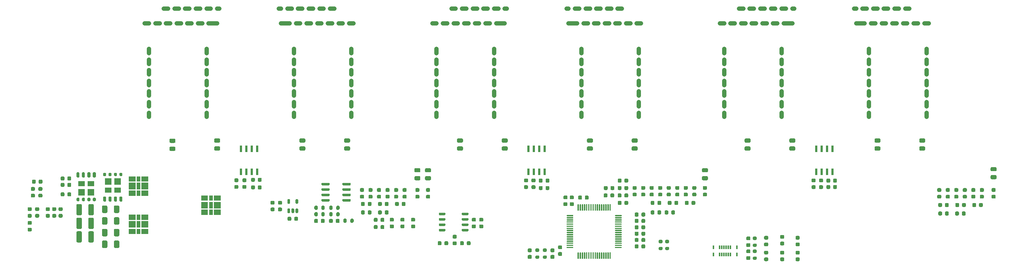
<source format=gbr>
G04 #@! TF.GenerationSoftware,KiCad,Pcbnew,(5.1.10)-1*
G04 #@! TF.CreationDate,2021-11-03T20:12:32-04:00*
G04 #@! TF.ProjectId,besc g2,62657363-2067-4322-9e6b-696361645f70,Init*
G04 #@! TF.SameCoordinates,Original*
G04 #@! TF.FileFunction,Paste,Top*
G04 #@! TF.FilePolarity,Positive*
%FSLAX46Y46*%
G04 Gerber Fmt 4.6, Leading zero omitted, Abs format (unit mm)*
G04 Created by KiCad (PCBNEW (5.1.10)-1) date 2021-11-03 20:12:32*
%MOMM*%
%LPD*%
G01*
G04 APERTURE LIST*
%ADD10C,1.000000*%
%ADD11C,0.100000*%
%ADD12R,0.300000X0.870000*%
%ADD13R,1.550000X1.200000*%
%ADD14R,1.550000X1.600000*%
%ADD15R,0.600000X1.550000*%
G04 APERTURE END LIST*
D10*
X196300000Y-77400000D02*
X196300000Y-76400000D01*
X196300000Y-79900000D02*
X196300000Y-78900000D01*
X196300000Y-82400000D02*
X196300000Y-81400000D01*
X196300000Y-84900000D02*
X196300000Y-83900000D01*
X209800000Y-79900000D02*
X209800000Y-78900000D01*
X209800000Y-77400000D02*
X209800000Y-76400000D01*
X230300000Y-87400000D02*
X230300000Y-86400000D01*
X230300000Y-89900000D02*
X230300000Y-88900000D01*
X209800000Y-82400000D02*
X209800000Y-81400000D01*
X243800000Y-92400000D02*
X243800000Y-91400000D01*
X243800000Y-84900000D02*
X243800000Y-83900000D01*
X243800000Y-82400000D02*
X243800000Y-81400000D01*
X243800000Y-79900000D02*
X243800000Y-78900000D01*
X243800000Y-77400000D02*
X243800000Y-76400000D01*
X230300000Y-79900000D02*
X230300000Y-78900000D01*
X230300000Y-77400000D02*
X230300000Y-76400000D01*
X243800000Y-87400000D02*
X243800000Y-86400000D01*
X243800000Y-89900000D02*
X243800000Y-88900000D01*
X230300000Y-82400000D02*
X230300000Y-81400000D01*
X209800000Y-84900000D02*
X209800000Y-83900000D01*
X209800000Y-92400000D02*
X209800000Y-91400000D01*
X209800000Y-89900000D02*
X209800000Y-88900000D01*
X209800000Y-87400000D02*
X209800000Y-86400000D01*
X196300000Y-92400000D02*
X196300000Y-91400000D01*
X196300000Y-89900000D02*
X196300000Y-88900000D01*
X230300000Y-84900000D02*
X230300000Y-83900000D01*
X230300000Y-92400000D02*
X230300000Y-91400000D01*
X196300000Y-87400000D02*
X196300000Y-86400000D01*
X227300000Y-66900000D02*
X226800000Y-66900000D01*
X239800000Y-66900000D02*
X238800000Y-66900000D01*
X241800000Y-70400000D02*
X240800000Y-70400000D01*
X239300000Y-70400000D02*
X238300000Y-70400000D01*
X236800000Y-70400000D02*
X235800000Y-70400000D01*
X231800000Y-70400000D02*
X230800000Y-70400000D01*
X229300000Y-70400000D02*
X227300000Y-70400000D01*
X237300000Y-66900000D02*
X236300000Y-66900000D01*
X234800000Y-66900000D02*
X233800000Y-66900000D01*
X232300000Y-66900000D02*
X231300000Y-66900000D01*
X229800000Y-66900000D02*
X228800000Y-66900000D01*
X244300000Y-70400000D02*
X243300000Y-70400000D01*
X234300000Y-70400000D02*
X233300000Y-70400000D01*
X212300000Y-66900000D02*
X212800000Y-66900000D01*
X199800000Y-66900000D02*
X200800000Y-66900000D01*
X197800000Y-70400000D02*
X198800000Y-70400000D01*
X200300000Y-70400000D02*
X201300000Y-70400000D01*
X202800000Y-70400000D02*
X203800000Y-70400000D01*
X207800000Y-70400000D02*
X208800000Y-70400000D01*
X210300000Y-70400000D02*
X212300000Y-70400000D01*
X202300000Y-66900000D02*
X203300000Y-66900000D01*
X204800000Y-66900000D02*
X205800000Y-66900000D01*
X207300000Y-66900000D02*
X208300000Y-66900000D01*
X209800000Y-66900000D02*
X210800000Y-66900000D01*
X195300000Y-70400000D02*
X196300000Y-70400000D01*
X205300000Y-70400000D02*
X206300000Y-70400000D01*
X128800000Y-77400000D02*
X128800000Y-76400000D01*
X128800000Y-79900000D02*
X128800000Y-78900000D01*
X128800000Y-82400000D02*
X128800000Y-81400000D01*
X128800000Y-84900000D02*
X128800000Y-83900000D01*
X142300000Y-79900000D02*
X142300000Y-78900000D01*
X142300000Y-77400000D02*
X142300000Y-76400000D01*
X162800000Y-87400000D02*
X162800000Y-86400000D01*
X162800000Y-89900000D02*
X162800000Y-88900000D01*
X142300000Y-82400000D02*
X142300000Y-81400000D01*
X176300000Y-92400000D02*
X176300000Y-91400000D01*
X176300000Y-84900000D02*
X176300000Y-83900000D01*
X176300000Y-82400000D02*
X176300000Y-81400000D01*
X176300000Y-79900000D02*
X176300000Y-78900000D01*
X176300000Y-77400000D02*
X176300000Y-76400000D01*
X162800000Y-79900000D02*
X162800000Y-78900000D01*
X162800000Y-77400000D02*
X162800000Y-76400000D01*
X176300000Y-87400000D02*
X176300000Y-86400000D01*
X176300000Y-89900000D02*
X176300000Y-88900000D01*
X162800000Y-82400000D02*
X162800000Y-81400000D01*
X142300000Y-84900000D02*
X142300000Y-83900000D01*
X142300000Y-92400000D02*
X142300000Y-91400000D01*
X142300000Y-89900000D02*
X142300000Y-88900000D01*
X142300000Y-87400000D02*
X142300000Y-86400000D01*
X128800000Y-92400000D02*
X128800000Y-91400000D01*
X128800000Y-89900000D02*
X128800000Y-88900000D01*
X162800000Y-84900000D02*
X162800000Y-83900000D01*
X162800000Y-92400000D02*
X162800000Y-91400000D01*
X128800000Y-87400000D02*
X128800000Y-86400000D01*
X159800000Y-66900000D02*
X159300000Y-66900000D01*
X172300000Y-66900000D02*
X171300000Y-66900000D01*
X174300000Y-70400000D02*
X173300000Y-70400000D01*
X171800000Y-70400000D02*
X170800000Y-70400000D01*
X169300000Y-70400000D02*
X168300000Y-70400000D01*
X164300000Y-70400000D02*
X163300000Y-70400000D01*
X161800000Y-70400000D02*
X159800000Y-70400000D01*
X169800000Y-66900000D02*
X168800000Y-66900000D01*
X167300000Y-66900000D02*
X166300000Y-66900000D01*
X164800000Y-66900000D02*
X163800000Y-66900000D01*
X162300000Y-66900000D02*
X161300000Y-66900000D01*
X176800000Y-70400000D02*
X175800000Y-70400000D01*
X166800000Y-70400000D02*
X165800000Y-70400000D01*
X144800000Y-66900000D02*
X145300000Y-66900000D01*
X132300000Y-66900000D02*
X133300000Y-66900000D01*
X130300000Y-70400000D02*
X131300000Y-70400000D01*
X132800000Y-70400000D02*
X133800000Y-70400000D01*
X135300000Y-70400000D02*
X136300000Y-70400000D01*
X140300000Y-70400000D02*
X141300000Y-70400000D01*
X142800000Y-70400000D02*
X144800000Y-70400000D01*
X134800000Y-66900000D02*
X135800000Y-66900000D01*
X137300000Y-66900000D02*
X138300000Y-66900000D01*
X139800000Y-66900000D02*
X140800000Y-66900000D01*
X142300000Y-66900000D02*
X143300000Y-66900000D01*
X127800000Y-70400000D02*
X128800000Y-70400000D01*
X137800000Y-70400000D02*
X138800000Y-70400000D01*
X108800000Y-77400000D02*
X108800000Y-76400000D01*
X108800000Y-79900000D02*
X108800000Y-78900000D01*
X108800000Y-82400000D02*
X108800000Y-81400000D01*
X108800000Y-84900000D02*
X108800000Y-83900000D01*
X108800000Y-92400000D02*
X108800000Y-91400000D01*
X108800000Y-89900000D02*
X108800000Y-88900000D01*
X108800000Y-87400000D02*
X108800000Y-86400000D01*
X95300000Y-77400000D02*
X95300000Y-76400000D01*
X95300000Y-79900000D02*
X95300000Y-78900000D01*
X95300000Y-82400000D02*
X95300000Y-81400000D01*
X95300000Y-84900000D02*
X95300000Y-83900000D01*
X95300000Y-92400000D02*
X95300000Y-91400000D01*
X95300000Y-89900000D02*
X95300000Y-88900000D01*
X95300000Y-87400000D02*
X95300000Y-86400000D01*
X74800000Y-77400000D02*
X74800000Y-76400000D01*
X74800000Y-79900000D02*
X74800000Y-78900000D01*
X74800000Y-82400000D02*
X74800000Y-81400000D01*
X74800000Y-84900000D02*
X74800000Y-83900000D01*
X74800000Y-92400000D02*
X74800000Y-91400000D01*
X74800000Y-89900000D02*
X74800000Y-88900000D01*
X74800000Y-87400000D02*
X74800000Y-86400000D01*
X61300000Y-92400000D02*
X61300000Y-91400000D01*
X61300000Y-89900000D02*
X61300000Y-88900000D01*
X61300000Y-87400000D02*
X61300000Y-86400000D01*
X61300000Y-84900000D02*
X61300000Y-83900000D01*
X61300000Y-82400000D02*
X61300000Y-81400000D01*
X61300000Y-79900000D02*
X61300000Y-78900000D01*
X61300000Y-77400000D02*
X61300000Y-76400000D01*
X92300000Y-66900000D02*
X91800000Y-66900000D01*
X104800000Y-66900000D02*
X103800000Y-66900000D01*
X106800000Y-70400000D02*
X105800000Y-70400000D01*
X104300000Y-70400000D02*
X103300000Y-70400000D01*
X101800000Y-70400000D02*
X100800000Y-70400000D01*
X96800000Y-70400000D02*
X95800000Y-70400000D01*
X94300000Y-70400000D02*
X92300000Y-70400000D01*
X102300000Y-66900000D02*
X101300000Y-66900000D01*
X99800000Y-66900000D02*
X98800000Y-66900000D01*
X97300000Y-66900000D02*
X96300000Y-66900000D01*
X94800000Y-66900000D02*
X93800000Y-66900000D01*
X109300000Y-70400000D02*
X108300000Y-70400000D01*
X99300000Y-70400000D02*
X98300000Y-70400000D01*
X77300000Y-66900000D02*
X77800000Y-66900000D01*
X74800000Y-66900000D02*
X75800000Y-66900000D01*
X72300000Y-66900000D02*
X73300000Y-66900000D01*
X69800000Y-66900000D02*
X70800000Y-66900000D01*
X67300000Y-66900000D02*
X68300000Y-66900000D01*
X64800000Y-66900000D02*
X65800000Y-66900000D01*
X75300000Y-70400000D02*
X77300000Y-70400000D01*
X72800000Y-70400000D02*
X73800000Y-70400000D01*
X70300000Y-70400000D02*
X71300000Y-70400000D01*
X67800000Y-70400000D02*
X68800000Y-70400000D01*
X65300000Y-70400000D02*
X66300000Y-70400000D01*
X62800000Y-70400000D02*
X63800000Y-70400000D01*
X60300000Y-70400000D02*
X61300000Y-70400000D01*
D11*
G36*
X78050000Y-110900000D02*
G01*
X78050000Y-112050000D01*
X76550000Y-112050000D01*
X76550000Y-110900000D01*
X78050000Y-110900000D01*
G37*
X78050000Y-110900000D02*
X78050000Y-112050000D01*
X76550000Y-112050000D01*
X76550000Y-110900000D01*
X78050000Y-110900000D01*
G36*
X78050000Y-112400000D02*
G01*
X78050000Y-113900000D01*
X76550000Y-113900000D01*
X76550000Y-112400000D01*
X78050000Y-112400000D01*
G37*
X78050000Y-112400000D02*
X78050000Y-113900000D01*
X76550000Y-113900000D01*
X76550000Y-112400000D01*
X78050000Y-112400000D01*
G36*
X78050000Y-114250000D02*
G01*
X78050000Y-115400000D01*
X76550000Y-115400000D01*
X76550000Y-114250000D01*
X78050000Y-114250000D01*
G37*
X78050000Y-114250000D02*
X78050000Y-115400000D01*
X76550000Y-115400000D01*
X76550000Y-114250000D01*
X78050000Y-114250000D01*
G36*
X75050000Y-114250000D02*
G01*
X75050000Y-115400000D01*
X73550000Y-115400000D01*
X73550000Y-114250000D01*
X75050000Y-114250000D01*
G37*
X75050000Y-114250000D02*
X75050000Y-115400000D01*
X73550000Y-115400000D01*
X73550000Y-114250000D01*
X75050000Y-114250000D01*
G36*
X75050000Y-112400000D02*
G01*
X75050000Y-113900000D01*
X73550000Y-113900000D01*
X73550000Y-112400000D01*
X75050000Y-112400000D01*
G37*
X75050000Y-112400000D02*
X75050000Y-113900000D01*
X73550000Y-113900000D01*
X73550000Y-112400000D01*
X75050000Y-112400000D01*
G36*
X75050000Y-110900000D02*
G01*
X75050000Y-112050000D01*
X73550000Y-112050000D01*
X73550000Y-110900000D01*
X75050000Y-110900000D01*
G37*
X75050000Y-110900000D02*
X75050000Y-112050000D01*
X73550000Y-112050000D01*
X73550000Y-110900000D01*
X75050000Y-110900000D01*
G36*
X76200000Y-114250000D02*
G01*
X76200000Y-115400000D01*
X75400000Y-115400000D01*
X75400000Y-114250000D01*
X76200000Y-114250000D01*
G37*
X76200000Y-114250000D02*
X76200000Y-115400000D01*
X75400000Y-115400000D01*
X75400000Y-114250000D01*
X76200000Y-114250000D01*
G36*
X76200000Y-112400000D02*
G01*
X76200000Y-113900000D01*
X75400000Y-113900000D01*
X75400000Y-112400000D01*
X76200000Y-112400000D01*
G37*
X76200000Y-112400000D02*
X76200000Y-113900000D01*
X75400000Y-113900000D01*
X75400000Y-112400000D01*
X76200000Y-112400000D01*
G36*
X76200000Y-110900000D02*
G01*
X76200000Y-112050000D01*
X75400000Y-112050000D01*
X75400000Y-110900000D01*
X76200000Y-110900000D01*
G37*
X76200000Y-110900000D02*
X76200000Y-112050000D01*
X75400000Y-112050000D01*
X75400000Y-110900000D01*
X76200000Y-110900000D01*
G36*
X61050000Y-115400000D02*
G01*
X61050000Y-116550000D01*
X59550000Y-116550000D01*
X59550000Y-115400000D01*
X61050000Y-115400000D01*
G37*
X61050000Y-115400000D02*
X61050000Y-116550000D01*
X59550000Y-116550000D01*
X59550000Y-115400000D01*
X61050000Y-115400000D01*
G36*
X61050000Y-116900000D02*
G01*
X61050000Y-118400000D01*
X59550000Y-118400000D01*
X59550000Y-116900000D01*
X61050000Y-116900000D01*
G37*
X61050000Y-116900000D02*
X61050000Y-118400000D01*
X59550000Y-118400000D01*
X59550000Y-116900000D01*
X61050000Y-116900000D01*
G36*
X61050000Y-118750000D02*
G01*
X61050000Y-119900000D01*
X59550000Y-119900000D01*
X59550000Y-118750000D01*
X61050000Y-118750000D01*
G37*
X61050000Y-118750000D02*
X61050000Y-119900000D01*
X59550000Y-119900000D01*
X59550000Y-118750000D01*
X61050000Y-118750000D01*
G36*
X58050000Y-118750000D02*
G01*
X58050000Y-119900000D01*
X56550000Y-119900000D01*
X56550000Y-118750000D01*
X58050000Y-118750000D01*
G37*
X58050000Y-118750000D02*
X58050000Y-119900000D01*
X56550000Y-119900000D01*
X56550000Y-118750000D01*
X58050000Y-118750000D01*
G36*
X58050000Y-116900000D02*
G01*
X58050000Y-118400000D01*
X56550000Y-118400000D01*
X56550000Y-116900000D01*
X58050000Y-116900000D01*
G37*
X58050000Y-116900000D02*
X58050000Y-118400000D01*
X56550000Y-118400000D01*
X56550000Y-116900000D01*
X58050000Y-116900000D01*
G36*
X58050000Y-115400000D02*
G01*
X58050000Y-116550000D01*
X56550000Y-116550000D01*
X56550000Y-115400000D01*
X58050000Y-115400000D01*
G37*
X58050000Y-115400000D02*
X58050000Y-116550000D01*
X56550000Y-116550000D01*
X56550000Y-115400000D01*
X58050000Y-115400000D01*
G36*
X59200000Y-118750000D02*
G01*
X59200000Y-119900000D01*
X58400000Y-119900000D01*
X58400000Y-118750000D01*
X59200000Y-118750000D01*
G37*
X59200000Y-118750000D02*
X59200000Y-119900000D01*
X58400000Y-119900000D01*
X58400000Y-118750000D01*
X59200000Y-118750000D01*
G36*
X59200000Y-116900000D02*
G01*
X59200000Y-118400000D01*
X58400000Y-118400000D01*
X58400000Y-116900000D01*
X59200000Y-116900000D01*
G37*
X59200000Y-116900000D02*
X59200000Y-118400000D01*
X58400000Y-118400000D01*
X58400000Y-116900000D01*
X59200000Y-116900000D01*
G36*
X59200000Y-115400000D02*
G01*
X59200000Y-116550000D01*
X58400000Y-116550000D01*
X58400000Y-115400000D01*
X59200000Y-115400000D01*
G37*
X59200000Y-115400000D02*
X59200000Y-116550000D01*
X58400000Y-116550000D01*
X58400000Y-115400000D01*
X59200000Y-115400000D01*
G36*
X59200000Y-106400000D02*
G01*
X59200000Y-107550000D01*
X58400000Y-107550000D01*
X58400000Y-106400000D01*
X59200000Y-106400000D01*
G37*
X59200000Y-106400000D02*
X59200000Y-107550000D01*
X58400000Y-107550000D01*
X58400000Y-106400000D01*
X59200000Y-106400000D01*
G36*
X59200000Y-107900000D02*
G01*
X59200000Y-109400000D01*
X58400000Y-109400000D01*
X58400000Y-107900000D01*
X59200000Y-107900000D01*
G37*
X59200000Y-107900000D02*
X59200000Y-109400000D01*
X58400000Y-109400000D01*
X58400000Y-107900000D01*
X59200000Y-107900000D01*
G36*
X59200000Y-109750000D02*
G01*
X59200000Y-110900000D01*
X58400000Y-110900000D01*
X58400000Y-109750000D01*
X59200000Y-109750000D01*
G37*
X59200000Y-109750000D02*
X59200000Y-110900000D01*
X58400000Y-110900000D01*
X58400000Y-109750000D01*
X59200000Y-109750000D01*
G36*
X58050000Y-106400000D02*
G01*
X58050000Y-107550000D01*
X56550000Y-107550000D01*
X56550000Y-106400000D01*
X58050000Y-106400000D01*
G37*
X58050000Y-106400000D02*
X58050000Y-107550000D01*
X56550000Y-107550000D01*
X56550000Y-106400000D01*
X58050000Y-106400000D01*
G36*
X58050000Y-107900000D02*
G01*
X58050000Y-109400000D01*
X56550000Y-109400000D01*
X56550000Y-107900000D01*
X58050000Y-107900000D01*
G37*
X58050000Y-107900000D02*
X58050000Y-109400000D01*
X56550000Y-109400000D01*
X56550000Y-107900000D01*
X58050000Y-107900000D01*
G36*
X58050000Y-109750000D02*
G01*
X58050000Y-110900000D01*
X56550000Y-110900000D01*
X56550000Y-109750000D01*
X58050000Y-109750000D01*
G37*
X58050000Y-109750000D02*
X58050000Y-110900000D01*
X56550000Y-110900000D01*
X56550000Y-109750000D01*
X58050000Y-109750000D01*
G36*
X61050000Y-109750000D02*
G01*
X61050000Y-110900000D01*
X59550000Y-110900000D01*
X59550000Y-109750000D01*
X61050000Y-109750000D01*
G37*
X61050000Y-109750000D02*
X61050000Y-110900000D01*
X59550000Y-110900000D01*
X59550000Y-109750000D01*
X61050000Y-109750000D01*
G36*
X61050000Y-107900000D02*
G01*
X61050000Y-109400000D01*
X59550000Y-109400000D01*
X59550000Y-107900000D01*
X61050000Y-107900000D01*
G37*
X61050000Y-107900000D02*
X61050000Y-109400000D01*
X59550000Y-109400000D01*
X59550000Y-107900000D01*
X61050000Y-107900000D01*
G36*
X61050000Y-106400000D02*
G01*
X61050000Y-107550000D01*
X59550000Y-107550000D01*
X59550000Y-106400000D01*
X61050000Y-106400000D01*
G37*
X61050000Y-106400000D02*
X61050000Y-107550000D01*
X59550000Y-107550000D01*
X59550000Y-106400000D01*
X61050000Y-106400000D01*
G36*
G01*
X106706000Y-108365000D02*
X106706000Y-108065000D01*
G75*
G02*
X106856000Y-107915000I150000J0D01*
G01*
X108506000Y-107915000D01*
G75*
G02*
X108656000Y-108065000I0J-150000D01*
G01*
X108656000Y-108365000D01*
G75*
G02*
X108506000Y-108515000I-150000J0D01*
G01*
X106856000Y-108515000D01*
G75*
G02*
X106706000Y-108365000I0J150000D01*
G01*
G37*
G36*
G01*
X106706000Y-109635000D02*
X106706000Y-109335000D01*
G75*
G02*
X106856000Y-109185000I150000J0D01*
G01*
X108506000Y-109185000D01*
G75*
G02*
X108656000Y-109335000I0J-150000D01*
G01*
X108656000Y-109635000D01*
G75*
G02*
X108506000Y-109785000I-150000J0D01*
G01*
X106856000Y-109785000D01*
G75*
G02*
X106706000Y-109635000I0J150000D01*
G01*
G37*
G36*
G01*
X106706000Y-110905000D02*
X106706000Y-110605000D01*
G75*
G02*
X106856000Y-110455000I150000J0D01*
G01*
X108506000Y-110455000D01*
G75*
G02*
X108656000Y-110605000I0J-150000D01*
G01*
X108656000Y-110905000D01*
G75*
G02*
X108506000Y-111055000I-150000J0D01*
G01*
X106856000Y-111055000D01*
G75*
G02*
X106706000Y-110905000I0J150000D01*
G01*
G37*
G36*
G01*
X106706000Y-112175000D02*
X106706000Y-111875000D01*
G75*
G02*
X106856000Y-111725000I150000J0D01*
G01*
X108506000Y-111725000D01*
G75*
G02*
X108656000Y-111875000I0J-150000D01*
G01*
X108656000Y-112175000D01*
G75*
G02*
X108506000Y-112325000I-150000J0D01*
G01*
X106856000Y-112325000D01*
G75*
G02*
X106706000Y-112175000I0J150000D01*
G01*
G37*
G36*
G01*
X101756000Y-112175000D02*
X101756000Y-111875000D01*
G75*
G02*
X101906000Y-111725000I150000J0D01*
G01*
X103556000Y-111725000D01*
G75*
G02*
X103706000Y-111875000I0J-150000D01*
G01*
X103706000Y-112175000D01*
G75*
G02*
X103556000Y-112325000I-150000J0D01*
G01*
X101906000Y-112325000D01*
G75*
G02*
X101756000Y-112175000I0J150000D01*
G01*
G37*
G36*
G01*
X101756000Y-110905000D02*
X101756000Y-110605000D01*
G75*
G02*
X101906000Y-110455000I150000J0D01*
G01*
X103556000Y-110455000D01*
G75*
G02*
X103706000Y-110605000I0J-150000D01*
G01*
X103706000Y-110905000D01*
G75*
G02*
X103556000Y-111055000I-150000J0D01*
G01*
X101906000Y-111055000D01*
G75*
G02*
X101756000Y-110905000I0J150000D01*
G01*
G37*
G36*
G01*
X101756000Y-109635000D02*
X101756000Y-109335000D01*
G75*
G02*
X101906000Y-109185000I150000J0D01*
G01*
X103556000Y-109185000D01*
G75*
G02*
X103706000Y-109335000I0J-150000D01*
G01*
X103706000Y-109635000D01*
G75*
G02*
X103556000Y-109785000I-150000J0D01*
G01*
X101906000Y-109785000D01*
G75*
G02*
X101756000Y-109635000I0J150000D01*
G01*
G37*
G36*
G01*
X101756000Y-108365000D02*
X101756000Y-108065000D01*
G75*
G02*
X101906000Y-107915000I150000J0D01*
G01*
X103556000Y-107915000D01*
G75*
G02*
X103706000Y-108065000I0J-150000D01*
G01*
X103706000Y-108365000D01*
G75*
G02*
X103556000Y-108515000I-150000J0D01*
G01*
X101906000Y-108515000D01*
G75*
G02*
X101756000Y-108365000I0J150000D01*
G01*
G37*
G36*
G01*
X181131000Y-122991000D02*
X181681000Y-122991000D01*
G75*
G02*
X181881000Y-123191000I0J-200000D01*
G01*
X181881000Y-123591000D01*
G75*
G02*
X181681000Y-123791000I-200000J0D01*
G01*
X181131000Y-123791000D01*
G75*
G02*
X180931000Y-123591000I0J200000D01*
G01*
X180931000Y-123191000D01*
G75*
G02*
X181131000Y-122991000I200000J0D01*
G01*
G37*
G36*
G01*
X181131000Y-121341000D02*
X181681000Y-121341000D01*
G75*
G02*
X181881000Y-121541000I0J-200000D01*
G01*
X181881000Y-121941000D01*
G75*
G02*
X181681000Y-122141000I-200000J0D01*
G01*
X181131000Y-122141000D01*
G75*
G02*
X180931000Y-121941000I0J200000D01*
G01*
X180931000Y-121541000D01*
G75*
G02*
X181131000Y-121341000I200000J0D01*
G01*
G37*
G36*
G01*
X183205000Y-122141000D02*
X182655000Y-122141000D01*
G75*
G02*
X182455000Y-121941000I0J200000D01*
G01*
X182455000Y-121541000D01*
G75*
G02*
X182655000Y-121341000I200000J0D01*
G01*
X183205000Y-121341000D01*
G75*
G02*
X183405000Y-121541000I0J-200000D01*
G01*
X183405000Y-121941000D01*
G75*
G02*
X183205000Y-122141000I-200000J0D01*
G01*
G37*
G36*
G01*
X183205000Y-123791000D02*
X182655000Y-123791000D01*
G75*
G02*
X182455000Y-123591000I0J200000D01*
G01*
X182455000Y-123191000D01*
G75*
G02*
X182655000Y-122991000I200000J0D01*
G01*
X183205000Y-122991000D01*
G75*
G02*
X183405000Y-123191000I0J-200000D01*
G01*
X183405000Y-123591000D01*
G75*
G02*
X183205000Y-123791000I-200000J0D01*
G01*
G37*
G36*
G01*
X101757500Y-114078000D02*
X101757500Y-113528000D01*
G75*
G02*
X101957500Y-113328000I200000J0D01*
G01*
X102357500Y-113328000D01*
G75*
G02*
X102557500Y-113528000I0J-200000D01*
G01*
X102557500Y-114078000D01*
G75*
G02*
X102357500Y-114278000I-200000J0D01*
G01*
X101957500Y-114278000D01*
G75*
G02*
X101757500Y-114078000I0J200000D01*
G01*
G37*
G36*
G01*
X100107500Y-114078000D02*
X100107500Y-113528000D01*
G75*
G02*
X100307500Y-113328000I200000J0D01*
G01*
X100707500Y-113328000D01*
G75*
G02*
X100907500Y-113528000I0J-200000D01*
G01*
X100907500Y-114078000D01*
G75*
G02*
X100707500Y-114278000I-200000J0D01*
G01*
X100307500Y-114278000D01*
G75*
G02*
X100107500Y-114078000I0J200000D01*
G01*
G37*
G36*
G01*
X100908000Y-115052000D02*
X100908000Y-115602000D01*
G75*
G02*
X100708000Y-115802000I-200000J0D01*
G01*
X100308000Y-115802000D01*
G75*
G02*
X100108000Y-115602000I0J200000D01*
G01*
X100108000Y-115052000D01*
G75*
G02*
X100308000Y-114852000I200000J0D01*
G01*
X100708000Y-114852000D01*
G75*
G02*
X100908000Y-115052000I0J-200000D01*
G01*
G37*
G36*
G01*
X102558000Y-115052000D02*
X102558000Y-115602000D01*
G75*
G02*
X102358000Y-115802000I-200000J0D01*
G01*
X101958000Y-115802000D01*
G75*
G02*
X101758000Y-115602000I0J200000D01*
G01*
X101758000Y-115052000D01*
G75*
G02*
X101958000Y-114852000I200000J0D01*
G01*
X102358000Y-114852000D01*
G75*
G02*
X102558000Y-115052000I0J-200000D01*
G01*
G37*
G36*
G01*
X105250000Y-114078000D02*
X105250000Y-113528000D01*
G75*
G02*
X105450000Y-113328000I200000J0D01*
G01*
X105850000Y-113328000D01*
G75*
G02*
X106050000Y-113528000I0J-200000D01*
G01*
X106050000Y-114078000D01*
G75*
G02*
X105850000Y-114278000I-200000J0D01*
G01*
X105450000Y-114278000D01*
G75*
G02*
X105250000Y-114078000I0J200000D01*
G01*
G37*
G36*
G01*
X103600000Y-114078000D02*
X103600000Y-113528000D01*
G75*
G02*
X103800000Y-113328000I200000J0D01*
G01*
X104200000Y-113328000D01*
G75*
G02*
X104400000Y-113528000I0J-200000D01*
G01*
X104400000Y-114078000D01*
G75*
G02*
X104200000Y-114278000I-200000J0D01*
G01*
X103800000Y-114278000D01*
G75*
G02*
X103600000Y-114078000I0J200000D01*
G01*
G37*
G36*
G01*
X104400000Y-115052000D02*
X104400000Y-115602000D01*
G75*
G02*
X104200000Y-115802000I-200000J0D01*
G01*
X103800000Y-115802000D01*
G75*
G02*
X103600000Y-115602000I0J200000D01*
G01*
X103600000Y-115052000D01*
G75*
G02*
X103800000Y-114852000I200000J0D01*
G01*
X104200000Y-114852000D01*
G75*
G02*
X104400000Y-115052000I0J-200000D01*
G01*
G37*
G36*
G01*
X106050000Y-115052000D02*
X106050000Y-115602000D01*
G75*
G02*
X105850000Y-115802000I-200000J0D01*
G01*
X105450000Y-115802000D01*
G75*
G02*
X105250000Y-115602000I0J200000D01*
G01*
X105250000Y-115052000D01*
G75*
G02*
X105450000Y-114852000I200000J0D01*
G01*
X105850000Y-114852000D01*
G75*
G02*
X106050000Y-115052000I0J-200000D01*
G01*
G37*
G36*
G01*
X203229000Y-125277000D02*
X203779000Y-125277000D01*
G75*
G02*
X203979000Y-125477000I0J-200000D01*
G01*
X203979000Y-125877000D01*
G75*
G02*
X203779000Y-126077000I-200000J0D01*
G01*
X203229000Y-126077000D01*
G75*
G02*
X203029000Y-125877000I0J200000D01*
G01*
X203029000Y-125477000D01*
G75*
G02*
X203229000Y-125277000I200000J0D01*
G01*
G37*
G36*
G01*
X203229000Y-123627000D02*
X203779000Y-123627000D01*
G75*
G02*
X203979000Y-123827000I0J-200000D01*
G01*
X203979000Y-124227000D01*
G75*
G02*
X203779000Y-124427000I-200000J0D01*
G01*
X203229000Y-124427000D01*
G75*
G02*
X203029000Y-124227000I0J200000D01*
G01*
X203029000Y-123827000D01*
G75*
G02*
X203229000Y-123627000I200000J0D01*
G01*
G37*
G36*
G01*
X108552000Y-117126000D02*
X108552000Y-116576000D01*
G75*
G02*
X108752000Y-116376000I200000J0D01*
G01*
X109152000Y-116376000D01*
G75*
G02*
X109352000Y-116576000I0J-200000D01*
G01*
X109352000Y-117126000D01*
G75*
G02*
X109152000Y-117326000I-200000J0D01*
G01*
X108752000Y-117326000D01*
G75*
G02*
X108552000Y-117126000I0J200000D01*
G01*
G37*
G36*
G01*
X106902000Y-117126000D02*
X106902000Y-116576000D01*
G75*
G02*
X107102000Y-116376000I200000J0D01*
G01*
X107502000Y-116376000D01*
G75*
G02*
X107702000Y-116576000I0J-200000D01*
G01*
X107702000Y-117126000D01*
G75*
G02*
X107502000Y-117326000I-200000J0D01*
G01*
X107102000Y-117326000D01*
G75*
G02*
X106902000Y-117126000I0J200000D01*
G01*
G37*
G36*
G01*
X154503000Y-124173000D02*
X153953000Y-124173000D01*
G75*
G02*
X153753000Y-123973000I0J200000D01*
G01*
X153753000Y-123573000D01*
G75*
G02*
X153953000Y-123373000I200000J0D01*
G01*
X154503000Y-123373000D01*
G75*
G02*
X154703000Y-123573000I0J-200000D01*
G01*
X154703000Y-123973000D01*
G75*
G02*
X154503000Y-124173000I-200000J0D01*
G01*
G37*
G36*
G01*
X154503000Y-125823000D02*
X153953000Y-125823000D01*
G75*
G02*
X153753000Y-125623000I0J200000D01*
G01*
X153753000Y-125223000D01*
G75*
G02*
X153953000Y-125023000I200000J0D01*
G01*
X154503000Y-125023000D01*
G75*
G02*
X154703000Y-125223000I0J-200000D01*
G01*
X154703000Y-125623000D01*
G75*
G02*
X154503000Y-125823000I-200000J0D01*
G01*
G37*
G36*
G01*
X152725000Y-124173000D02*
X152175000Y-124173000D01*
G75*
G02*
X151975000Y-123973000I0J200000D01*
G01*
X151975000Y-123573000D01*
G75*
G02*
X152175000Y-123373000I200000J0D01*
G01*
X152725000Y-123373000D01*
G75*
G02*
X152925000Y-123573000I0J-200000D01*
G01*
X152925000Y-123973000D01*
G75*
G02*
X152725000Y-124173000I-200000J0D01*
G01*
G37*
G36*
G01*
X152725000Y-125823000D02*
X152175000Y-125823000D01*
G75*
G02*
X151975000Y-125623000I0J200000D01*
G01*
X151975000Y-125223000D01*
G75*
G02*
X152175000Y-125023000I200000J0D01*
G01*
X152725000Y-125023000D01*
G75*
G02*
X152925000Y-125223000I0J-200000D01*
G01*
X152925000Y-125623000D01*
G75*
G02*
X152725000Y-125823000I-200000J0D01*
G01*
G37*
G36*
G01*
X203779000Y-121379000D02*
X203229000Y-121379000D01*
G75*
G02*
X203029000Y-121179000I0J200000D01*
G01*
X203029000Y-120779000D01*
G75*
G02*
X203229000Y-120579000I200000J0D01*
G01*
X203779000Y-120579000D01*
G75*
G02*
X203979000Y-120779000I0J-200000D01*
G01*
X203979000Y-121179000D01*
G75*
G02*
X203779000Y-121379000I-200000J0D01*
G01*
G37*
G36*
G01*
X203779000Y-123029000D02*
X203229000Y-123029000D01*
G75*
G02*
X203029000Y-122829000I0J200000D01*
G01*
X203029000Y-122429000D01*
G75*
G02*
X203229000Y-122229000I200000J0D01*
G01*
X203779000Y-122229000D01*
G75*
G02*
X203979000Y-122429000I0J-200000D01*
G01*
X203979000Y-122829000D01*
G75*
G02*
X203779000Y-123029000I-200000J0D01*
G01*
G37*
D12*
X197769000Y-124828000D03*
X197269000Y-124828000D03*
X195269000Y-124828000D03*
X195769000Y-124828000D03*
X196769000Y-124828000D03*
X196269000Y-124828000D03*
X199269000Y-124828000D03*
X193769000Y-124828000D03*
X197769000Y-123098000D03*
X197269000Y-123098000D03*
X195269000Y-123098000D03*
X195769000Y-123098000D03*
X196769000Y-123098000D03*
X196269000Y-123098000D03*
X199269000Y-123098000D03*
X193769000Y-123098000D03*
G36*
G01*
X155756000Y-124923000D02*
X156256000Y-124923000D01*
G75*
G02*
X156481000Y-125148000I0J-225000D01*
G01*
X156481000Y-125598000D01*
G75*
G02*
X156256000Y-125823000I-225000J0D01*
G01*
X155756000Y-125823000D01*
G75*
G02*
X155531000Y-125598000I0J225000D01*
G01*
X155531000Y-125148000D01*
G75*
G02*
X155756000Y-124923000I225000J0D01*
G01*
G37*
G36*
G01*
X155756000Y-123373000D02*
X156256000Y-123373000D01*
G75*
G02*
X156481000Y-123598000I0J-225000D01*
G01*
X156481000Y-124048000D01*
G75*
G02*
X156256000Y-124273000I-225000J0D01*
G01*
X155756000Y-124273000D01*
G75*
G02*
X155531000Y-124048000I0J225000D01*
G01*
X155531000Y-123598000D01*
G75*
G02*
X155756000Y-123373000I225000J0D01*
G01*
G37*
G36*
G01*
X150422000Y-124923000D02*
X150922000Y-124923000D01*
G75*
G02*
X151147000Y-125148000I0J-225000D01*
G01*
X151147000Y-125598000D01*
G75*
G02*
X150922000Y-125823000I-225000J0D01*
G01*
X150422000Y-125823000D01*
G75*
G02*
X150197000Y-125598000I0J225000D01*
G01*
X150197000Y-125148000D01*
G75*
G02*
X150422000Y-124923000I225000J0D01*
G01*
G37*
G36*
G01*
X150422000Y-123373000D02*
X150922000Y-123373000D01*
G75*
G02*
X151147000Y-123598000I0J-225000D01*
G01*
X151147000Y-124048000D01*
G75*
G02*
X150922000Y-124273000I-225000J0D01*
G01*
X150422000Y-124273000D01*
G75*
G02*
X150197000Y-124048000I0J225000D01*
G01*
X150197000Y-123598000D01*
G75*
G02*
X150422000Y-123373000I225000J0D01*
G01*
G37*
G36*
G01*
X47075000Y-121725000D02*
X47075000Y-119575000D01*
G75*
G02*
X47325000Y-119325000I250000J0D01*
G01*
X48075000Y-119325000D01*
G75*
G02*
X48325000Y-119575000I0J-250000D01*
G01*
X48325000Y-121725000D01*
G75*
G02*
X48075000Y-121975000I-250000J0D01*
G01*
X47325000Y-121975000D01*
G75*
G02*
X47075000Y-121725000I0J250000D01*
G01*
G37*
G36*
G01*
X44275000Y-121725000D02*
X44275000Y-119575000D01*
G75*
G02*
X44525000Y-119325000I250000J0D01*
G01*
X45275000Y-119325000D01*
G75*
G02*
X45525000Y-119575000I0J-250000D01*
G01*
X45525000Y-121725000D01*
G75*
G02*
X45275000Y-121975000I-250000J0D01*
G01*
X44525000Y-121975000D01*
G75*
G02*
X44275000Y-121725000I0J250000D01*
G01*
G37*
G36*
G01*
X47075000Y-115325000D02*
X47075000Y-113175000D01*
G75*
G02*
X47325000Y-112925000I250000J0D01*
G01*
X48075000Y-112925000D01*
G75*
G02*
X48325000Y-113175000I0J-250000D01*
G01*
X48325000Y-115325000D01*
G75*
G02*
X48075000Y-115575000I-250000J0D01*
G01*
X47325000Y-115575000D01*
G75*
G02*
X47075000Y-115325000I0J250000D01*
G01*
G37*
G36*
G01*
X44275000Y-115325000D02*
X44275000Y-113175000D01*
G75*
G02*
X44525000Y-112925000I250000J0D01*
G01*
X45275000Y-112925000D01*
G75*
G02*
X45525000Y-113175000I0J-250000D01*
G01*
X45525000Y-115325000D01*
G75*
G02*
X45275000Y-115575000I-250000J0D01*
G01*
X44525000Y-115575000D01*
G75*
G02*
X44275000Y-115325000I0J250000D01*
G01*
G37*
G36*
G01*
X47075000Y-118525000D02*
X47075000Y-116375000D01*
G75*
G02*
X47325000Y-116125000I250000J0D01*
G01*
X48075000Y-116125000D01*
G75*
G02*
X48325000Y-116375000I0J-250000D01*
G01*
X48325000Y-118525000D01*
G75*
G02*
X48075000Y-118775000I-250000J0D01*
G01*
X47325000Y-118775000D01*
G75*
G02*
X47075000Y-118525000I0J250000D01*
G01*
G37*
G36*
G01*
X44275000Y-118525000D02*
X44275000Y-116375000D01*
G75*
G02*
X44525000Y-116125000I250000J0D01*
G01*
X45275000Y-116125000D01*
G75*
G02*
X45525000Y-116375000I0J-250000D01*
G01*
X45525000Y-118525000D01*
G75*
G02*
X45275000Y-118775000I-250000J0D01*
G01*
X44525000Y-118775000D01*
G75*
G02*
X44275000Y-118525000I0J250000D01*
G01*
G37*
G36*
G01*
X42150000Y-108656250D02*
X42150000Y-108143750D01*
G75*
G02*
X42368750Y-107925000I218750J0D01*
G01*
X42806250Y-107925000D01*
G75*
G02*
X43025000Y-108143750I0J-218750D01*
G01*
X43025000Y-108656250D01*
G75*
G02*
X42806250Y-108875000I-218750J0D01*
G01*
X42368750Y-108875000D01*
G75*
G02*
X42150000Y-108656250I0J218750D01*
G01*
G37*
G36*
G01*
X40575000Y-108656250D02*
X40575000Y-108143750D01*
G75*
G02*
X40793750Y-107925000I218750J0D01*
G01*
X41231250Y-107925000D01*
G75*
G02*
X41450000Y-108143750I0J-218750D01*
G01*
X41450000Y-108656250D01*
G75*
G02*
X41231250Y-108875000I-218750J0D01*
G01*
X40793750Y-108875000D01*
G75*
G02*
X40575000Y-108656250I0J218750D01*
G01*
G37*
G36*
G01*
X175556250Y-111125000D02*
X175043750Y-111125000D01*
G75*
G02*
X174825000Y-110906250I0J218750D01*
G01*
X174825000Y-110468750D01*
G75*
G02*
X175043750Y-110250000I218750J0D01*
G01*
X175556250Y-110250000D01*
G75*
G02*
X175775000Y-110468750I0J-218750D01*
G01*
X175775000Y-110906250D01*
G75*
G02*
X175556250Y-111125000I-218750J0D01*
G01*
G37*
G36*
G01*
X175556250Y-109550000D02*
X175043750Y-109550000D01*
G75*
G02*
X174825000Y-109331250I0J218750D01*
G01*
X174825000Y-108893750D01*
G75*
G02*
X175043750Y-108675000I218750J0D01*
G01*
X175556250Y-108675000D01*
G75*
G02*
X175775000Y-108893750I0J-218750D01*
G01*
X175775000Y-109331250D01*
G75*
G02*
X175556250Y-109550000I-218750J0D01*
G01*
G37*
G36*
G01*
X177043750Y-108675000D02*
X177556250Y-108675000D01*
G75*
G02*
X177775000Y-108893750I0J-218750D01*
G01*
X177775000Y-109331250D01*
G75*
G02*
X177556250Y-109550000I-218750J0D01*
G01*
X177043750Y-109550000D01*
G75*
G02*
X176825000Y-109331250I0J218750D01*
G01*
X176825000Y-108893750D01*
G75*
G02*
X177043750Y-108675000I218750J0D01*
G01*
G37*
G36*
G01*
X177043750Y-110250000D02*
X177556250Y-110250000D01*
G75*
G02*
X177775000Y-110468750I0J-218750D01*
G01*
X177775000Y-110906250D01*
G75*
G02*
X177556250Y-111125000I-218750J0D01*
G01*
X177043750Y-111125000D01*
G75*
G02*
X176825000Y-110906250I0J218750D01*
G01*
X176825000Y-110468750D01*
G75*
G02*
X177043750Y-110250000I218750J0D01*
G01*
G37*
G36*
G01*
X94262500Y-112830000D02*
X93937500Y-112830000D01*
G75*
G02*
X93775000Y-112667500I0J162500D01*
G01*
X93775000Y-111932500D01*
G75*
G02*
X93937500Y-111770000I162500J0D01*
G01*
X94262500Y-111770000D01*
G75*
G02*
X94425000Y-111932500I0J-162500D01*
G01*
X94425000Y-112667500D01*
G75*
G02*
X94262500Y-112830000I-162500J0D01*
G01*
G37*
G36*
G01*
X96162500Y-112830000D02*
X95837500Y-112830000D01*
G75*
G02*
X95675000Y-112667500I0J162500D01*
G01*
X95675000Y-111932500D01*
G75*
G02*
X95837500Y-111770000I162500J0D01*
G01*
X96162500Y-111770000D01*
G75*
G02*
X96325000Y-111932500I0J-162500D01*
G01*
X96325000Y-112667500D01*
G75*
G02*
X96162500Y-112830000I-162500J0D01*
G01*
G37*
G36*
G01*
X96162500Y-115030000D02*
X95837500Y-115030000D01*
G75*
G02*
X95675000Y-114867500I0J162500D01*
G01*
X95675000Y-114132500D01*
G75*
G02*
X95837500Y-113970000I162500J0D01*
G01*
X96162500Y-113970000D01*
G75*
G02*
X96325000Y-114132500I0J-162500D01*
G01*
X96325000Y-114867500D01*
G75*
G02*
X96162500Y-115030000I-162500J0D01*
G01*
G37*
G36*
G01*
X95212500Y-115030000D02*
X94887500Y-115030000D01*
G75*
G02*
X94725000Y-114867500I0J162500D01*
G01*
X94725000Y-114132500D01*
G75*
G02*
X94887500Y-113970000I162500J0D01*
G01*
X95212500Y-113970000D01*
G75*
G02*
X95375000Y-114132500I0J-162500D01*
G01*
X95375000Y-114867500D01*
G75*
G02*
X95212500Y-115030000I-162500J0D01*
G01*
G37*
G36*
G01*
X94262500Y-115030000D02*
X93937500Y-115030000D01*
G75*
G02*
X93775000Y-114867500I0J162500D01*
G01*
X93775000Y-114132500D01*
G75*
G02*
X93937500Y-113970000I162500J0D01*
G01*
X94262500Y-113970000D01*
G75*
G02*
X94425000Y-114132500I0J-162500D01*
G01*
X94425000Y-114867500D01*
G75*
G02*
X94262500Y-115030000I-162500J0D01*
G01*
G37*
G36*
G01*
X127256250Y-105450000D02*
X126343750Y-105450000D01*
G75*
G02*
X126100000Y-105206250I0J243750D01*
G01*
X126100000Y-104718750D01*
G75*
G02*
X126343750Y-104475000I243750J0D01*
G01*
X127256250Y-104475000D01*
G75*
G02*
X127500000Y-104718750I0J-243750D01*
G01*
X127500000Y-105206250D01*
G75*
G02*
X127256250Y-105450000I-243750J0D01*
G01*
G37*
G36*
G01*
X127256250Y-107325000D02*
X126343750Y-107325000D01*
G75*
G02*
X126100000Y-107081250I0J243750D01*
G01*
X126100000Y-106593750D01*
G75*
G02*
X126343750Y-106350000I243750J0D01*
G01*
X127256250Y-106350000D01*
G75*
G02*
X127500000Y-106593750I0J-243750D01*
G01*
X127500000Y-107081250D01*
G75*
G02*
X127256250Y-107325000I-243750J0D01*
G01*
G37*
G36*
G01*
X51525000Y-121775000D02*
X51525000Y-123025000D01*
G75*
G02*
X51275000Y-123275000I-250000J0D01*
G01*
X50525000Y-123275000D01*
G75*
G02*
X50275000Y-123025000I0J250000D01*
G01*
X50275000Y-121775000D01*
G75*
G02*
X50525000Y-121525000I250000J0D01*
G01*
X51275000Y-121525000D01*
G75*
G02*
X51525000Y-121775000I0J-250000D01*
G01*
G37*
G36*
G01*
X54325000Y-121775000D02*
X54325000Y-123025000D01*
G75*
G02*
X54075000Y-123275000I-250000J0D01*
G01*
X53325000Y-123275000D01*
G75*
G02*
X53075000Y-123025000I0J250000D01*
G01*
X53075000Y-121775000D01*
G75*
G02*
X53325000Y-121525000I250000J0D01*
G01*
X54075000Y-121525000D01*
G75*
G02*
X54325000Y-121775000I0J-250000D01*
G01*
G37*
G36*
G01*
X51525000Y-119025000D02*
X51525000Y-120275000D01*
G75*
G02*
X51275000Y-120525000I-250000J0D01*
G01*
X50525000Y-120525000D01*
G75*
G02*
X50275000Y-120275000I0J250000D01*
G01*
X50275000Y-119025000D01*
G75*
G02*
X50525000Y-118775000I250000J0D01*
G01*
X51275000Y-118775000D01*
G75*
G02*
X51525000Y-119025000I0J-250000D01*
G01*
G37*
G36*
G01*
X54325000Y-119025000D02*
X54325000Y-120275000D01*
G75*
G02*
X54075000Y-120525000I-250000J0D01*
G01*
X53325000Y-120525000D01*
G75*
G02*
X53075000Y-120275000I0J250000D01*
G01*
X53075000Y-119025000D01*
G75*
G02*
X53325000Y-118775000I250000J0D01*
G01*
X54075000Y-118775000D01*
G75*
G02*
X54325000Y-119025000I0J-250000D01*
G01*
G37*
G36*
G01*
X51525000Y-116275000D02*
X51525000Y-117525000D01*
G75*
G02*
X51275000Y-117775000I-250000J0D01*
G01*
X50525000Y-117775000D01*
G75*
G02*
X50275000Y-117525000I0J250000D01*
G01*
X50275000Y-116275000D01*
G75*
G02*
X50525000Y-116025000I250000J0D01*
G01*
X51275000Y-116025000D01*
G75*
G02*
X51525000Y-116275000I0J-250000D01*
G01*
G37*
G36*
G01*
X54325000Y-116275000D02*
X54325000Y-117525000D01*
G75*
G02*
X54075000Y-117775000I-250000J0D01*
G01*
X53325000Y-117775000D01*
G75*
G02*
X53075000Y-117525000I0J250000D01*
G01*
X53075000Y-116275000D01*
G75*
G02*
X53325000Y-116025000I250000J0D01*
G01*
X54075000Y-116025000D01*
G75*
G02*
X54325000Y-116275000I0J-250000D01*
G01*
G37*
G36*
G01*
X51525000Y-113525000D02*
X51525000Y-114775000D01*
G75*
G02*
X51275000Y-115025000I-250000J0D01*
G01*
X50525000Y-115025000D01*
G75*
G02*
X50275000Y-114775000I0J250000D01*
G01*
X50275000Y-113525000D01*
G75*
G02*
X50525000Y-113275000I250000J0D01*
G01*
X51275000Y-113275000D01*
G75*
G02*
X51525000Y-113525000I0J-250000D01*
G01*
G37*
G36*
G01*
X54325000Y-113525000D02*
X54325000Y-114775000D01*
G75*
G02*
X54075000Y-115025000I-250000J0D01*
G01*
X53325000Y-115025000D01*
G75*
G02*
X53075000Y-114775000I0J250000D01*
G01*
X53075000Y-113525000D01*
G75*
G02*
X53325000Y-113275000I250000J0D01*
G01*
X54075000Y-113275000D01*
G75*
G02*
X54325000Y-113525000I0J-250000D01*
G01*
G37*
D13*
X45460000Y-108150000D03*
X47640000Y-108150000D03*
D14*
X45460000Y-110150000D03*
X47640000Y-110150000D03*
G36*
G01*
X48810000Y-111625000D02*
X48810000Y-112075000D01*
G75*
G02*
X48635000Y-112250000I-175000J0D01*
G01*
X48285000Y-112250000D01*
G75*
G02*
X48110000Y-112075000I0J175000D01*
G01*
X48110000Y-111625000D01*
G75*
G02*
X48285000Y-111450000I175000J0D01*
G01*
X48635000Y-111450000D01*
G75*
G02*
X48810000Y-111625000I0J-175000D01*
G01*
G37*
G36*
G01*
X47540000Y-111625000D02*
X47540000Y-112075000D01*
G75*
G02*
X47365000Y-112250000I-175000J0D01*
G01*
X47015000Y-112250000D01*
G75*
G02*
X46840000Y-112075000I0J175000D01*
G01*
X46840000Y-111625000D01*
G75*
G02*
X47015000Y-111450000I175000J0D01*
G01*
X47365000Y-111450000D01*
G75*
G02*
X47540000Y-111625000I0J-175000D01*
G01*
G37*
G36*
G01*
X46260000Y-111625000D02*
X46260000Y-112075000D01*
G75*
G02*
X46085000Y-112250000I-175000J0D01*
G01*
X45735000Y-112250000D01*
G75*
G02*
X45560000Y-112075000I0J175000D01*
G01*
X45560000Y-111625000D01*
G75*
G02*
X45735000Y-111450000I175000J0D01*
G01*
X46085000Y-111450000D01*
G75*
G02*
X46260000Y-111625000I0J-175000D01*
G01*
G37*
G36*
G01*
X44990000Y-111625000D02*
X44990000Y-112075000D01*
G75*
G02*
X44815000Y-112250000I-175000J0D01*
G01*
X44465000Y-112250000D01*
G75*
G02*
X44290000Y-112075000I0J175000D01*
G01*
X44290000Y-111625000D01*
G75*
G02*
X44465000Y-111450000I175000J0D01*
G01*
X44815000Y-111450000D01*
G75*
G02*
X44990000Y-111625000I0J-175000D01*
G01*
G37*
G36*
G01*
X44990000Y-105625000D02*
X44990000Y-106475000D01*
G75*
G02*
X44815000Y-106650000I-175000J0D01*
G01*
X44465000Y-106650000D01*
G75*
G02*
X44290000Y-106475000I0J175000D01*
G01*
X44290000Y-105625000D01*
G75*
G02*
X44465000Y-105450000I175000J0D01*
G01*
X44815000Y-105450000D01*
G75*
G02*
X44990000Y-105625000I0J-175000D01*
G01*
G37*
G36*
G01*
X46260000Y-105625000D02*
X46260000Y-106475000D01*
G75*
G02*
X46085000Y-106650000I-175000J0D01*
G01*
X45735000Y-106650000D01*
G75*
G02*
X45560000Y-106475000I0J175000D01*
G01*
X45560000Y-105625000D01*
G75*
G02*
X45735000Y-105450000I175000J0D01*
G01*
X46085000Y-105450000D01*
G75*
G02*
X46260000Y-105625000I0J-175000D01*
G01*
G37*
G36*
G01*
X47540000Y-105625000D02*
X47540000Y-106475000D01*
G75*
G02*
X47365000Y-106650000I-175000J0D01*
G01*
X47015000Y-106650000D01*
G75*
G02*
X46840000Y-106475000I0J175000D01*
G01*
X46840000Y-105625000D01*
G75*
G02*
X47015000Y-105450000I175000J0D01*
G01*
X47365000Y-105450000D01*
G75*
G02*
X47540000Y-105625000I0J-175000D01*
G01*
G37*
G36*
G01*
X48810000Y-105625000D02*
X48810000Y-106475000D01*
G75*
G02*
X48635000Y-106650000I-175000J0D01*
G01*
X48285000Y-106650000D01*
G75*
G02*
X48110000Y-106475000I0J175000D01*
G01*
X48110000Y-105625000D01*
G75*
G02*
X48285000Y-105450000I175000J0D01*
G01*
X48635000Y-105450000D01*
G75*
G02*
X48810000Y-105625000I0J-175000D01*
G01*
G37*
D13*
X53890000Y-109650000D03*
X51710000Y-109650000D03*
D14*
X53890000Y-107650000D03*
X51710000Y-107650000D03*
G36*
G01*
X50540000Y-106175000D02*
X50540000Y-105725000D01*
G75*
G02*
X50715000Y-105550000I175000J0D01*
G01*
X51065000Y-105550000D01*
G75*
G02*
X51240000Y-105725000I0J-175000D01*
G01*
X51240000Y-106175000D01*
G75*
G02*
X51065000Y-106350000I-175000J0D01*
G01*
X50715000Y-106350000D01*
G75*
G02*
X50540000Y-106175000I0J175000D01*
G01*
G37*
G36*
G01*
X51810000Y-106175000D02*
X51810000Y-105725000D01*
G75*
G02*
X51985000Y-105550000I175000J0D01*
G01*
X52335000Y-105550000D01*
G75*
G02*
X52510000Y-105725000I0J-175000D01*
G01*
X52510000Y-106175000D01*
G75*
G02*
X52335000Y-106350000I-175000J0D01*
G01*
X51985000Y-106350000D01*
G75*
G02*
X51810000Y-106175000I0J175000D01*
G01*
G37*
G36*
G01*
X53090000Y-106175000D02*
X53090000Y-105725000D01*
G75*
G02*
X53265000Y-105550000I175000J0D01*
G01*
X53615000Y-105550000D01*
G75*
G02*
X53790000Y-105725000I0J-175000D01*
G01*
X53790000Y-106175000D01*
G75*
G02*
X53615000Y-106350000I-175000J0D01*
G01*
X53265000Y-106350000D01*
G75*
G02*
X53090000Y-106175000I0J175000D01*
G01*
G37*
G36*
G01*
X54360000Y-106175000D02*
X54360000Y-105725000D01*
G75*
G02*
X54535000Y-105550000I175000J0D01*
G01*
X54885000Y-105550000D01*
G75*
G02*
X55060000Y-105725000I0J-175000D01*
G01*
X55060000Y-106175000D01*
G75*
G02*
X54885000Y-106350000I-175000J0D01*
G01*
X54535000Y-106350000D01*
G75*
G02*
X54360000Y-106175000I0J175000D01*
G01*
G37*
G36*
G01*
X54360000Y-112175000D02*
X54360000Y-111325000D01*
G75*
G02*
X54535000Y-111150000I175000J0D01*
G01*
X54885000Y-111150000D01*
G75*
G02*
X55060000Y-111325000I0J-175000D01*
G01*
X55060000Y-112175000D01*
G75*
G02*
X54885000Y-112350000I-175000J0D01*
G01*
X54535000Y-112350000D01*
G75*
G02*
X54360000Y-112175000I0J175000D01*
G01*
G37*
G36*
G01*
X53090000Y-112175000D02*
X53090000Y-111325000D01*
G75*
G02*
X53265000Y-111150000I175000J0D01*
G01*
X53615000Y-111150000D01*
G75*
G02*
X53790000Y-111325000I0J-175000D01*
G01*
X53790000Y-112175000D01*
G75*
G02*
X53615000Y-112350000I-175000J0D01*
G01*
X53265000Y-112350000D01*
G75*
G02*
X53090000Y-112175000I0J175000D01*
G01*
G37*
G36*
G01*
X51810000Y-112175000D02*
X51810000Y-111325000D01*
G75*
G02*
X51985000Y-111150000I175000J0D01*
G01*
X52335000Y-111150000D01*
G75*
G02*
X52510000Y-111325000I0J-175000D01*
G01*
X52510000Y-112175000D01*
G75*
G02*
X52335000Y-112350000I-175000J0D01*
G01*
X51985000Y-112350000D01*
G75*
G02*
X51810000Y-112175000I0J175000D01*
G01*
G37*
G36*
G01*
X50540000Y-112175000D02*
X50540000Y-111325000D01*
G75*
G02*
X50715000Y-111150000I175000J0D01*
G01*
X51065000Y-111150000D01*
G75*
G02*
X51240000Y-111325000I0J-175000D01*
G01*
X51240000Y-112175000D01*
G75*
G02*
X51065000Y-112350000I-175000J0D01*
G01*
X50715000Y-112350000D01*
G75*
G02*
X50540000Y-112175000I0J175000D01*
G01*
G37*
G36*
G01*
X34306250Y-109800000D02*
X33793750Y-109800000D01*
G75*
G02*
X33575000Y-109581250I0J218750D01*
G01*
X33575000Y-109143750D01*
G75*
G02*
X33793750Y-108925000I218750J0D01*
G01*
X34306250Y-108925000D01*
G75*
G02*
X34525000Y-109143750I0J-218750D01*
G01*
X34525000Y-109581250D01*
G75*
G02*
X34306250Y-109800000I-218750J0D01*
G01*
G37*
G36*
G01*
X34306250Y-111375000D02*
X33793750Y-111375000D01*
G75*
G02*
X33575000Y-111156250I0J218750D01*
G01*
X33575000Y-110718750D01*
G75*
G02*
X33793750Y-110500000I218750J0D01*
G01*
X34306250Y-110500000D01*
G75*
G02*
X34525000Y-110718750I0J-218750D01*
G01*
X34525000Y-111156250D01*
G75*
G02*
X34306250Y-111375000I-218750J0D01*
G01*
G37*
G36*
G01*
X42150000Y-110906250D02*
X42150000Y-110393750D01*
G75*
G02*
X42368750Y-110175000I218750J0D01*
G01*
X42806250Y-110175000D01*
G75*
G02*
X43025000Y-110393750I0J-218750D01*
G01*
X43025000Y-110906250D01*
G75*
G02*
X42806250Y-111125000I-218750J0D01*
G01*
X42368750Y-111125000D01*
G75*
G02*
X42150000Y-110906250I0J218750D01*
G01*
G37*
G36*
G01*
X40575000Y-110906250D02*
X40575000Y-110393750D01*
G75*
G02*
X40793750Y-110175000I218750J0D01*
G01*
X41231250Y-110175000D01*
G75*
G02*
X41450000Y-110393750I0J-218750D01*
G01*
X41450000Y-110906250D01*
G75*
G02*
X41231250Y-111125000I-218750J0D01*
G01*
X40793750Y-111125000D01*
G75*
G02*
X40575000Y-110906250I0J218750D01*
G01*
G37*
G36*
G01*
X35306250Y-114550000D02*
X34793750Y-114550000D01*
G75*
G02*
X34575000Y-114331250I0J218750D01*
G01*
X34575000Y-113893750D01*
G75*
G02*
X34793750Y-113675000I218750J0D01*
G01*
X35306250Y-113675000D01*
G75*
G02*
X35525000Y-113893750I0J-218750D01*
G01*
X35525000Y-114331250D01*
G75*
G02*
X35306250Y-114550000I-218750J0D01*
G01*
G37*
G36*
G01*
X35306250Y-116125000D02*
X34793750Y-116125000D01*
G75*
G02*
X34575000Y-115906250I0J218750D01*
G01*
X34575000Y-115468750D01*
G75*
G02*
X34793750Y-115250000I218750J0D01*
G01*
X35306250Y-115250000D01*
G75*
G02*
X35525000Y-115468750I0J-218750D01*
G01*
X35525000Y-115906250D01*
G75*
G02*
X35306250Y-116125000I-218750J0D01*
G01*
G37*
G36*
G01*
X38793750Y-115250000D02*
X39306250Y-115250000D01*
G75*
G02*
X39525000Y-115468750I0J-218750D01*
G01*
X39525000Y-115906250D01*
G75*
G02*
X39306250Y-116125000I-218750J0D01*
G01*
X38793750Y-116125000D01*
G75*
G02*
X38575000Y-115906250I0J218750D01*
G01*
X38575000Y-115468750D01*
G75*
G02*
X38793750Y-115250000I218750J0D01*
G01*
G37*
G36*
G01*
X38793750Y-113675000D02*
X39306250Y-113675000D01*
G75*
G02*
X39525000Y-113893750I0J-218750D01*
G01*
X39525000Y-114331250D01*
G75*
G02*
X39306250Y-114550000I-218750J0D01*
G01*
X38793750Y-114550000D01*
G75*
G02*
X38575000Y-114331250I0J218750D01*
G01*
X38575000Y-113893750D01*
G75*
G02*
X38793750Y-113675000I218750J0D01*
G01*
G37*
G36*
G01*
X37806250Y-114550000D02*
X37293750Y-114550000D01*
G75*
G02*
X37075000Y-114331250I0J218750D01*
G01*
X37075000Y-113893750D01*
G75*
G02*
X37293750Y-113675000I218750J0D01*
G01*
X37806250Y-113675000D01*
G75*
G02*
X38025000Y-113893750I0J-218750D01*
G01*
X38025000Y-114331250D01*
G75*
G02*
X37806250Y-114550000I-218750J0D01*
G01*
G37*
G36*
G01*
X37806250Y-116125000D02*
X37293750Y-116125000D01*
G75*
G02*
X37075000Y-115906250I0J218750D01*
G01*
X37075000Y-115468750D01*
G75*
G02*
X37293750Y-115250000I218750J0D01*
G01*
X37806250Y-115250000D01*
G75*
G02*
X38025000Y-115468750I0J-218750D01*
G01*
X38025000Y-115906250D01*
G75*
G02*
X37806250Y-116125000I-218750J0D01*
G01*
G37*
G36*
G01*
X33556250Y-117800000D02*
X33043750Y-117800000D01*
G75*
G02*
X32825000Y-117581250I0J218750D01*
G01*
X32825000Y-117143750D01*
G75*
G02*
X33043750Y-116925000I218750J0D01*
G01*
X33556250Y-116925000D01*
G75*
G02*
X33775000Y-117143750I0J-218750D01*
G01*
X33775000Y-117581250D01*
G75*
G02*
X33556250Y-117800000I-218750J0D01*
G01*
G37*
G36*
G01*
X33556250Y-119375000D02*
X33043750Y-119375000D01*
G75*
G02*
X32825000Y-119156250I0J218750D01*
G01*
X32825000Y-118718750D01*
G75*
G02*
X33043750Y-118500000I218750J0D01*
G01*
X33556250Y-118500000D01*
G75*
G02*
X33775000Y-118718750I0J-218750D01*
G01*
X33775000Y-119156250D01*
G75*
G02*
X33556250Y-119375000I-218750J0D01*
G01*
G37*
G36*
G01*
X33043750Y-115250000D02*
X33556250Y-115250000D01*
G75*
G02*
X33775000Y-115468750I0J-218750D01*
G01*
X33775000Y-115906250D01*
G75*
G02*
X33556250Y-116125000I-218750J0D01*
G01*
X33043750Y-116125000D01*
G75*
G02*
X32825000Y-115906250I0J218750D01*
G01*
X32825000Y-115468750D01*
G75*
G02*
X33043750Y-115250000I218750J0D01*
G01*
G37*
G36*
G01*
X33043750Y-113675000D02*
X33556250Y-113675000D01*
G75*
G02*
X33775000Y-113893750I0J-218750D01*
G01*
X33775000Y-114331250D01*
G75*
G02*
X33556250Y-114550000I-218750J0D01*
G01*
X33043750Y-114550000D01*
G75*
G02*
X32825000Y-114331250I0J218750D01*
G01*
X32825000Y-113893750D01*
G75*
G02*
X33043750Y-113675000I218750J0D01*
G01*
G37*
G36*
G01*
X35400000Y-107906250D02*
X35400000Y-107393750D01*
G75*
G02*
X35618750Y-107175000I218750J0D01*
G01*
X36056250Y-107175000D01*
G75*
G02*
X36275000Y-107393750I0J-218750D01*
G01*
X36275000Y-107906250D01*
G75*
G02*
X36056250Y-108125000I-218750J0D01*
G01*
X35618750Y-108125000D01*
G75*
G02*
X35400000Y-107906250I0J218750D01*
G01*
G37*
G36*
G01*
X33825000Y-107906250D02*
X33825000Y-107393750D01*
G75*
G02*
X34043750Y-107175000I218750J0D01*
G01*
X34481250Y-107175000D01*
G75*
G02*
X34700000Y-107393750I0J-218750D01*
G01*
X34700000Y-107906250D01*
G75*
G02*
X34481250Y-108125000I-218750J0D01*
G01*
X34043750Y-108125000D01*
G75*
G02*
X33825000Y-107906250I0J218750D01*
G01*
G37*
G36*
G01*
X36056250Y-109800000D02*
X35543750Y-109800000D01*
G75*
G02*
X35325000Y-109581250I0J218750D01*
G01*
X35325000Y-109143750D01*
G75*
G02*
X35543750Y-108925000I218750J0D01*
G01*
X36056250Y-108925000D01*
G75*
G02*
X36275000Y-109143750I0J-218750D01*
G01*
X36275000Y-109581250D01*
G75*
G02*
X36056250Y-109800000I-218750J0D01*
G01*
G37*
G36*
G01*
X36056250Y-111375000D02*
X35543750Y-111375000D01*
G75*
G02*
X35325000Y-111156250I0J218750D01*
G01*
X35325000Y-110718750D01*
G75*
G02*
X35543750Y-110500000I218750J0D01*
G01*
X36056250Y-110500000D01*
G75*
G02*
X36275000Y-110718750I0J-218750D01*
G01*
X36275000Y-111156250D01*
G75*
G02*
X36056250Y-111375000I-218750J0D01*
G01*
G37*
G36*
G01*
X42150000Y-107156250D02*
X42150000Y-106643750D01*
G75*
G02*
X42368750Y-106425000I218750J0D01*
G01*
X42806250Y-106425000D01*
G75*
G02*
X43025000Y-106643750I0J-218750D01*
G01*
X43025000Y-107156250D01*
G75*
G02*
X42806250Y-107375000I-218750J0D01*
G01*
X42368750Y-107375000D01*
G75*
G02*
X42150000Y-107156250I0J218750D01*
G01*
G37*
G36*
G01*
X40575000Y-107156250D02*
X40575000Y-106643750D01*
G75*
G02*
X40793750Y-106425000I218750J0D01*
G01*
X41231250Y-106425000D01*
G75*
G02*
X41450000Y-106643750I0J-218750D01*
G01*
X41450000Y-107156250D01*
G75*
G02*
X41231250Y-107375000I-218750J0D01*
G01*
X40793750Y-107375000D01*
G75*
G02*
X40575000Y-107156250I0J218750D01*
G01*
G37*
G36*
G01*
X40293750Y-115250000D02*
X40806250Y-115250000D01*
G75*
G02*
X41025000Y-115468750I0J-218750D01*
G01*
X41025000Y-115906250D01*
G75*
G02*
X40806250Y-116125000I-218750J0D01*
G01*
X40293750Y-116125000D01*
G75*
G02*
X40075000Y-115906250I0J218750D01*
G01*
X40075000Y-115468750D01*
G75*
G02*
X40293750Y-115250000I218750J0D01*
G01*
G37*
G36*
G01*
X40293750Y-113675000D02*
X40806250Y-113675000D01*
G75*
G02*
X41025000Y-113893750I0J-218750D01*
G01*
X41025000Y-114331250D01*
G75*
G02*
X40806250Y-114550000I-218750J0D01*
G01*
X40293750Y-114550000D01*
G75*
G02*
X40075000Y-114331250I0J218750D01*
G01*
X40075000Y-113893750D01*
G75*
G02*
X40293750Y-113675000I218750J0D01*
G01*
G37*
G36*
G01*
X260006250Y-105200000D02*
X259093750Y-105200000D01*
G75*
G02*
X258850000Y-104956250I0J243750D01*
G01*
X258850000Y-104468750D01*
G75*
G02*
X259093750Y-104225000I243750J0D01*
G01*
X260006250Y-104225000D01*
G75*
G02*
X260250000Y-104468750I0J-243750D01*
G01*
X260250000Y-104956250D01*
G75*
G02*
X260006250Y-105200000I-243750J0D01*
G01*
G37*
G36*
G01*
X260006250Y-107075000D02*
X259093750Y-107075000D01*
G75*
G02*
X258850000Y-106831250I0J243750D01*
G01*
X258850000Y-106343750D01*
G75*
G02*
X259093750Y-106100000I243750J0D01*
G01*
X260006250Y-106100000D01*
G75*
G02*
X260250000Y-106343750I0J-243750D01*
G01*
X260250000Y-106831250D01*
G75*
G02*
X260006250Y-107075000I-243750J0D01*
G01*
G37*
G36*
G01*
X192256250Y-105450000D02*
X191343750Y-105450000D01*
G75*
G02*
X191100000Y-105206250I0J243750D01*
G01*
X191100000Y-104718750D01*
G75*
G02*
X191343750Y-104475000I243750J0D01*
G01*
X192256250Y-104475000D01*
G75*
G02*
X192500000Y-104718750I0J-243750D01*
G01*
X192500000Y-105206250D01*
G75*
G02*
X192256250Y-105450000I-243750J0D01*
G01*
G37*
G36*
G01*
X192256250Y-107325000D02*
X191343750Y-107325000D01*
G75*
G02*
X191100000Y-107081250I0J243750D01*
G01*
X191100000Y-106593750D01*
G75*
G02*
X191343750Y-106350000I243750J0D01*
G01*
X192256250Y-106350000D01*
G75*
G02*
X192500000Y-106593750I0J-243750D01*
G01*
X192500000Y-107081250D01*
G75*
G02*
X192256250Y-107325000I-243750J0D01*
G01*
G37*
G36*
G01*
X124756250Y-105450000D02*
X123843750Y-105450000D01*
G75*
G02*
X123600000Y-105206250I0J243750D01*
G01*
X123600000Y-104718750D01*
G75*
G02*
X123843750Y-104475000I243750J0D01*
G01*
X124756250Y-104475000D01*
G75*
G02*
X125000000Y-104718750I0J-243750D01*
G01*
X125000000Y-105206250D01*
G75*
G02*
X124756250Y-105450000I-243750J0D01*
G01*
G37*
G36*
G01*
X124756250Y-107325000D02*
X123843750Y-107325000D01*
G75*
G02*
X123600000Y-107081250I0J243750D01*
G01*
X123600000Y-106593750D01*
G75*
G02*
X123843750Y-106350000I243750J0D01*
G01*
X124756250Y-106350000D01*
G75*
G02*
X125000000Y-106593750I0J-243750D01*
G01*
X125000000Y-107081250D01*
G75*
G02*
X124756250Y-107325000I-243750J0D01*
G01*
G37*
G36*
G01*
X247450000Y-114893750D02*
X247450000Y-115406250D01*
G75*
G02*
X247231250Y-115625000I-218750J0D01*
G01*
X246793750Y-115625000D01*
G75*
G02*
X246575000Y-115406250I0J218750D01*
G01*
X246575000Y-114893750D01*
G75*
G02*
X246793750Y-114675000I218750J0D01*
G01*
X247231250Y-114675000D01*
G75*
G02*
X247450000Y-114893750I0J-218750D01*
G01*
G37*
G36*
G01*
X249025000Y-114893750D02*
X249025000Y-115406250D01*
G75*
G02*
X248806250Y-115625000I-218750J0D01*
G01*
X248368750Y-115625000D01*
G75*
G02*
X248150000Y-115406250I0J218750D01*
G01*
X248150000Y-114893750D01*
G75*
G02*
X248368750Y-114675000I218750J0D01*
G01*
X248806250Y-114675000D01*
G75*
G02*
X249025000Y-114893750I0J-218750D01*
G01*
G37*
G36*
G01*
X179950000Y-114643750D02*
X179950000Y-115156250D01*
G75*
G02*
X179731250Y-115375000I-218750J0D01*
G01*
X179293750Y-115375000D01*
G75*
G02*
X179075000Y-115156250I0J218750D01*
G01*
X179075000Y-114643750D01*
G75*
G02*
X179293750Y-114425000I218750J0D01*
G01*
X179731250Y-114425000D01*
G75*
G02*
X179950000Y-114643750I0J-218750D01*
G01*
G37*
G36*
G01*
X181525000Y-114643750D02*
X181525000Y-115156250D01*
G75*
G02*
X181306250Y-115375000I-218750J0D01*
G01*
X180868750Y-115375000D01*
G75*
G02*
X180650000Y-115156250I0J218750D01*
G01*
X180650000Y-114643750D01*
G75*
G02*
X180868750Y-114425000I218750J0D01*
G01*
X181306250Y-114425000D01*
G75*
G02*
X181525000Y-114643750I0J-218750D01*
G01*
G37*
G36*
G01*
X116650000Y-115156250D02*
X116650000Y-114643750D01*
G75*
G02*
X116868750Y-114425000I218750J0D01*
G01*
X117306250Y-114425000D01*
G75*
G02*
X117525000Y-114643750I0J-218750D01*
G01*
X117525000Y-115156250D01*
G75*
G02*
X117306250Y-115375000I-218750J0D01*
G01*
X116868750Y-115375000D01*
G75*
G02*
X116650000Y-115156250I0J218750D01*
G01*
G37*
G36*
G01*
X115075000Y-115156250D02*
X115075000Y-114643750D01*
G75*
G02*
X115293750Y-114425000I218750J0D01*
G01*
X115731250Y-114425000D01*
G75*
G02*
X115950000Y-114643750I0J-218750D01*
G01*
X115950000Y-115156250D01*
G75*
G02*
X115731250Y-115375000I-218750J0D01*
G01*
X115293750Y-115375000D01*
G75*
G02*
X115075000Y-115156250I0J218750D01*
G01*
G37*
G36*
G01*
X247056250Y-110050000D02*
X246543750Y-110050000D01*
G75*
G02*
X246325000Y-109831250I0J218750D01*
G01*
X246325000Y-109393750D01*
G75*
G02*
X246543750Y-109175000I218750J0D01*
G01*
X247056250Y-109175000D01*
G75*
G02*
X247275000Y-109393750I0J-218750D01*
G01*
X247275000Y-109831250D01*
G75*
G02*
X247056250Y-110050000I-218750J0D01*
G01*
G37*
G36*
G01*
X247056250Y-111625000D02*
X246543750Y-111625000D01*
G75*
G02*
X246325000Y-111406250I0J218750D01*
G01*
X246325000Y-110968750D01*
G75*
G02*
X246543750Y-110750000I218750J0D01*
G01*
X247056250Y-110750000D01*
G75*
G02*
X247275000Y-110968750I0J-218750D01*
G01*
X247275000Y-111406250D01*
G75*
G02*
X247056250Y-111625000I-218750J0D01*
G01*
G37*
G36*
G01*
X179556250Y-109550000D02*
X179043750Y-109550000D01*
G75*
G02*
X178825000Y-109331250I0J218750D01*
G01*
X178825000Y-108893750D01*
G75*
G02*
X179043750Y-108675000I218750J0D01*
G01*
X179556250Y-108675000D01*
G75*
G02*
X179775000Y-108893750I0J-218750D01*
G01*
X179775000Y-109331250D01*
G75*
G02*
X179556250Y-109550000I-218750J0D01*
G01*
G37*
G36*
G01*
X179556250Y-111125000D02*
X179043750Y-111125000D01*
G75*
G02*
X178825000Y-110906250I0J218750D01*
G01*
X178825000Y-110468750D01*
G75*
G02*
X179043750Y-110250000I218750J0D01*
G01*
X179556250Y-110250000D01*
G75*
G02*
X179775000Y-110468750I0J-218750D01*
G01*
X179775000Y-110906250D01*
G75*
G02*
X179556250Y-111125000I-218750J0D01*
G01*
G37*
G36*
G01*
X111556250Y-110050000D02*
X111043750Y-110050000D01*
G75*
G02*
X110825000Y-109831250I0J218750D01*
G01*
X110825000Y-109393750D01*
G75*
G02*
X111043750Y-109175000I218750J0D01*
G01*
X111556250Y-109175000D01*
G75*
G02*
X111775000Y-109393750I0J-218750D01*
G01*
X111775000Y-109831250D01*
G75*
G02*
X111556250Y-110050000I-218750J0D01*
G01*
G37*
G36*
G01*
X111556250Y-111625000D02*
X111043750Y-111625000D01*
G75*
G02*
X110825000Y-111406250I0J218750D01*
G01*
X110825000Y-110968750D01*
G75*
G02*
X111043750Y-110750000I218750J0D01*
G01*
X111556250Y-110750000D01*
G75*
G02*
X111775000Y-110968750I0J-218750D01*
G01*
X111775000Y-111406250D01*
G75*
G02*
X111556250Y-111625000I-218750J0D01*
G01*
G37*
G36*
G01*
X251412500Y-114893750D02*
X251412500Y-115406250D01*
G75*
G02*
X251193750Y-115625000I-218750J0D01*
G01*
X250756250Y-115625000D01*
G75*
G02*
X250537500Y-115406250I0J218750D01*
G01*
X250537500Y-114893750D01*
G75*
G02*
X250756250Y-114675000I218750J0D01*
G01*
X251193750Y-114675000D01*
G75*
G02*
X251412500Y-114893750I0J-218750D01*
G01*
G37*
G36*
G01*
X252987500Y-114893750D02*
X252987500Y-115406250D01*
G75*
G02*
X252768750Y-115625000I-218750J0D01*
G01*
X252331250Y-115625000D01*
G75*
G02*
X252112500Y-115406250I0J218750D01*
G01*
X252112500Y-114893750D01*
G75*
G02*
X252331250Y-114675000I218750J0D01*
G01*
X252768750Y-114675000D01*
G75*
G02*
X252987500Y-114893750I0J-218750D01*
G01*
G37*
G36*
G01*
X183200000Y-114643750D02*
X183200000Y-115156250D01*
G75*
G02*
X182981250Y-115375000I-218750J0D01*
G01*
X182543750Y-115375000D01*
G75*
G02*
X182325000Y-115156250I0J218750D01*
G01*
X182325000Y-114643750D01*
G75*
G02*
X182543750Y-114425000I218750J0D01*
G01*
X182981250Y-114425000D01*
G75*
G02*
X183200000Y-114643750I0J-218750D01*
G01*
G37*
G36*
G01*
X184775000Y-114643750D02*
X184775000Y-115156250D01*
G75*
G02*
X184556250Y-115375000I-218750J0D01*
G01*
X184118750Y-115375000D01*
G75*
G02*
X183900000Y-115156250I0J218750D01*
G01*
X183900000Y-114643750D01*
G75*
G02*
X184118750Y-114425000I218750J0D01*
G01*
X184556250Y-114425000D01*
G75*
G02*
X184775000Y-114643750I0J-218750D01*
G01*
G37*
G36*
G01*
X112650000Y-115156250D02*
X112650000Y-114643750D01*
G75*
G02*
X112868750Y-114425000I218750J0D01*
G01*
X113306250Y-114425000D01*
G75*
G02*
X113525000Y-114643750I0J-218750D01*
G01*
X113525000Y-115156250D01*
G75*
G02*
X113306250Y-115375000I-218750J0D01*
G01*
X112868750Y-115375000D01*
G75*
G02*
X112650000Y-115156250I0J218750D01*
G01*
G37*
G36*
G01*
X111075000Y-115156250D02*
X111075000Y-114643750D01*
G75*
G02*
X111293750Y-114425000I218750J0D01*
G01*
X111731250Y-114425000D01*
G75*
G02*
X111950000Y-114643750I0J-218750D01*
G01*
X111950000Y-115156250D01*
G75*
G02*
X111731250Y-115375000I-218750J0D01*
G01*
X111293750Y-115375000D01*
G75*
G02*
X111075000Y-115156250I0J218750D01*
G01*
G37*
G36*
G01*
X251056250Y-110050000D02*
X250543750Y-110050000D01*
G75*
G02*
X250325000Y-109831250I0J218750D01*
G01*
X250325000Y-109393750D01*
G75*
G02*
X250543750Y-109175000I218750J0D01*
G01*
X251056250Y-109175000D01*
G75*
G02*
X251275000Y-109393750I0J-218750D01*
G01*
X251275000Y-109831250D01*
G75*
G02*
X251056250Y-110050000I-218750J0D01*
G01*
G37*
G36*
G01*
X251056250Y-111625000D02*
X250543750Y-111625000D01*
G75*
G02*
X250325000Y-111406250I0J218750D01*
G01*
X250325000Y-110968750D01*
G75*
G02*
X250543750Y-110750000I218750J0D01*
G01*
X251056250Y-110750000D01*
G75*
G02*
X251275000Y-110968750I0J-218750D01*
G01*
X251275000Y-111406250D01*
G75*
G02*
X251056250Y-111625000I-218750J0D01*
G01*
G37*
G36*
G01*
X183556250Y-109550000D02*
X183043750Y-109550000D01*
G75*
G02*
X182825000Y-109331250I0J218750D01*
G01*
X182825000Y-108893750D01*
G75*
G02*
X183043750Y-108675000I218750J0D01*
G01*
X183556250Y-108675000D01*
G75*
G02*
X183775000Y-108893750I0J-218750D01*
G01*
X183775000Y-109331250D01*
G75*
G02*
X183556250Y-109550000I-218750J0D01*
G01*
G37*
G36*
G01*
X183556250Y-111125000D02*
X183043750Y-111125000D01*
G75*
G02*
X182825000Y-110906250I0J218750D01*
G01*
X182825000Y-110468750D01*
G75*
G02*
X183043750Y-110250000I218750J0D01*
G01*
X183556250Y-110250000D01*
G75*
G02*
X183775000Y-110468750I0J-218750D01*
G01*
X183775000Y-110906250D01*
G75*
G02*
X183556250Y-111125000I-218750J0D01*
G01*
G37*
G36*
G01*
X255056250Y-110050000D02*
X254543750Y-110050000D01*
G75*
G02*
X254325000Y-109831250I0J218750D01*
G01*
X254325000Y-109393750D01*
G75*
G02*
X254543750Y-109175000I218750J0D01*
G01*
X255056250Y-109175000D01*
G75*
G02*
X255275000Y-109393750I0J-218750D01*
G01*
X255275000Y-109831250D01*
G75*
G02*
X255056250Y-110050000I-218750J0D01*
G01*
G37*
G36*
G01*
X255056250Y-111625000D02*
X254543750Y-111625000D01*
G75*
G02*
X254325000Y-111406250I0J218750D01*
G01*
X254325000Y-110968750D01*
G75*
G02*
X254543750Y-110750000I218750J0D01*
G01*
X255056250Y-110750000D01*
G75*
G02*
X255275000Y-110968750I0J-218750D01*
G01*
X255275000Y-111406250D01*
G75*
G02*
X255056250Y-111625000I-218750J0D01*
G01*
G37*
G36*
G01*
X187556250Y-109550000D02*
X187043750Y-109550000D01*
G75*
G02*
X186825000Y-109331250I0J218750D01*
G01*
X186825000Y-108893750D01*
G75*
G02*
X187043750Y-108675000I218750J0D01*
G01*
X187556250Y-108675000D01*
G75*
G02*
X187775000Y-108893750I0J-218750D01*
G01*
X187775000Y-109331250D01*
G75*
G02*
X187556250Y-109550000I-218750J0D01*
G01*
G37*
G36*
G01*
X187556250Y-111125000D02*
X187043750Y-111125000D01*
G75*
G02*
X186825000Y-110906250I0J218750D01*
G01*
X186825000Y-110468750D01*
G75*
G02*
X187043750Y-110250000I218750J0D01*
G01*
X187556250Y-110250000D01*
G75*
G02*
X187775000Y-110468750I0J-218750D01*
G01*
X187775000Y-110906250D01*
G75*
G02*
X187556250Y-111125000I-218750J0D01*
G01*
G37*
G36*
G01*
X248150000Y-113406250D02*
X248150000Y-112893750D01*
G75*
G02*
X248368750Y-112675000I218750J0D01*
G01*
X248806250Y-112675000D01*
G75*
G02*
X249025000Y-112893750I0J-218750D01*
G01*
X249025000Y-113406250D01*
G75*
G02*
X248806250Y-113625000I-218750J0D01*
G01*
X248368750Y-113625000D01*
G75*
G02*
X248150000Y-113406250I0J218750D01*
G01*
G37*
G36*
G01*
X246575000Y-113406250D02*
X246575000Y-112893750D01*
G75*
G02*
X246793750Y-112675000I218750J0D01*
G01*
X247231250Y-112675000D01*
G75*
G02*
X247450000Y-112893750I0J-218750D01*
G01*
X247450000Y-113406250D01*
G75*
G02*
X247231250Y-113625000I-218750J0D01*
G01*
X246793750Y-113625000D01*
G75*
G02*
X246575000Y-113406250I0J218750D01*
G01*
G37*
G36*
G01*
X252150000Y-113406250D02*
X252150000Y-112893750D01*
G75*
G02*
X252368750Y-112675000I218750J0D01*
G01*
X252806250Y-112675000D01*
G75*
G02*
X253025000Y-112893750I0J-218750D01*
G01*
X253025000Y-113406250D01*
G75*
G02*
X252806250Y-113625000I-218750J0D01*
G01*
X252368750Y-113625000D01*
G75*
G02*
X252150000Y-113406250I0J218750D01*
G01*
G37*
G36*
G01*
X250575000Y-113406250D02*
X250575000Y-112893750D01*
G75*
G02*
X250793750Y-112675000I218750J0D01*
G01*
X251231250Y-112675000D01*
G75*
G02*
X251450000Y-112893750I0J-218750D01*
G01*
X251450000Y-113406250D01*
G75*
G02*
X251231250Y-113625000I-218750J0D01*
G01*
X250793750Y-113625000D01*
G75*
G02*
X250575000Y-113406250I0J218750D01*
G01*
G37*
G36*
G01*
X256150000Y-113406250D02*
X256150000Y-112893750D01*
G75*
G02*
X256368750Y-112675000I218750J0D01*
G01*
X256806250Y-112675000D01*
G75*
G02*
X257025000Y-112893750I0J-218750D01*
G01*
X257025000Y-113406250D01*
G75*
G02*
X256806250Y-113625000I-218750J0D01*
G01*
X256368750Y-113625000D01*
G75*
G02*
X256150000Y-113406250I0J218750D01*
G01*
G37*
G36*
G01*
X254575000Y-113406250D02*
X254575000Y-112893750D01*
G75*
G02*
X254793750Y-112675000I218750J0D01*
G01*
X255231250Y-112675000D01*
G75*
G02*
X255450000Y-112893750I0J-218750D01*
G01*
X255450000Y-113406250D01*
G75*
G02*
X255231250Y-113625000I-218750J0D01*
G01*
X254793750Y-113625000D01*
G75*
G02*
X254575000Y-113406250I0J218750D01*
G01*
G37*
G36*
G01*
X179950000Y-112393750D02*
X179950000Y-112906250D01*
G75*
G02*
X179731250Y-113125000I-218750J0D01*
G01*
X179293750Y-113125000D01*
G75*
G02*
X179075000Y-112906250I0J218750D01*
G01*
X179075000Y-112393750D01*
G75*
G02*
X179293750Y-112175000I218750J0D01*
G01*
X179731250Y-112175000D01*
G75*
G02*
X179950000Y-112393750I0J-218750D01*
G01*
G37*
G36*
G01*
X181525000Y-112393750D02*
X181525000Y-112906250D01*
G75*
G02*
X181306250Y-113125000I-218750J0D01*
G01*
X180868750Y-113125000D01*
G75*
G02*
X180650000Y-112906250I0J218750D01*
G01*
X180650000Y-112393750D01*
G75*
G02*
X180868750Y-112175000I218750J0D01*
G01*
X181306250Y-112175000D01*
G75*
G02*
X181525000Y-112393750I0J-218750D01*
G01*
G37*
G36*
G01*
X184650000Y-112906250D02*
X184650000Y-112393750D01*
G75*
G02*
X184868750Y-112175000I218750J0D01*
G01*
X185306250Y-112175000D01*
G75*
G02*
X185525000Y-112393750I0J-218750D01*
G01*
X185525000Y-112906250D01*
G75*
G02*
X185306250Y-113125000I-218750J0D01*
G01*
X184868750Y-113125000D01*
G75*
G02*
X184650000Y-112906250I0J218750D01*
G01*
G37*
G36*
G01*
X183075000Y-112906250D02*
X183075000Y-112393750D01*
G75*
G02*
X183293750Y-112175000I218750J0D01*
G01*
X183731250Y-112175000D01*
G75*
G02*
X183950000Y-112393750I0J-218750D01*
G01*
X183950000Y-112906250D01*
G75*
G02*
X183731250Y-113125000I-218750J0D01*
G01*
X183293750Y-113125000D01*
G75*
G02*
X183075000Y-112906250I0J218750D01*
G01*
G37*
G36*
G01*
X188650000Y-112906250D02*
X188650000Y-112393750D01*
G75*
G02*
X188868750Y-112175000I218750J0D01*
G01*
X189306250Y-112175000D01*
G75*
G02*
X189525000Y-112393750I0J-218750D01*
G01*
X189525000Y-112906250D01*
G75*
G02*
X189306250Y-113125000I-218750J0D01*
G01*
X188868750Y-113125000D01*
G75*
G02*
X188650000Y-112906250I0J218750D01*
G01*
G37*
G36*
G01*
X187075000Y-112906250D02*
X187075000Y-112393750D01*
G75*
G02*
X187293750Y-112175000I218750J0D01*
G01*
X187731250Y-112175000D01*
G75*
G02*
X187950000Y-112393750I0J-218750D01*
G01*
X187950000Y-112906250D01*
G75*
G02*
X187731250Y-113125000I-218750J0D01*
G01*
X187293750Y-113125000D01*
G75*
G02*
X187075000Y-112906250I0J218750D01*
G01*
G37*
G36*
G01*
X111950000Y-112643750D02*
X111950000Y-113156250D01*
G75*
G02*
X111731250Y-113375000I-218750J0D01*
G01*
X111293750Y-113375000D01*
G75*
G02*
X111075000Y-113156250I0J218750D01*
G01*
X111075000Y-112643750D01*
G75*
G02*
X111293750Y-112425000I218750J0D01*
G01*
X111731250Y-112425000D01*
G75*
G02*
X111950000Y-112643750I0J-218750D01*
G01*
G37*
G36*
G01*
X113525000Y-112643750D02*
X113525000Y-113156250D01*
G75*
G02*
X113306250Y-113375000I-218750J0D01*
G01*
X112868750Y-113375000D01*
G75*
G02*
X112650000Y-113156250I0J218750D01*
G01*
X112650000Y-112643750D01*
G75*
G02*
X112868750Y-112425000I218750J0D01*
G01*
X113306250Y-112425000D01*
G75*
G02*
X113525000Y-112643750I0J-218750D01*
G01*
G37*
G36*
G01*
X248543750Y-110750000D02*
X249056250Y-110750000D01*
G75*
G02*
X249275000Y-110968750I0J-218750D01*
G01*
X249275000Y-111406250D01*
G75*
G02*
X249056250Y-111625000I-218750J0D01*
G01*
X248543750Y-111625000D01*
G75*
G02*
X248325000Y-111406250I0J218750D01*
G01*
X248325000Y-110968750D01*
G75*
G02*
X248543750Y-110750000I218750J0D01*
G01*
G37*
G36*
G01*
X248543750Y-109175000D02*
X249056250Y-109175000D01*
G75*
G02*
X249275000Y-109393750I0J-218750D01*
G01*
X249275000Y-109831250D01*
G75*
G02*
X249056250Y-110050000I-218750J0D01*
G01*
X248543750Y-110050000D01*
G75*
G02*
X248325000Y-109831250I0J218750D01*
G01*
X248325000Y-109393750D01*
G75*
G02*
X248543750Y-109175000I218750J0D01*
G01*
G37*
G36*
G01*
X181043750Y-110250000D02*
X181556250Y-110250000D01*
G75*
G02*
X181775000Y-110468750I0J-218750D01*
G01*
X181775000Y-110906250D01*
G75*
G02*
X181556250Y-111125000I-218750J0D01*
G01*
X181043750Y-111125000D01*
G75*
G02*
X180825000Y-110906250I0J218750D01*
G01*
X180825000Y-110468750D01*
G75*
G02*
X181043750Y-110250000I218750J0D01*
G01*
G37*
G36*
G01*
X181043750Y-108675000D02*
X181556250Y-108675000D01*
G75*
G02*
X181775000Y-108893750I0J-218750D01*
G01*
X181775000Y-109331250D01*
G75*
G02*
X181556250Y-109550000I-218750J0D01*
G01*
X181043750Y-109550000D01*
G75*
G02*
X180825000Y-109331250I0J218750D01*
G01*
X180825000Y-108893750D01*
G75*
G02*
X181043750Y-108675000I218750J0D01*
G01*
G37*
G36*
G01*
X113043750Y-110750000D02*
X113556250Y-110750000D01*
G75*
G02*
X113775000Y-110968750I0J-218750D01*
G01*
X113775000Y-111406250D01*
G75*
G02*
X113556250Y-111625000I-218750J0D01*
G01*
X113043750Y-111625000D01*
G75*
G02*
X112825000Y-111406250I0J218750D01*
G01*
X112825000Y-110968750D01*
G75*
G02*
X113043750Y-110750000I218750J0D01*
G01*
G37*
G36*
G01*
X113043750Y-109175000D02*
X113556250Y-109175000D01*
G75*
G02*
X113775000Y-109393750I0J-218750D01*
G01*
X113775000Y-109831250D01*
G75*
G02*
X113556250Y-110050000I-218750J0D01*
G01*
X113043750Y-110050000D01*
G75*
G02*
X112825000Y-109831250I0J218750D01*
G01*
X112825000Y-109393750D01*
G75*
G02*
X113043750Y-109175000I218750J0D01*
G01*
G37*
G36*
G01*
X252543750Y-110750000D02*
X253056250Y-110750000D01*
G75*
G02*
X253275000Y-110968750I0J-218750D01*
G01*
X253275000Y-111406250D01*
G75*
G02*
X253056250Y-111625000I-218750J0D01*
G01*
X252543750Y-111625000D01*
G75*
G02*
X252325000Y-111406250I0J218750D01*
G01*
X252325000Y-110968750D01*
G75*
G02*
X252543750Y-110750000I218750J0D01*
G01*
G37*
G36*
G01*
X252543750Y-109175000D02*
X253056250Y-109175000D01*
G75*
G02*
X253275000Y-109393750I0J-218750D01*
G01*
X253275000Y-109831250D01*
G75*
G02*
X253056250Y-110050000I-218750J0D01*
G01*
X252543750Y-110050000D01*
G75*
G02*
X252325000Y-109831250I0J218750D01*
G01*
X252325000Y-109393750D01*
G75*
G02*
X252543750Y-109175000I218750J0D01*
G01*
G37*
G36*
G01*
X185043750Y-110250000D02*
X185556250Y-110250000D01*
G75*
G02*
X185775000Y-110468750I0J-218750D01*
G01*
X185775000Y-110906250D01*
G75*
G02*
X185556250Y-111125000I-218750J0D01*
G01*
X185043750Y-111125000D01*
G75*
G02*
X184825000Y-110906250I0J218750D01*
G01*
X184825000Y-110468750D01*
G75*
G02*
X185043750Y-110250000I218750J0D01*
G01*
G37*
G36*
G01*
X185043750Y-108675000D02*
X185556250Y-108675000D01*
G75*
G02*
X185775000Y-108893750I0J-218750D01*
G01*
X185775000Y-109331250D01*
G75*
G02*
X185556250Y-109550000I-218750J0D01*
G01*
X185043750Y-109550000D01*
G75*
G02*
X184825000Y-109331250I0J218750D01*
G01*
X184825000Y-108893750D01*
G75*
G02*
X185043750Y-108675000I218750J0D01*
G01*
G37*
G36*
G01*
X256543750Y-110750000D02*
X257056250Y-110750000D01*
G75*
G02*
X257275000Y-110968750I0J-218750D01*
G01*
X257275000Y-111406250D01*
G75*
G02*
X257056250Y-111625000I-218750J0D01*
G01*
X256543750Y-111625000D01*
G75*
G02*
X256325000Y-111406250I0J218750D01*
G01*
X256325000Y-110968750D01*
G75*
G02*
X256543750Y-110750000I218750J0D01*
G01*
G37*
G36*
G01*
X256543750Y-109175000D02*
X257056250Y-109175000D01*
G75*
G02*
X257275000Y-109393750I0J-218750D01*
G01*
X257275000Y-109831250D01*
G75*
G02*
X257056250Y-110050000I-218750J0D01*
G01*
X256543750Y-110050000D01*
G75*
G02*
X256325000Y-109831250I0J218750D01*
G01*
X256325000Y-109393750D01*
G75*
G02*
X256543750Y-109175000I218750J0D01*
G01*
G37*
G36*
G01*
X189043750Y-110250000D02*
X189556250Y-110250000D01*
G75*
G02*
X189775000Y-110468750I0J-218750D01*
G01*
X189775000Y-110906250D01*
G75*
G02*
X189556250Y-111125000I-218750J0D01*
G01*
X189043750Y-111125000D01*
G75*
G02*
X188825000Y-110906250I0J218750D01*
G01*
X188825000Y-110468750D01*
G75*
G02*
X189043750Y-110250000I218750J0D01*
G01*
G37*
G36*
G01*
X189043750Y-108675000D02*
X189556250Y-108675000D01*
G75*
G02*
X189775000Y-108893750I0J-218750D01*
G01*
X189775000Y-109331250D01*
G75*
G02*
X189556250Y-109550000I-218750J0D01*
G01*
X189043750Y-109550000D01*
G75*
G02*
X188825000Y-109331250I0J218750D01*
G01*
X188825000Y-108893750D01*
G75*
G02*
X189043750Y-108675000I218750J0D01*
G01*
G37*
G36*
G01*
X121043750Y-110750000D02*
X121556250Y-110750000D01*
G75*
G02*
X121775000Y-110968750I0J-218750D01*
G01*
X121775000Y-111406250D01*
G75*
G02*
X121556250Y-111625000I-218750J0D01*
G01*
X121043750Y-111625000D01*
G75*
G02*
X120825000Y-111406250I0J218750D01*
G01*
X120825000Y-110968750D01*
G75*
G02*
X121043750Y-110750000I218750J0D01*
G01*
G37*
G36*
G01*
X121043750Y-109175000D02*
X121556250Y-109175000D01*
G75*
G02*
X121775000Y-109393750I0J-218750D01*
G01*
X121775000Y-109831250D01*
G75*
G02*
X121556250Y-110050000I-218750J0D01*
G01*
X121043750Y-110050000D01*
G75*
G02*
X120825000Y-109831250I0J218750D01*
G01*
X120825000Y-109393750D01*
G75*
G02*
X121043750Y-109175000I218750J0D01*
G01*
G37*
G36*
G01*
X117043750Y-110750000D02*
X117556250Y-110750000D01*
G75*
G02*
X117775000Y-110968750I0J-218750D01*
G01*
X117775000Y-111406250D01*
G75*
G02*
X117556250Y-111625000I-218750J0D01*
G01*
X117043750Y-111625000D01*
G75*
G02*
X116825000Y-111406250I0J218750D01*
G01*
X116825000Y-110968750D01*
G75*
G02*
X117043750Y-110750000I218750J0D01*
G01*
G37*
G36*
G01*
X117043750Y-109175000D02*
X117556250Y-109175000D01*
G75*
G02*
X117775000Y-109393750I0J-218750D01*
G01*
X117775000Y-109831250D01*
G75*
G02*
X117556250Y-110050000I-218750J0D01*
G01*
X117043750Y-110050000D01*
G75*
G02*
X116825000Y-109831250I0J218750D01*
G01*
X116825000Y-109393750D01*
G75*
G02*
X117043750Y-109175000I218750J0D01*
G01*
G37*
G36*
G01*
X86850000Y-107456250D02*
X86850000Y-106943750D01*
G75*
G02*
X87068750Y-106725000I218750J0D01*
G01*
X87506250Y-106725000D01*
G75*
G02*
X87725000Y-106943750I0J-218750D01*
G01*
X87725000Y-107456250D01*
G75*
G02*
X87506250Y-107675000I-218750J0D01*
G01*
X87068750Y-107675000D01*
G75*
G02*
X86850000Y-107456250I0J218750D01*
G01*
G37*
G36*
G01*
X85275000Y-107456250D02*
X85275000Y-106943750D01*
G75*
G02*
X85493750Y-106725000I218750J0D01*
G01*
X85931250Y-106725000D01*
G75*
G02*
X86150000Y-106943750I0J-218750D01*
G01*
X86150000Y-107456250D01*
G75*
G02*
X85931250Y-107675000I-218750J0D01*
G01*
X85493750Y-107675000D01*
G75*
G02*
X85275000Y-107456250I0J218750D01*
G01*
G37*
G36*
G01*
X154400000Y-107656250D02*
X154400000Y-107143750D01*
G75*
G02*
X154618750Y-106925000I218750J0D01*
G01*
X155056250Y-106925000D01*
G75*
G02*
X155275000Y-107143750I0J-218750D01*
G01*
X155275000Y-107656250D01*
G75*
G02*
X155056250Y-107875000I-218750J0D01*
G01*
X154618750Y-107875000D01*
G75*
G02*
X154400000Y-107656250I0J218750D01*
G01*
G37*
G36*
G01*
X152825000Y-107656250D02*
X152825000Y-107143750D01*
G75*
G02*
X153043750Y-106925000I218750J0D01*
G01*
X153481250Y-106925000D01*
G75*
G02*
X153700000Y-107143750I0J-218750D01*
G01*
X153700000Y-107656250D01*
G75*
G02*
X153481250Y-107875000I-218750J0D01*
G01*
X153043750Y-107875000D01*
G75*
G02*
X152825000Y-107656250I0J218750D01*
G01*
G37*
G36*
G01*
X221900000Y-107656250D02*
X221900000Y-107143750D01*
G75*
G02*
X222118750Y-106925000I218750J0D01*
G01*
X222556250Y-106925000D01*
G75*
G02*
X222775000Y-107143750I0J-218750D01*
G01*
X222775000Y-107656250D01*
G75*
G02*
X222556250Y-107875000I-218750J0D01*
G01*
X222118750Y-107875000D01*
G75*
G02*
X221900000Y-107656250I0J218750D01*
G01*
G37*
G36*
G01*
X220325000Y-107656250D02*
X220325000Y-107143750D01*
G75*
G02*
X220543750Y-106925000I218750J0D01*
G01*
X220981250Y-106925000D01*
G75*
G02*
X221200000Y-107143750I0J-218750D01*
G01*
X221200000Y-107656250D01*
G75*
G02*
X220981250Y-107875000I-218750J0D01*
G01*
X220543750Y-107875000D01*
G75*
G02*
X220325000Y-107656250I0J218750D01*
G01*
G37*
G36*
G01*
X86850000Y-109256250D02*
X86850000Y-108743750D01*
G75*
G02*
X87068750Y-108525000I218750J0D01*
G01*
X87506250Y-108525000D01*
G75*
G02*
X87725000Y-108743750I0J-218750D01*
G01*
X87725000Y-109256250D01*
G75*
G02*
X87506250Y-109475000I-218750J0D01*
G01*
X87068750Y-109475000D01*
G75*
G02*
X86850000Y-109256250I0J218750D01*
G01*
G37*
G36*
G01*
X85275000Y-109256250D02*
X85275000Y-108743750D01*
G75*
G02*
X85493750Y-108525000I218750J0D01*
G01*
X85931250Y-108525000D01*
G75*
G02*
X86150000Y-108743750I0J-218750D01*
G01*
X86150000Y-109256250D01*
G75*
G02*
X85931250Y-109475000I-218750J0D01*
G01*
X85493750Y-109475000D01*
G75*
G02*
X85275000Y-109256250I0J218750D01*
G01*
G37*
G36*
G01*
X154400000Y-109406250D02*
X154400000Y-108893750D01*
G75*
G02*
X154618750Y-108675000I218750J0D01*
G01*
X155056250Y-108675000D01*
G75*
G02*
X155275000Y-108893750I0J-218750D01*
G01*
X155275000Y-109406250D01*
G75*
G02*
X155056250Y-109625000I-218750J0D01*
G01*
X154618750Y-109625000D01*
G75*
G02*
X154400000Y-109406250I0J218750D01*
G01*
G37*
G36*
G01*
X152825000Y-109406250D02*
X152825000Y-108893750D01*
G75*
G02*
X153043750Y-108675000I218750J0D01*
G01*
X153481250Y-108675000D01*
G75*
G02*
X153700000Y-108893750I0J-218750D01*
G01*
X153700000Y-109406250D01*
G75*
G02*
X153481250Y-109625000I-218750J0D01*
G01*
X153043750Y-109625000D01*
G75*
G02*
X152825000Y-109406250I0J218750D01*
G01*
G37*
G36*
G01*
X221900000Y-109156250D02*
X221900000Y-108643750D01*
G75*
G02*
X222118750Y-108425000I218750J0D01*
G01*
X222556250Y-108425000D01*
G75*
G02*
X222775000Y-108643750I0J-218750D01*
G01*
X222775000Y-109156250D01*
G75*
G02*
X222556250Y-109375000I-218750J0D01*
G01*
X222118750Y-109375000D01*
G75*
G02*
X221900000Y-109156250I0J218750D01*
G01*
G37*
G36*
G01*
X220325000Y-109156250D02*
X220325000Y-108643750D01*
G75*
G02*
X220543750Y-108425000I218750J0D01*
G01*
X220981250Y-108425000D01*
G75*
G02*
X221200000Y-108643750I0J-218750D01*
G01*
X221200000Y-109156250D01*
G75*
G02*
X220981250Y-109375000I-218750J0D01*
G01*
X220543750Y-109375000D01*
G75*
G02*
X220325000Y-109156250I0J218750D01*
G01*
G37*
G36*
G01*
X82056250Y-107750000D02*
X81543750Y-107750000D01*
G75*
G02*
X81325000Y-107531250I0J218750D01*
G01*
X81325000Y-107093750D01*
G75*
G02*
X81543750Y-106875000I218750J0D01*
G01*
X82056250Y-106875000D01*
G75*
G02*
X82275000Y-107093750I0J-218750D01*
G01*
X82275000Y-107531250D01*
G75*
G02*
X82056250Y-107750000I-218750J0D01*
G01*
G37*
G36*
G01*
X82056250Y-109325000D02*
X81543750Y-109325000D01*
G75*
G02*
X81325000Y-109106250I0J218750D01*
G01*
X81325000Y-108668750D01*
G75*
G02*
X81543750Y-108450000I218750J0D01*
G01*
X82056250Y-108450000D01*
G75*
G02*
X82275000Y-108668750I0J-218750D01*
G01*
X82275000Y-109106250D01*
G75*
G02*
X82056250Y-109325000I-218750J0D01*
G01*
G37*
G36*
G01*
X150056250Y-107800000D02*
X149543750Y-107800000D01*
G75*
G02*
X149325000Y-107581250I0J218750D01*
G01*
X149325000Y-107143750D01*
G75*
G02*
X149543750Y-106925000I218750J0D01*
G01*
X150056250Y-106925000D01*
G75*
G02*
X150275000Y-107143750I0J-218750D01*
G01*
X150275000Y-107581250D01*
G75*
G02*
X150056250Y-107800000I-218750J0D01*
G01*
G37*
G36*
G01*
X150056250Y-109375000D02*
X149543750Y-109375000D01*
G75*
G02*
X149325000Y-109156250I0J218750D01*
G01*
X149325000Y-108718750D01*
G75*
G02*
X149543750Y-108500000I218750J0D01*
G01*
X150056250Y-108500000D01*
G75*
G02*
X150275000Y-108718750I0J-218750D01*
G01*
X150275000Y-109156250D01*
G75*
G02*
X150056250Y-109375000I-218750J0D01*
G01*
G37*
G36*
G01*
X217556250Y-107800000D02*
X217043750Y-107800000D01*
G75*
G02*
X216825000Y-107581250I0J218750D01*
G01*
X216825000Y-107143750D01*
G75*
G02*
X217043750Y-106925000I218750J0D01*
G01*
X217556250Y-106925000D01*
G75*
G02*
X217775000Y-107143750I0J-218750D01*
G01*
X217775000Y-107581250D01*
G75*
G02*
X217556250Y-107800000I-218750J0D01*
G01*
G37*
G36*
G01*
X217556250Y-109375000D02*
X217043750Y-109375000D01*
G75*
G02*
X216825000Y-109156250I0J218750D01*
G01*
X216825000Y-108718750D01*
G75*
G02*
X217043750Y-108500000I218750J0D01*
G01*
X217556250Y-108500000D01*
G75*
G02*
X217775000Y-108718750I0J-218750D01*
G01*
X217775000Y-109156250D01*
G75*
G02*
X217556250Y-109375000I-218750J0D01*
G01*
G37*
G36*
G01*
X176200000Y-122643750D02*
X176200000Y-123156250D01*
G75*
G02*
X175981250Y-123375000I-218750J0D01*
G01*
X175543750Y-123375000D01*
G75*
G02*
X175325000Y-123156250I0J218750D01*
G01*
X175325000Y-122643750D01*
G75*
G02*
X175543750Y-122425000I218750J0D01*
G01*
X175981250Y-122425000D01*
G75*
G02*
X176200000Y-122643750I0J-218750D01*
G01*
G37*
G36*
G01*
X177775000Y-122643750D02*
X177775000Y-123156250D01*
G75*
G02*
X177556250Y-123375000I-218750J0D01*
G01*
X177118750Y-123375000D01*
G75*
G02*
X176900000Y-123156250I0J218750D01*
G01*
X176900000Y-122643750D01*
G75*
G02*
X177118750Y-122425000I218750J0D01*
G01*
X177556250Y-122425000D01*
G75*
G02*
X177775000Y-122643750I0J-218750D01*
G01*
G37*
G36*
G01*
X176200000Y-119643750D02*
X176200000Y-120156250D01*
G75*
G02*
X175981250Y-120375000I-218750J0D01*
G01*
X175543750Y-120375000D01*
G75*
G02*
X175325000Y-120156250I0J218750D01*
G01*
X175325000Y-119643750D01*
G75*
G02*
X175543750Y-119425000I218750J0D01*
G01*
X175981250Y-119425000D01*
G75*
G02*
X176200000Y-119643750I0J-218750D01*
G01*
G37*
G36*
G01*
X177775000Y-119643750D02*
X177775000Y-120156250D01*
G75*
G02*
X177556250Y-120375000I-218750J0D01*
G01*
X177118750Y-120375000D01*
G75*
G02*
X176900000Y-120156250I0J218750D01*
G01*
X176900000Y-119643750D01*
G75*
G02*
X177118750Y-119425000I218750J0D01*
G01*
X177556250Y-119425000D01*
G75*
G02*
X177775000Y-119643750I0J-218750D01*
G01*
G37*
G36*
G01*
X176200000Y-116643750D02*
X176200000Y-117156250D01*
G75*
G02*
X175981250Y-117375000I-218750J0D01*
G01*
X175543750Y-117375000D01*
G75*
G02*
X175325000Y-117156250I0J218750D01*
G01*
X175325000Y-116643750D01*
G75*
G02*
X175543750Y-116425000I218750J0D01*
G01*
X175981250Y-116425000D01*
G75*
G02*
X176200000Y-116643750I0J-218750D01*
G01*
G37*
G36*
G01*
X177775000Y-116643750D02*
X177775000Y-117156250D01*
G75*
G02*
X177556250Y-117375000I-218750J0D01*
G01*
X177118750Y-117375000D01*
G75*
G02*
X176900000Y-117156250I0J218750D01*
G01*
X176900000Y-116643750D01*
G75*
G02*
X177118750Y-116425000I218750J0D01*
G01*
X177556250Y-116425000D01*
G75*
G02*
X177775000Y-116643750I0J-218750D01*
G01*
G37*
G36*
G01*
X159306250Y-111800000D02*
X158793750Y-111800000D01*
G75*
G02*
X158575000Y-111581250I0J218750D01*
G01*
X158575000Y-111143750D01*
G75*
G02*
X158793750Y-110925000I218750J0D01*
G01*
X159306250Y-110925000D01*
G75*
G02*
X159525000Y-111143750I0J-218750D01*
G01*
X159525000Y-111581250D01*
G75*
G02*
X159306250Y-111800000I-218750J0D01*
G01*
G37*
G36*
G01*
X159306250Y-113375000D02*
X158793750Y-113375000D01*
G75*
G02*
X158575000Y-113156250I0J218750D01*
G01*
X158575000Y-112718750D01*
G75*
G02*
X158793750Y-112500000I218750J0D01*
G01*
X159306250Y-112500000D01*
G75*
G02*
X159525000Y-112718750I0J-218750D01*
G01*
X159525000Y-113156250D01*
G75*
G02*
X159306250Y-113375000I-218750J0D01*
G01*
G37*
G36*
G01*
X169650000Y-109406250D02*
X169650000Y-108893750D01*
G75*
G02*
X169868750Y-108675000I218750J0D01*
G01*
X170306250Y-108675000D01*
G75*
G02*
X170525000Y-108893750I0J-218750D01*
G01*
X170525000Y-109406250D01*
G75*
G02*
X170306250Y-109625000I-218750J0D01*
G01*
X169868750Y-109625000D01*
G75*
G02*
X169650000Y-109406250I0J218750D01*
G01*
G37*
G36*
G01*
X168075000Y-109406250D02*
X168075000Y-108893750D01*
G75*
G02*
X168293750Y-108675000I218750J0D01*
G01*
X168731250Y-108675000D01*
G75*
G02*
X168950000Y-108893750I0J-218750D01*
G01*
X168950000Y-109406250D01*
G75*
G02*
X168731250Y-109625000I-218750J0D01*
G01*
X168293750Y-109625000D01*
G75*
G02*
X168075000Y-109406250I0J218750D01*
G01*
G37*
G36*
G01*
X160806250Y-111800000D02*
X160293750Y-111800000D01*
G75*
G02*
X160075000Y-111581250I0J218750D01*
G01*
X160075000Y-111143750D01*
G75*
G02*
X160293750Y-110925000I218750J0D01*
G01*
X160806250Y-110925000D01*
G75*
G02*
X161025000Y-111143750I0J-218750D01*
G01*
X161025000Y-111581250D01*
G75*
G02*
X160806250Y-111800000I-218750J0D01*
G01*
G37*
G36*
G01*
X160806250Y-113375000D02*
X160293750Y-113375000D01*
G75*
G02*
X160075000Y-113156250I0J218750D01*
G01*
X160075000Y-112718750D01*
G75*
G02*
X160293750Y-112500000I218750J0D01*
G01*
X160806250Y-112500000D01*
G75*
G02*
X161025000Y-112718750I0J-218750D01*
G01*
X161025000Y-113156250D01*
G75*
G02*
X160806250Y-113375000I-218750J0D01*
G01*
G37*
G36*
G01*
X163612500Y-111656250D02*
X163612500Y-111143750D01*
G75*
G02*
X163831250Y-110925000I218750J0D01*
G01*
X164268750Y-110925000D01*
G75*
G02*
X164487500Y-111143750I0J-218750D01*
G01*
X164487500Y-111656250D01*
G75*
G02*
X164268750Y-111875000I-218750J0D01*
G01*
X163831250Y-111875000D01*
G75*
G02*
X163612500Y-111656250I0J218750D01*
G01*
G37*
G36*
G01*
X162037500Y-111656250D02*
X162037500Y-111143750D01*
G75*
G02*
X162256250Y-110925000I218750J0D01*
G01*
X162693750Y-110925000D01*
G75*
G02*
X162912500Y-111143750I0J-218750D01*
G01*
X162912500Y-111656250D01*
G75*
G02*
X162693750Y-111875000I-218750J0D01*
G01*
X162256250Y-111875000D01*
G75*
G02*
X162037500Y-111656250I0J218750D01*
G01*
G37*
G36*
G01*
X169612500Y-111156250D02*
X169612500Y-110643750D01*
G75*
G02*
X169831250Y-110425000I218750J0D01*
G01*
X170268750Y-110425000D01*
G75*
G02*
X170487500Y-110643750I0J-218750D01*
G01*
X170487500Y-111156250D01*
G75*
G02*
X170268750Y-111375000I-218750J0D01*
G01*
X169831250Y-111375000D01*
G75*
G02*
X169612500Y-111156250I0J218750D01*
G01*
G37*
G36*
G01*
X168037500Y-111156250D02*
X168037500Y-110643750D01*
G75*
G02*
X168256250Y-110425000I218750J0D01*
G01*
X168693750Y-110425000D01*
G75*
G02*
X168912500Y-110643750I0J-218750D01*
G01*
X168912500Y-111156250D01*
G75*
G02*
X168693750Y-111375000I-218750J0D01*
G01*
X168256250Y-111375000D01*
G75*
G02*
X168037500Y-111156250I0J218750D01*
G01*
G37*
G36*
G01*
X157543750Y-124250000D02*
X158056250Y-124250000D01*
G75*
G02*
X158275000Y-124468750I0J-218750D01*
G01*
X158275000Y-124906250D01*
G75*
G02*
X158056250Y-125125000I-218750J0D01*
G01*
X157543750Y-125125000D01*
G75*
G02*
X157325000Y-124906250I0J218750D01*
G01*
X157325000Y-124468750D01*
G75*
G02*
X157543750Y-124250000I218750J0D01*
G01*
G37*
G36*
G01*
X157543750Y-122675000D02*
X158056250Y-122675000D01*
G75*
G02*
X158275000Y-122893750I0J-218750D01*
G01*
X158275000Y-123331250D01*
G75*
G02*
X158056250Y-123550000I-218750J0D01*
G01*
X157543750Y-123550000D01*
G75*
G02*
X157325000Y-123331250I0J218750D01*
G01*
X157325000Y-122893750D01*
G75*
G02*
X157543750Y-122675000I218750J0D01*
G01*
G37*
G36*
G01*
X172900000Y-111156250D02*
X172900000Y-110643750D01*
G75*
G02*
X173118750Y-110425000I218750J0D01*
G01*
X173556250Y-110425000D01*
G75*
G02*
X173775000Y-110643750I0J-218750D01*
G01*
X173775000Y-111156250D01*
G75*
G02*
X173556250Y-111375000I-218750J0D01*
G01*
X173118750Y-111375000D01*
G75*
G02*
X172900000Y-111156250I0J218750D01*
G01*
G37*
G36*
G01*
X171325000Y-111156250D02*
X171325000Y-110643750D01*
G75*
G02*
X171543750Y-110425000I218750J0D01*
G01*
X171981250Y-110425000D01*
G75*
G02*
X172200000Y-110643750I0J-218750D01*
G01*
X172200000Y-111156250D01*
G75*
G02*
X171981250Y-111375000I-218750J0D01*
G01*
X171543750Y-111375000D01*
G75*
G02*
X171325000Y-111156250I0J218750D01*
G01*
G37*
G36*
G01*
X172900000Y-112906250D02*
X172900000Y-112393750D01*
G75*
G02*
X173118750Y-112175000I218750J0D01*
G01*
X173556250Y-112175000D01*
G75*
G02*
X173775000Y-112393750I0J-218750D01*
G01*
X173775000Y-112906250D01*
G75*
G02*
X173556250Y-113125000I-218750J0D01*
G01*
X173118750Y-113125000D01*
G75*
G02*
X172900000Y-112906250I0J218750D01*
G01*
G37*
G36*
G01*
X171325000Y-112906250D02*
X171325000Y-112393750D01*
G75*
G02*
X171543750Y-112175000I218750J0D01*
G01*
X171981250Y-112175000D01*
G75*
G02*
X172200000Y-112393750I0J-218750D01*
G01*
X172200000Y-112906250D01*
G75*
G02*
X171981250Y-113125000I-218750J0D01*
G01*
X171543750Y-113125000D01*
G75*
G02*
X171325000Y-112906250I0J218750D01*
G01*
G37*
G36*
G01*
X172900000Y-109406250D02*
X172900000Y-108893750D01*
G75*
G02*
X173118750Y-108675000I218750J0D01*
G01*
X173556250Y-108675000D01*
G75*
G02*
X173775000Y-108893750I0J-218750D01*
G01*
X173775000Y-109406250D01*
G75*
G02*
X173556250Y-109625000I-218750J0D01*
G01*
X173118750Y-109625000D01*
G75*
G02*
X172900000Y-109406250I0J218750D01*
G01*
G37*
G36*
G01*
X171325000Y-109406250D02*
X171325000Y-108893750D01*
G75*
G02*
X171543750Y-108675000I218750J0D01*
G01*
X171981250Y-108675000D01*
G75*
G02*
X172200000Y-108893750I0J-218750D01*
G01*
X172200000Y-109406250D01*
G75*
G02*
X171981250Y-109625000I-218750J0D01*
G01*
X171543750Y-109625000D01*
G75*
G02*
X171325000Y-109406250I0J218750D01*
G01*
G37*
G36*
G01*
X201723750Y-125202000D02*
X202236250Y-125202000D01*
G75*
G02*
X202455000Y-125420750I0J-218750D01*
G01*
X202455000Y-125858250D01*
G75*
G02*
X202236250Y-126077000I-218750J0D01*
G01*
X201723750Y-126077000D01*
G75*
G02*
X201505000Y-125858250I0J218750D01*
G01*
X201505000Y-125420750D01*
G75*
G02*
X201723750Y-125202000I218750J0D01*
G01*
G37*
G36*
G01*
X201723750Y-123627000D02*
X202236250Y-123627000D01*
G75*
G02*
X202455000Y-123845750I0J-218750D01*
G01*
X202455000Y-124283250D01*
G75*
G02*
X202236250Y-124502000I-218750J0D01*
G01*
X201723750Y-124502000D01*
G75*
G02*
X201505000Y-124283250I0J218750D01*
G01*
X201505000Y-123845750D01*
G75*
G02*
X201723750Y-123627000I218750J0D01*
G01*
G37*
G36*
G01*
X100950000Y-116643750D02*
X100950000Y-117156250D01*
G75*
G02*
X100731250Y-117375000I-218750J0D01*
G01*
X100293750Y-117375000D01*
G75*
G02*
X100075000Y-117156250I0J218750D01*
G01*
X100075000Y-116643750D01*
G75*
G02*
X100293750Y-116425000I218750J0D01*
G01*
X100731250Y-116425000D01*
G75*
G02*
X100950000Y-116643750I0J-218750D01*
G01*
G37*
G36*
G01*
X102525000Y-116643750D02*
X102525000Y-117156250D01*
G75*
G02*
X102306250Y-117375000I-218750J0D01*
G01*
X101868750Y-117375000D01*
G75*
G02*
X101650000Y-117156250I0J218750D01*
G01*
X101650000Y-116643750D01*
G75*
G02*
X101868750Y-116425000I218750J0D01*
G01*
X102306250Y-116425000D01*
G75*
G02*
X102525000Y-116643750I0J-218750D01*
G01*
G37*
G36*
G01*
X139043750Y-117750000D02*
X139556250Y-117750000D01*
G75*
G02*
X139775000Y-117968750I0J-218750D01*
G01*
X139775000Y-118406250D01*
G75*
G02*
X139556250Y-118625000I-218750J0D01*
G01*
X139043750Y-118625000D01*
G75*
G02*
X138825000Y-118406250I0J218750D01*
G01*
X138825000Y-117968750D01*
G75*
G02*
X139043750Y-117750000I218750J0D01*
G01*
G37*
G36*
G01*
X139043750Y-116175000D02*
X139556250Y-116175000D01*
G75*
G02*
X139775000Y-116393750I0J-218750D01*
G01*
X139775000Y-116831250D01*
G75*
G02*
X139556250Y-117050000I-218750J0D01*
G01*
X139043750Y-117050000D01*
G75*
G02*
X138825000Y-116831250I0J218750D01*
G01*
X138825000Y-116393750D01*
G75*
G02*
X139043750Y-116175000I218750J0D01*
G01*
G37*
G36*
G01*
X137293750Y-117750000D02*
X137806250Y-117750000D01*
G75*
G02*
X138025000Y-117968750I0J-218750D01*
G01*
X138025000Y-118406250D01*
G75*
G02*
X137806250Y-118625000I-218750J0D01*
G01*
X137293750Y-118625000D01*
G75*
G02*
X137075000Y-118406250I0J218750D01*
G01*
X137075000Y-117968750D01*
G75*
G02*
X137293750Y-117750000I218750J0D01*
G01*
G37*
G36*
G01*
X137293750Y-116175000D02*
X137806250Y-116175000D01*
G75*
G02*
X138025000Y-116393750I0J-218750D01*
G01*
X138025000Y-116831250D01*
G75*
G02*
X137806250Y-117050000I-218750J0D01*
G01*
X137293750Y-117050000D01*
G75*
G02*
X137075000Y-116831250I0J218750D01*
G01*
X137075000Y-116393750D01*
G75*
G02*
X137293750Y-116175000I218750J0D01*
G01*
G37*
G36*
G01*
X133306250Y-121050000D02*
X132793750Y-121050000D01*
G75*
G02*
X132575000Y-120831250I0J218750D01*
G01*
X132575000Y-120393750D01*
G75*
G02*
X132793750Y-120175000I218750J0D01*
G01*
X133306250Y-120175000D01*
G75*
G02*
X133525000Y-120393750I0J-218750D01*
G01*
X133525000Y-120831250D01*
G75*
G02*
X133306250Y-121050000I-218750J0D01*
G01*
G37*
G36*
G01*
X133306250Y-122625000D02*
X132793750Y-122625000D01*
G75*
G02*
X132575000Y-122406250I0J218750D01*
G01*
X132575000Y-121968750D01*
G75*
G02*
X132793750Y-121750000I218750J0D01*
G01*
X133306250Y-121750000D01*
G75*
G02*
X133525000Y-121968750I0J-218750D01*
G01*
X133525000Y-122406250D01*
G75*
G02*
X133306250Y-122625000I-218750J0D01*
G01*
G37*
G36*
G01*
X206422250Y-124800000D02*
X205909750Y-124800000D01*
G75*
G02*
X205691000Y-124581250I0J218750D01*
G01*
X205691000Y-124143750D01*
G75*
G02*
X205909750Y-123925000I218750J0D01*
G01*
X206422250Y-123925000D01*
G75*
G02*
X206641000Y-124143750I0J-218750D01*
G01*
X206641000Y-124581250D01*
G75*
G02*
X206422250Y-124800000I-218750J0D01*
G01*
G37*
G36*
G01*
X206422250Y-126375000D02*
X205909750Y-126375000D01*
G75*
G02*
X205691000Y-126156250I0J218750D01*
G01*
X205691000Y-125718750D01*
G75*
G02*
X205909750Y-125500000I218750J0D01*
G01*
X206422250Y-125500000D01*
G75*
G02*
X206641000Y-125718750I0J-218750D01*
G01*
X206641000Y-126156250D01*
G75*
G02*
X206422250Y-126375000I-218750J0D01*
G01*
G37*
G36*
G01*
X210184250Y-124800000D02*
X209671750Y-124800000D01*
G75*
G02*
X209453000Y-124581250I0J218750D01*
G01*
X209453000Y-124143750D01*
G75*
G02*
X209671750Y-123925000I218750J0D01*
G01*
X210184250Y-123925000D01*
G75*
G02*
X210403000Y-124143750I0J-218750D01*
G01*
X210403000Y-124581250D01*
G75*
G02*
X210184250Y-124800000I-218750J0D01*
G01*
G37*
G36*
G01*
X210184250Y-126375000D02*
X209671750Y-126375000D01*
G75*
G02*
X209453000Y-126156250I0J218750D01*
G01*
X209453000Y-125718750D01*
G75*
G02*
X209671750Y-125500000I218750J0D01*
G01*
X210184250Y-125500000D01*
G75*
G02*
X210403000Y-125718750I0J-218750D01*
G01*
X210403000Y-126156250D01*
G75*
G02*
X210184250Y-126375000I-218750J0D01*
G01*
G37*
G36*
G01*
X213819250Y-124800000D02*
X213306750Y-124800000D01*
G75*
G02*
X213088000Y-124581250I0J218750D01*
G01*
X213088000Y-124143750D01*
G75*
G02*
X213306750Y-123925000I218750J0D01*
G01*
X213819250Y-123925000D01*
G75*
G02*
X214038000Y-124143750I0J-218750D01*
G01*
X214038000Y-124581250D01*
G75*
G02*
X213819250Y-124800000I-218750J0D01*
G01*
G37*
G36*
G01*
X213819250Y-126375000D02*
X213306750Y-126375000D01*
G75*
G02*
X213088000Y-126156250I0J218750D01*
G01*
X213088000Y-125718750D01*
G75*
G02*
X213306750Y-125500000I218750J0D01*
G01*
X213819250Y-125500000D01*
G75*
G02*
X214038000Y-125718750I0J-218750D01*
G01*
X214038000Y-126156250D01*
G75*
G02*
X213819250Y-126375000I-218750J0D01*
G01*
G37*
G36*
G01*
X83956250Y-107750000D02*
X83443750Y-107750000D01*
G75*
G02*
X83225000Y-107531250I0J218750D01*
G01*
X83225000Y-107093750D01*
G75*
G02*
X83443750Y-106875000I218750J0D01*
G01*
X83956250Y-106875000D01*
G75*
G02*
X84175000Y-107093750I0J-218750D01*
G01*
X84175000Y-107531250D01*
G75*
G02*
X83956250Y-107750000I-218750J0D01*
G01*
G37*
G36*
G01*
X83956250Y-109325000D02*
X83443750Y-109325000D01*
G75*
G02*
X83225000Y-109106250I0J218750D01*
G01*
X83225000Y-108668750D01*
G75*
G02*
X83443750Y-108450000I218750J0D01*
G01*
X83956250Y-108450000D01*
G75*
G02*
X84175000Y-108668750I0J-218750D01*
G01*
X84175000Y-109106250D01*
G75*
G02*
X83956250Y-109325000I-218750J0D01*
G01*
G37*
G36*
G01*
X151806250Y-107800000D02*
X151293750Y-107800000D01*
G75*
G02*
X151075000Y-107581250I0J218750D01*
G01*
X151075000Y-107143750D01*
G75*
G02*
X151293750Y-106925000I218750J0D01*
G01*
X151806250Y-106925000D01*
G75*
G02*
X152025000Y-107143750I0J-218750D01*
G01*
X152025000Y-107581250D01*
G75*
G02*
X151806250Y-107800000I-218750J0D01*
G01*
G37*
G36*
G01*
X151806250Y-109375000D02*
X151293750Y-109375000D01*
G75*
G02*
X151075000Y-109156250I0J218750D01*
G01*
X151075000Y-108718750D01*
G75*
G02*
X151293750Y-108500000I218750J0D01*
G01*
X151806250Y-108500000D01*
G75*
G02*
X152025000Y-108718750I0J-218750D01*
G01*
X152025000Y-109156250D01*
G75*
G02*
X151806250Y-109375000I-218750J0D01*
G01*
G37*
G36*
G01*
X219306250Y-107800000D02*
X218793750Y-107800000D01*
G75*
G02*
X218575000Y-107581250I0J218750D01*
G01*
X218575000Y-107143750D01*
G75*
G02*
X218793750Y-106925000I218750J0D01*
G01*
X219306250Y-106925000D01*
G75*
G02*
X219525000Y-107143750I0J-218750D01*
G01*
X219525000Y-107581250D01*
G75*
G02*
X219306250Y-107800000I-218750J0D01*
G01*
G37*
G36*
G01*
X219306250Y-109375000D02*
X218793750Y-109375000D01*
G75*
G02*
X218575000Y-109156250I0J218750D01*
G01*
X218575000Y-108718750D01*
G75*
G02*
X218793750Y-108500000I218750J0D01*
G01*
X219306250Y-108500000D01*
G75*
G02*
X219525000Y-108718750I0J-218750D01*
G01*
X219525000Y-109156250D01*
G75*
G02*
X219306250Y-109375000I-218750J0D01*
G01*
G37*
G36*
G01*
X172200000Y-107143750D02*
X172200000Y-107656250D01*
G75*
G02*
X171981250Y-107875000I-218750J0D01*
G01*
X171543750Y-107875000D01*
G75*
G02*
X171325000Y-107656250I0J218750D01*
G01*
X171325000Y-107143750D01*
G75*
G02*
X171543750Y-106925000I218750J0D01*
G01*
X171981250Y-106925000D01*
G75*
G02*
X172200000Y-107143750I0J-218750D01*
G01*
G37*
G36*
G01*
X173775000Y-107143750D02*
X173775000Y-107656250D01*
G75*
G02*
X173556250Y-107875000I-218750J0D01*
G01*
X173118750Y-107875000D01*
G75*
G02*
X172900000Y-107656250I0J218750D01*
G01*
X172900000Y-107143750D01*
G75*
G02*
X173118750Y-106925000I218750J0D01*
G01*
X173556250Y-106925000D01*
G75*
G02*
X173775000Y-107143750I0J-218750D01*
G01*
G37*
G36*
G01*
X120650000Y-113156250D02*
X120650000Y-112643750D01*
G75*
G02*
X120868750Y-112425000I218750J0D01*
G01*
X121306250Y-112425000D01*
G75*
G02*
X121525000Y-112643750I0J-218750D01*
G01*
X121525000Y-113156250D01*
G75*
G02*
X121306250Y-113375000I-218750J0D01*
G01*
X120868750Y-113375000D01*
G75*
G02*
X120650000Y-113156250I0J218750D01*
G01*
G37*
G36*
G01*
X119075000Y-113156250D02*
X119075000Y-112643750D01*
G75*
G02*
X119293750Y-112425000I218750J0D01*
G01*
X119731250Y-112425000D01*
G75*
G02*
X119950000Y-112643750I0J-218750D01*
G01*
X119950000Y-113156250D01*
G75*
G02*
X119731250Y-113375000I-218750J0D01*
G01*
X119293750Y-113375000D01*
G75*
G02*
X119075000Y-113156250I0J218750D01*
G01*
G37*
G36*
G01*
X116650000Y-113156250D02*
X116650000Y-112643750D01*
G75*
G02*
X116868750Y-112425000I218750J0D01*
G01*
X117306250Y-112425000D01*
G75*
G02*
X117525000Y-112643750I0J-218750D01*
G01*
X117525000Y-113156250D01*
G75*
G02*
X117306250Y-113375000I-218750J0D01*
G01*
X116868750Y-113375000D01*
G75*
G02*
X116650000Y-113156250I0J218750D01*
G01*
G37*
G36*
G01*
X115075000Y-113156250D02*
X115075000Y-112643750D01*
G75*
G02*
X115293750Y-112425000I218750J0D01*
G01*
X115731250Y-112425000D01*
G75*
G02*
X115950000Y-112643750I0J-218750D01*
G01*
X115950000Y-113156250D01*
G75*
G02*
X115731250Y-113375000I-218750J0D01*
G01*
X115293750Y-113375000D01*
G75*
G02*
X115075000Y-113156250I0J218750D01*
G01*
G37*
G36*
G01*
X119556250Y-110050000D02*
X119043750Y-110050000D01*
G75*
G02*
X118825000Y-109831250I0J218750D01*
G01*
X118825000Y-109393750D01*
G75*
G02*
X119043750Y-109175000I218750J0D01*
G01*
X119556250Y-109175000D01*
G75*
G02*
X119775000Y-109393750I0J-218750D01*
G01*
X119775000Y-109831250D01*
G75*
G02*
X119556250Y-110050000I-218750J0D01*
G01*
G37*
G36*
G01*
X119556250Y-111625000D02*
X119043750Y-111625000D01*
G75*
G02*
X118825000Y-111406250I0J218750D01*
G01*
X118825000Y-110968750D01*
G75*
G02*
X119043750Y-110750000I218750J0D01*
G01*
X119556250Y-110750000D01*
G75*
G02*
X119775000Y-110968750I0J-218750D01*
G01*
X119775000Y-111406250D01*
G75*
G02*
X119556250Y-111625000I-218750J0D01*
G01*
G37*
G36*
G01*
X115556250Y-110050000D02*
X115043750Y-110050000D01*
G75*
G02*
X114825000Y-109831250I0J218750D01*
G01*
X114825000Y-109393750D01*
G75*
G02*
X115043750Y-109175000I218750J0D01*
G01*
X115556250Y-109175000D01*
G75*
G02*
X115775000Y-109393750I0J-218750D01*
G01*
X115775000Y-109831250D01*
G75*
G02*
X115556250Y-110050000I-218750J0D01*
G01*
G37*
G36*
G01*
X115556250Y-111625000D02*
X115043750Y-111625000D01*
G75*
G02*
X114825000Y-111406250I0J218750D01*
G01*
X114825000Y-110968750D01*
G75*
G02*
X115043750Y-110750000I218750J0D01*
G01*
X115556250Y-110750000D01*
G75*
G02*
X115775000Y-110968750I0J-218750D01*
G01*
X115775000Y-111406250D01*
G75*
G02*
X115556250Y-111625000I-218750J0D01*
G01*
G37*
G36*
G01*
X77756250Y-98450000D02*
X76843750Y-98450000D01*
G75*
G02*
X76600000Y-98206250I0J243750D01*
G01*
X76600000Y-97718750D01*
G75*
G02*
X76843750Y-97475000I243750J0D01*
G01*
X77756250Y-97475000D01*
G75*
G02*
X78000000Y-97718750I0J-243750D01*
G01*
X78000000Y-98206250D01*
G75*
G02*
X77756250Y-98450000I-243750J0D01*
G01*
G37*
G36*
G01*
X77756250Y-100325000D02*
X76843750Y-100325000D01*
G75*
G02*
X76600000Y-100081250I0J243750D01*
G01*
X76600000Y-99593750D01*
G75*
G02*
X76843750Y-99350000I243750J0D01*
G01*
X77756250Y-99350000D01*
G75*
G02*
X78000000Y-99593750I0J-243750D01*
G01*
X78000000Y-100081250D01*
G75*
G02*
X77756250Y-100325000I-243750J0D01*
G01*
G37*
G36*
G01*
X175756250Y-98450000D02*
X174843750Y-98450000D01*
G75*
G02*
X174600000Y-98206250I0J243750D01*
G01*
X174600000Y-97718750D01*
G75*
G02*
X174843750Y-97475000I243750J0D01*
G01*
X175756250Y-97475000D01*
G75*
G02*
X176000000Y-97718750I0J-243750D01*
G01*
X176000000Y-98206250D01*
G75*
G02*
X175756250Y-98450000I-243750J0D01*
G01*
G37*
G36*
G01*
X175756250Y-100325000D02*
X174843750Y-100325000D01*
G75*
G02*
X174600000Y-100081250I0J243750D01*
G01*
X174600000Y-99593750D01*
G75*
G02*
X174843750Y-99350000I243750J0D01*
G01*
X175756250Y-99350000D01*
G75*
G02*
X176000000Y-99593750I0J-243750D01*
G01*
X176000000Y-100081250D01*
G75*
G02*
X175756250Y-100325000I-243750J0D01*
G01*
G37*
G36*
G01*
X243256250Y-98450000D02*
X242343750Y-98450000D01*
G75*
G02*
X242100000Y-98206250I0J243750D01*
G01*
X242100000Y-97718750D01*
G75*
G02*
X242343750Y-97475000I243750J0D01*
G01*
X243256250Y-97475000D01*
G75*
G02*
X243500000Y-97718750I0J-243750D01*
G01*
X243500000Y-98206250D01*
G75*
G02*
X243256250Y-98450000I-243750J0D01*
G01*
G37*
G36*
G01*
X243256250Y-100325000D02*
X242343750Y-100325000D01*
G75*
G02*
X242100000Y-100081250I0J243750D01*
G01*
X242100000Y-99593750D01*
G75*
G02*
X242343750Y-99350000I243750J0D01*
G01*
X243256250Y-99350000D01*
G75*
G02*
X243500000Y-99593750I0J-243750D01*
G01*
X243500000Y-100081250D01*
G75*
G02*
X243256250Y-100325000I-243750J0D01*
G01*
G37*
G36*
G01*
X67256250Y-98512500D02*
X66343750Y-98512500D01*
G75*
G02*
X66100000Y-98268750I0J243750D01*
G01*
X66100000Y-97781250D01*
G75*
G02*
X66343750Y-97537500I243750J0D01*
G01*
X67256250Y-97537500D01*
G75*
G02*
X67500000Y-97781250I0J-243750D01*
G01*
X67500000Y-98268750D01*
G75*
G02*
X67256250Y-98512500I-243750J0D01*
G01*
G37*
G36*
G01*
X67256250Y-100387500D02*
X66343750Y-100387500D01*
G75*
G02*
X66100000Y-100143750I0J243750D01*
G01*
X66100000Y-99656250D01*
G75*
G02*
X66343750Y-99412500I243750J0D01*
G01*
X67256250Y-99412500D01*
G75*
G02*
X67500000Y-99656250I0J-243750D01*
G01*
X67500000Y-100143750D01*
G75*
G02*
X67256250Y-100387500I-243750J0D01*
G01*
G37*
G36*
G01*
X165256250Y-98450000D02*
X164343750Y-98450000D01*
G75*
G02*
X164100000Y-98206250I0J243750D01*
G01*
X164100000Y-97718750D01*
G75*
G02*
X164343750Y-97475000I243750J0D01*
G01*
X165256250Y-97475000D01*
G75*
G02*
X165500000Y-97718750I0J-243750D01*
G01*
X165500000Y-98206250D01*
G75*
G02*
X165256250Y-98450000I-243750J0D01*
G01*
G37*
G36*
G01*
X165256250Y-100325000D02*
X164343750Y-100325000D01*
G75*
G02*
X164100000Y-100081250I0J243750D01*
G01*
X164100000Y-99593750D01*
G75*
G02*
X164343750Y-99350000I243750J0D01*
G01*
X165256250Y-99350000D01*
G75*
G02*
X165500000Y-99593750I0J-243750D01*
G01*
X165500000Y-100081250D01*
G75*
G02*
X165256250Y-100325000I-243750J0D01*
G01*
G37*
G36*
G01*
X232756250Y-98450000D02*
X231843750Y-98450000D01*
G75*
G02*
X231600000Y-98206250I0J243750D01*
G01*
X231600000Y-97718750D01*
G75*
G02*
X231843750Y-97475000I243750J0D01*
G01*
X232756250Y-97475000D01*
G75*
G02*
X233000000Y-97718750I0J-243750D01*
G01*
X233000000Y-98206250D01*
G75*
G02*
X232756250Y-98450000I-243750J0D01*
G01*
G37*
G36*
G01*
X232756250Y-100325000D02*
X231843750Y-100325000D01*
G75*
G02*
X231600000Y-100081250I0J243750D01*
G01*
X231600000Y-99593750D01*
G75*
G02*
X231843750Y-99350000I243750J0D01*
G01*
X232756250Y-99350000D01*
G75*
G02*
X233000000Y-99593750I0J-243750D01*
G01*
X233000000Y-100081250D01*
G75*
G02*
X232756250Y-100325000I-243750J0D01*
G01*
G37*
G36*
G01*
X108256250Y-98450000D02*
X107343750Y-98450000D01*
G75*
G02*
X107100000Y-98206250I0J243750D01*
G01*
X107100000Y-97718750D01*
G75*
G02*
X107343750Y-97475000I243750J0D01*
G01*
X108256250Y-97475000D01*
G75*
G02*
X108500000Y-97718750I0J-243750D01*
G01*
X108500000Y-98206250D01*
G75*
G02*
X108256250Y-98450000I-243750J0D01*
G01*
G37*
G36*
G01*
X108256250Y-100325000D02*
X107343750Y-100325000D01*
G75*
G02*
X107100000Y-100081250I0J243750D01*
G01*
X107100000Y-99593750D01*
G75*
G02*
X107343750Y-99350000I243750J0D01*
G01*
X108256250Y-99350000D01*
G75*
G02*
X108500000Y-99593750I0J-243750D01*
G01*
X108500000Y-100081250D01*
G75*
G02*
X108256250Y-100325000I-243750J0D01*
G01*
G37*
G36*
G01*
X145256250Y-98450000D02*
X144343750Y-98450000D01*
G75*
G02*
X144100000Y-98206250I0J243750D01*
G01*
X144100000Y-97718750D01*
G75*
G02*
X144343750Y-97475000I243750J0D01*
G01*
X145256250Y-97475000D01*
G75*
G02*
X145500000Y-97718750I0J-243750D01*
G01*
X145500000Y-98206250D01*
G75*
G02*
X145256250Y-98450000I-243750J0D01*
G01*
G37*
G36*
G01*
X145256250Y-100325000D02*
X144343750Y-100325000D01*
G75*
G02*
X144100000Y-100081250I0J243750D01*
G01*
X144100000Y-99593750D01*
G75*
G02*
X144343750Y-99350000I243750J0D01*
G01*
X145256250Y-99350000D01*
G75*
G02*
X145500000Y-99593750I0J-243750D01*
G01*
X145500000Y-100081250D01*
G75*
G02*
X145256250Y-100325000I-243750J0D01*
G01*
G37*
G36*
G01*
X212756250Y-98450000D02*
X211843750Y-98450000D01*
G75*
G02*
X211600000Y-98206250I0J243750D01*
G01*
X211600000Y-97718750D01*
G75*
G02*
X211843750Y-97475000I243750J0D01*
G01*
X212756250Y-97475000D01*
G75*
G02*
X213000000Y-97718750I0J-243750D01*
G01*
X213000000Y-98206250D01*
G75*
G02*
X212756250Y-98450000I-243750J0D01*
G01*
G37*
G36*
G01*
X212756250Y-100325000D02*
X211843750Y-100325000D01*
G75*
G02*
X211600000Y-100081250I0J243750D01*
G01*
X211600000Y-99593750D01*
G75*
G02*
X211843750Y-99350000I243750J0D01*
G01*
X212756250Y-99350000D01*
G75*
G02*
X213000000Y-99593750I0J-243750D01*
G01*
X213000000Y-100081250D01*
G75*
G02*
X212756250Y-100325000I-243750J0D01*
G01*
G37*
G36*
G01*
X97756250Y-98450000D02*
X96843750Y-98450000D01*
G75*
G02*
X96600000Y-98206250I0J243750D01*
G01*
X96600000Y-97718750D01*
G75*
G02*
X96843750Y-97475000I243750J0D01*
G01*
X97756250Y-97475000D01*
G75*
G02*
X98000000Y-97718750I0J-243750D01*
G01*
X98000000Y-98206250D01*
G75*
G02*
X97756250Y-98450000I-243750J0D01*
G01*
G37*
G36*
G01*
X97756250Y-100325000D02*
X96843750Y-100325000D01*
G75*
G02*
X96600000Y-100081250I0J243750D01*
G01*
X96600000Y-99593750D01*
G75*
G02*
X96843750Y-99350000I243750J0D01*
G01*
X97756250Y-99350000D01*
G75*
G02*
X98000000Y-99593750I0J-243750D01*
G01*
X98000000Y-100081250D01*
G75*
G02*
X97756250Y-100325000I-243750J0D01*
G01*
G37*
G36*
G01*
X134756250Y-98450000D02*
X133843750Y-98450000D01*
G75*
G02*
X133600000Y-98206250I0J243750D01*
G01*
X133600000Y-97718750D01*
G75*
G02*
X133843750Y-97475000I243750J0D01*
G01*
X134756250Y-97475000D01*
G75*
G02*
X135000000Y-97718750I0J-243750D01*
G01*
X135000000Y-98206250D01*
G75*
G02*
X134756250Y-98450000I-243750J0D01*
G01*
G37*
G36*
G01*
X134756250Y-100325000D02*
X133843750Y-100325000D01*
G75*
G02*
X133600000Y-100081250I0J243750D01*
G01*
X133600000Y-99593750D01*
G75*
G02*
X133843750Y-99350000I243750J0D01*
G01*
X134756250Y-99350000D01*
G75*
G02*
X135000000Y-99593750I0J-243750D01*
G01*
X135000000Y-100081250D01*
G75*
G02*
X134756250Y-100325000I-243750J0D01*
G01*
G37*
G36*
G01*
X202256250Y-98450000D02*
X201343750Y-98450000D01*
G75*
G02*
X201100000Y-98206250I0J243750D01*
G01*
X201100000Y-97718750D01*
G75*
G02*
X201343750Y-97475000I243750J0D01*
G01*
X202256250Y-97475000D01*
G75*
G02*
X202500000Y-97718750I0J-243750D01*
G01*
X202500000Y-98206250D01*
G75*
G02*
X202256250Y-98450000I-243750J0D01*
G01*
G37*
G36*
G01*
X202256250Y-100325000D02*
X201343750Y-100325000D01*
G75*
G02*
X201100000Y-100081250I0J243750D01*
G01*
X201100000Y-99593750D01*
G75*
G02*
X201343750Y-99350000I243750J0D01*
G01*
X202256250Y-99350000D01*
G75*
G02*
X202500000Y-99593750I0J-243750D01*
G01*
X202500000Y-100081250D01*
G75*
G02*
X202256250Y-100325000I-243750J0D01*
G01*
G37*
G36*
G01*
X124556250Y-110050000D02*
X124043750Y-110050000D01*
G75*
G02*
X123825000Y-109831250I0J218750D01*
G01*
X123825000Y-109393750D01*
G75*
G02*
X124043750Y-109175000I218750J0D01*
G01*
X124556250Y-109175000D01*
G75*
G02*
X124775000Y-109393750I0J-218750D01*
G01*
X124775000Y-109831250D01*
G75*
G02*
X124556250Y-110050000I-218750J0D01*
G01*
G37*
G36*
G01*
X124556250Y-111625000D02*
X124043750Y-111625000D01*
G75*
G02*
X123825000Y-111406250I0J218750D01*
G01*
X123825000Y-110968750D01*
G75*
G02*
X124043750Y-110750000I218750J0D01*
G01*
X124556250Y-110750000D01*
G75*
G02*
X124775000Y-110968750I0J-218750D01*
G01*
X124775000Y-111406250D01*
G75*
G02*
X124556250Y-111625000I-218750J0D01*
G01*
G37*
G36*
G01*
X192056250Y-109550000D02*
X191543750Y-109550000D01*
G75*
G02*
X191325000Y-109331250I0J218750D01*
G01*
X191325000Y-108893750D01*
G75*
G02*
X191543750Y-108675000I218750J0D01*
G01*
X192056250Y-108675000D01*
G75*
G02*
X192275000Y-108893750I0J-218750D01*
G01*
X192275000Y-109331250D01*
G75*
G02*
X192056250Y-109550000I-218750J0D01*
G01*
G37*
G36*
G01*
X192056250Y-111125000D02*
X191543750Y-111125000D01*
G75*
G02*
X191325000Y-110906250I0J218750D01*
G01*
X191325000Y-110468750D01*
G75*
G02*
X191543750Y-110250000I218750J0D01*
G01*
X192056250Y-110250000D01*
G75*
G02*
X192275000Y-110468750I0J-218750D01*
G01*
X192275000Y-110906250D01*
G75*
G02*
X192056250Y-111125000I-218750J0D01*
G01*
G37*
G36*
G01*
X259806250Y-110050000D02*
X259293750Y-110050000D01*
G75*
G02*
X259075000Y-109831250I0J218750D01*
G01*
X259075000Y-109393750D01*
G75*
G02*
X259293750Y-109175000I218750J0D01*
G01*
X259806250Y-109175000D01*
G75*
G02*
X260025000Y-109393750I0J-218750D01*
G01*
X260025000Y-109831250D01*
G75*
G02*
X259806250Y-110050000I-218750J0D01*
G01*
G37*
G36*
G01*
X259806250Y-111625000D02*
X259293750Y-111625000D01*
G75*
G02*
X259075000Y-111406250I0J218750D01*
G01*
X259075000Y-110968750D01*
G75*
G02*
X259293750Y-110750000I218750J0D01*
G01*
X259806250Y-110750000D01*
G75*
G02*
X260025000Y-110968750I0J-218750D01*
G01*
X260025000Y-111406250D01*
G75*
G02*
X259806250Y-111625000I-218750J0D01*
G01*
G37*
G36*
G01*
X127056250Y-110050000D02*
X126543750Y-110050000D01*
G75*
G02*
X126325000Y-109831250I0J218750D01*
G01*
X126325000Y-109393750D01*
G75*
G02*
X126543750Y-109175000I218750J0D01*
G01*
X127056250Y-109175000D01*
G75*
G02*
X127275000Y-109393750I0J-218750D01*
G01*
X127275000Y-109831250D01*
G75*
G02*
X127056250Y-110050000I-218750J0D01*
G01*
G37*
G36*
G01*
X127056250Y-111625000D02*
X126543750Y-111625000D01*
G75*
G02*
X126325000Y-111406250I0J218750D01*
G01*
X126325000Y-110968750D01*
G75*
G02*
X126543750Y-110750000I218750J0D01*
G01*
X127056250Y-110750000D01*
G75*
G02*
X127275000Y-110968750I0J-218750D01*
G01*
X127275000Y-111406250D01*
G75*
G02*
X127056250Y-111625000I-218750J0D01*
G01*
G37*
G36*
G01*
X176900000Y-121656250D02*
X176900000Y-121143750D01*
G75*
G02*
X177118750Y-120925000I218750J0D01*
G01*
X177556250Y-120925000D01*
G75*
G02*
X177775000Y-121143750I0J-218750D01*
G01*
X177775000Y-121656250D01*
G75*
G02*
X177556250Y-121875000I-218750J0D01*
G01*
X177118750Y-121875000D01*
G75*
G02*
X176900000Y-121656250I0J218750D01*
G01*
G37*
G36*
G01*
X175325000Y-121656250D02*
X175325000Y-121143750D01*
G75*
G02*
X175543750Y-120925000I218750J0D01*
G01*
X175981250Y-120925000D01*
G75*
G02*
X176200000Y-121143750I0J-218750D01*
G01*
X176200000Y-121656250D01*
G75*
G02*
X175981250Y-121875000I-218750J0D01*
G01*
X175543750Y-121875000D01*
G75*
G02*
X175325000Y-121656250I0J218750D01*
G01*
G37*
G36*
G01*
X176900000Y-118656250D02*
X176900000Y-118143750D01*
G75*
G02*
X177118750Y-117925000I218750J0D01*
G01*
X177556250Y-117925000D01*
G75*
G02*
X177775000Y-118143750I0J-218750D01*
G01*
X177775000Y-118656250D01*
G75*
G02*
X177556250Y-118875000I-218750J0D01*
G01*
X177118750Y-118875000D01*
G75*
G02*
X176900000Y-118656250I0J218750D01*
G01*
G37*
G36*
G01*
X175325000Y-118656250D02*
X175325000Y-118143750D01*
G75*
G02*
X175543750Y-117925000I218750J0D01*
G01*
X175981250Y-117925000D01*
G75*
G02*
X176200000Y-118143750I0J-218750D01*
G01*
X176200000Y-118656250D01*
G75*
G02*
X175981250Y-118875000I-218750J0D01*
G01*
X175543750Y-118875000D01*
G75*
G02*
X175325000Y-118656250I0J218750D01*
G01*
G37*
G36*
G01*
X176900000Y-115656250D02*
X176900000Y-115143750D01*
G75*
G02*
X177118750Y-114925000I218750J0D01*
G01*
X177556250Y-114925000D01*
G75*
G02*
X177775000Y-115143750I0J-218750D01*
G01*
X177775000Y-115656250D01*
G75*
G02*
X177556250Y-115875000I-218750J0D01*
G01*
X177118750Y-115875000D01*
G75*
G02*
X176900000Y-115656250I0J218750D01*
G01*
G37*
G36*
G01*
X175325000Y-115656250D02*
X175325000Y-115143750D01*
G75*
G02*
X175543750Y-114925000I218750J0D01*
G01*
X175981250Y-114925000D01*
G75*
G02*
X176200000Y-115143750I0J-218750D01*
G01*
X176200000Y-115656250D01*
G75*
G02*
X175981250Y-115875000I-218750J0D01*
G01*
X175543750Y-115875000D01*
G75*
G02*
X175325000Y-115656250I0J218750D01*
G01*
G37*
G36*
G01*
X206422250Y-121300000D02*
X205909750Y-121300000D01*
G75*
G02*
X205691000Y-121081250I0J218750D01*
G01*
X205691000Y-120643750D01*
G75*
G02*
X205909750Y-120425000I218750J0D01*
G01*
X206422250Y-120425000D01*
G75*
G02*
X206641000Y-120643750I0J-218750D01*
G01*
X206641000Y-121081250D01*
G75*
G02*
X206422250Y-121300000I-218750J0D01*
G01*
G37*
G36*
G01*
X206422250Y-122875000D02*
X205909750Y-122875000D01*
G75*
G02*
X205691000Y-122656250I0J218750D01*
G01*
X205691000Y-122218750D01*
G75*
G02*
X205909750Y-122000000I218750J0D01*
G01*
X206422250Y-122000000D01*
G75*
G02*
X206641000Y-122218750I0J-218750D01*
G01*
X206641000Y-122656250D01*
G75*
G02*
X206422250Y-122875000I-218750J0D01*
G01*
G37*
G36*
G01*
X210184250Y-121087500D02*
X209671750Y-121087500D01*
G75*
G02*
X209453000Y-120868750I0J218750D01*
G01*
X209453000Y-120431250D01*
G75*
G02*
X209671750Y-120212500I218750J0D01*
G01*
X210184250Y-120212500D01*
G75*
G02*
X210403000Y-120431250I0J-218750D01*
G01*
X210403000Y-120868750D01*
G75*
G02*
X210184250Y-121087500I-218750J0D01*
G01*
G37*
G36*
G01*
X210184250Y-122662500D02*
X209671750Y-122662500D01*
G75*
G02*
X209453000Y-122443750I0J218750D01*
G01*
X209453000Y-122006250D01*
G75*
G02*
X209671750Y-121787500I218750J0D01*
G01*
X210184250Y-121787500D01*
G75*
G02*
X210403000Y-122006250I0J-218750D01*
G01*
X210403000Y-122443750D01*
G75*
G02*
X210184250Y-122662500I-218750J0D01*
G01*
G37*
G36*
G01*
X213819250Y-121300000D02*
X213306750Y-121300000D01*
G75*
G02*
X213088000Y-121081250I0J218750D01*
G01*
X213088000Y-120643750D01*
G75*
G02*
X213306750Y-120425000I218750J0D01*
G01*
X213819250Y-120425000D01*
G75*
G02*
X214038000Y-120643750I0J-218750D01*
G01*
X214038000Y-121081250D01*
G75*
G02*
X213819250Y-121300000I-218750J0D01*
G01*
G37*
G36*
G01*
X213819250Y-122875000D02*
X213306750Y-122875000D01*
G75*
G02*
X213088000Y-122656250I0J218750D01*
G01*
X213088000Y-122218750D01*
G75*
G02*
X213306750Y-122000000I218750J0D01*
G01*
X213819250Y-122000000D01*
G75*
G02*
X214038000Y-122218750I0J-218750D01*
G01*
X214038000Y-122656250D01*
G75*
G02*
X213819250Y-122875000I-218750J0D01*
G01*
G37*
G36*
G01*
X201723750Y-122154000D02*
X202236250Y-122154000D01*
G75*
G02*
X202455000Y-122372750I0J-218750D01*
G01*
X202455000Y-122810250D01*
G75*
G02*
X202236250Y-123029000I-218750J0D01*
G01*
X201723750Y-123029000D01*
G75*
G02*
X201505000Y-122810250I0J218750D01*
G01*
X201505000Y-122372750D01*
G75*
G02*
X201723750Y-122154000I218750J0D01*
G01*
G37*
G36*
G01*
X201723750Y-120579000D02*
X202236250Y-120579000D01*
G75*
G02*
X202455000Y-120797750I0J-218750D01*
G01*
X202455000Y-121235250D01*
G75*
G02*
X202236250Y-121454000I-218750J0D01*
G01*
X201723750Y-121454000D01*
G75*
G02*
X201505000Y-121235250I0J218750D01*
G01*
X201505000Y-120797750D01*
G75*
G02*
X201723750Y-120579000I218750J0D01*
G01*
G37*
G36*
G01*
X118556250Y-117050000D02*
X118043750Y-117050000D01*
G75*
G02*
X117825000Y-116831250I0J218750D01*
G01*
X117825000Y-116393750D01*
G75*
G02*
X118043750Y-116175000I218750J0D01*
G01*
X118556250Y-116175000D01*
G75*
G02*
X118775000Y-116393750I0J-218750D01*
G01*
X118775000Y-116831250D01*
G75*
G02*
X118556250Y-117050000I-218750J0D01*
G01*
G37*
G36*
G01*
X118556250Y-118625000D02*
X118043750Y-118625000D01*
G75*
G02*
X117825000Y-118406250I0J218750D01*
G01*
X117825000Y-117968750D01*
G75*
G02*
X118043750Y-117750000I218750J0D01*
G01*
X118556250Y-117750000D01*
G75*
G02*
X118775000Y-117968750I0J-218750D01*
G01*
X118775000Y-118406250D01*
G75*
G02*
X118556250Y-118625000I-218750J0D01*
G01*
G37*
G36*
G01*
X121056250Y-117050000D02*
X120543750Y-117050000D01*
G75*
G02*
X120325000Y-116831250I0J218750D01*
G01*
X120325000Y-116393750D01*
G75*
G02*
X120543750Y-116175000I218750J0D01*
G01*
X121056250Y-116175000D01*
G75*
G02*
X121275000Y-116393750I0J-218750D01*
G01*
X121275000Y-116831250D01*
G75*
G02*
X121056250Y-117050000I-218750J0D01*
G01*
G37*
G36*
G01*
X121056250Y-118625000D02*
X120543750Y-118625000D01*
G75*
G02*
X120325000Y-118406250I0J218750D01*
G01*
X120325000Y-117968750D01*
G75*
G02*
X120543750Y-117750000I218750J0D01*
G01*
X121056250Y-117750000D01*
G75*
G02*
X121275000Y-117968750I0J-218750D01*
G01*
X121275000Y-118406250D01*
G75*
G02*
X121056250Y-118625000I-218750J0D01*
G01*
G37*
G36*
G01*
X123556250Y-117050000D02*
X123043750Y-117050000D01*
G75*
G02*
X122825000Y-116831250I0J218750D01*
G01*
X122825000Y-116393750D01*
G75*
G02*
X123043750Y-116175000I218750J0D01*
G01*
X123556250Y-116175000D01*
G75*
G02*
X123775000Y-116393750I0J-218750D01*
G01*
X123775000Y-116831250D01*
G75*
G02*
X123556250Y-117050000I-218750J0D01*
G01*
G37*
G36*
G01*
X123556250Y-118625000D02*
X123043750Y-118625000D01*
G75*
G02*
X122825000Y-118406250I0J218750D01*
G01*
X122825000Y-117968750D01*
G75*
G02*
X123043750Y-117750000I218750J0D01*
G01*
X123556250Y-117750000D01*
G75*
G02*
X123775000Y-117968750I0J-218750D01*
G01*
X123775000Y-118406250D01*
G75*
G02*
X123556250Y-118625000I-218750J0D01*
G01*
G37*
G36*
G01*
X115650000Y-118606250D02*
X115650000Y-118093750D01*
G75*
G02*
X115868750Y-117875000I218750J0D01*
G01*
X116306250Y-117875000D01*
G75*
G02*
X116525000Y-118093750I0J-218750D01*
G01*
X116525000Y-118606250D01*
G75*
G02*
X116306250Y-118825000I-218750J0D01*
G01*
X115868750Y-118825000D01*
G75*
G02*
X115650000Y-118606250I0J218750D01*
G01*
G37*
G36*
G01*
X114075000Y-118606250D02*
X114075000Y-118093750D01*
G75*
G02*
X114293750Y-117875000I218750J0D01*
G01*
X114731250Y-117875000D01*
G75*
G02*
X114950000Y-118093750I0J-218750D01*
G01*
X114950000Y-118606250D01*
G75*
G02*
X114731250Y-118825000I-218750J0D01*
G01*
X114293750Y-118825000D01*
G75*
G02*
X114075000Y-118606250I0J218750D01*
G01*
G37*
G36*
G01*
X130650000Y-122406250D02*
X130650000Y-121893750D01*
G75*
G02*
X130868750Y-121675000I218750J0D01*
G01*
X131306250Y-121675000D01*
G75*
G02*
X131525000Y-121893750I0J-218750D01*
G01*
X131525000Y-122406250D01*
G75*
G02*
X131306250Y-122625000I-218750J0D01*
G01*
X130868750Y-122625000D01*
G75*
G02*
X130650000Y-122406250I0J218750D01*
G01*
G37*
G36*
G01*
X129075000Y-122406250D02*
X129075000Y-121893750D01*
G75*
G02*
X129293750Y-121675000I218750J0D01*
G01*
X129731250Y-121675000D01*
G75*
G02*
X129950000Y-121893750I0J-218750D01*
G01*
X129950000Y-122406250D01*
G75*
G02*
X129731250Y-122625000I-218750J0D01*
G01*
X129293750Y-122625000D01*
G75*
G02*
X129075000Y-122406250I0J218750D01*
G01*
G37*
G36*
G01*
X135200000Y-121893750D02*
X135200000Y-122406250D01*
G75*
G02*
X134981250Y-122625000I-218750J0D01*
G01*
X134543750Y-122625000D01*
G75*
G02*
X134325000Y-122406250I0J218750D01*
G01*
X134325000Y-121893750D01*
G75*
G02*
X134543750Y-121675000I218750J0D01*
G01*
X134981250Y-121675000D01*
G75*
G02*
X135200000Y-121893750I0J-218750D01*
G01*
G37*
G36*
G01*
X136775000Y-121893750D02*
X136775000Y-122406250D01*
G75*
G02*
X136556250Y-122625000I-218750J0D01*
G01*
X136118750Y-122625000D01*
G75*
G02*
X135900000Y-122406250I0J218750D01*
G01*
X135900000Y-121893750D01*
G75*
G02*
X136118750Y-121675000I218750J0D01*
G01*
X136556250Y-121675000D01*
G75*
G02*
X136775000Y-121893750I0J-218750D01*
G01*
G37*
D15*
X86705000Y-105300000D03*
X85435000Y-105300000D03*
X84165000Y-105300000D03*
X82895000Y-105300000D03*
X82895000Y-99900000D03*
X84165000Y-99900000D03*
X85435000Y-99900000D03*
X86705000Y-99900000D03*
X154205000Y-105350000D03*
X152935000Y-105350000D03*
X151665000Y-105350000D03*
X150395000Y-105350000D03*
X150395000Y-99950000D03*
X151665000Y-99950000D03*
X152935000Y-99950000D03*
X154205000Y-99950000D03*
X221705000Y-105350000D03*
X220435000Y-105350000D03*
X219165000Y-105350000D03*
X217895000Y-105350000D03*
X217895000Y-99950000D03*
X219165000Y-99950000D03*
X220435000Y-99950000D03*
X221705000Y-99950000D03*
G36*
G01*
X169700000Y-124375000D02*
X169700000Y-125775000D01*
G75*
G02*
X169625000Y-125850000I-75000J0D01*
G01*
X169475000Y-125850000D01*
G75*
G02*
X169400000Y-125775000I0J75000D01*
G01*
X169400000Y-124375000D01*
G75*
G02*
X169475000Y-124300000I75000J0D01*
G01*
X169625000Y-124300000D01*
G75*
G02*
X169700000Y-124375000I0J-75000D01*
G01*
G37*
G36*
G01*
X169200000Y-124375000D02*
X169200000Y-125775000D01*
G75*
G02*
X169125000Y-125850000I-75000J0D01*
G01*
X168975000Y-125850000D01*
G75*
G02*
X168900000Y-125775000I0J75000D01*
G01*
X168900000Y-124375000D01*
G75*
G02*
X168975000Y-124300000I75000J0D01*
G01*
X169125000Y-124300000D01*
G75*
G02*
X169200000Y-124375000I0J-75000D01*
G01*
G37*
G36*
G01*
X168700000Y-124375000D02*
X168700000Y-125775000D01*
G75*
G02*
X168625000Y-125850000I-75000J0D01*
G01*
X168475000Y-125850000D01*
G75*
G02*
X168400000Y-125775000I0J75000D01*
G01*
X168400000Y-124375000D01*
G75*
G02*
X168475000Y-124300000I75000J0D01*
G01*
X168625000Y-124300000D01*
G75*
G02*
X168700000Y-124375000I0J-75000D01*
G01*
G37*
G36*
G01*
X168200000Y-124375000D02*
X168200000Y-125775000D01*
G75*
G02*
X168125000Y-125850000I-75000J0D01*
G01*
X167975000Y-125850000D01*
G75*
G02*
X167900000Y-125775000I0J75000D01*
G01*
X167900000Y-124375000D01*
G75*
G02*
X167975000Y-124300000I75000J0D01*
G01*
X168125000Y-124300000D01*
G75*
G02*
X168200000Y-124375000I0J-75000D01*
G01*
G37*
G36*
G01*
X167700000Y-124375000D02*
X167700000Y-125775000D01*
G75*
G02*
X167625000Y-125850000I-75000J0D01*
G01*
X167475000Y-125850000D01*
G75*
G02*
X167400000Y-125775000I0J75000D01*
G01*
X167400000Y-124375000D01*
G75*
G02*
X167475000Y-124300000I75000J0D01*
G01*
X167625000Y-124300000D01*
G75*
G02*
X167700000Y-124375000I0J-75000D01*
G01*
G37*
G36*
G01*
X167200000Y-124375000D02*
X167200000Y-125775000D01*
G75*
G02*
X167125000Y-125850000I-75000J0D01*
G01*
X166975000Y-125850000D01*
G75*
G02*
X166900000Y-125775000I0J75000D01*
G01*
X166900000Y-124375000D01*
G75*
G02*
X166975000Y-124300000I75000J0D01*
G01*
X167125000Y-124300000D01*
G75*
G02*
X167200000Y-124375000I0J-75000D01*
G01*
G37*
G36*
G01*
X166700000Y-124375000D02*
X166700000Y-125775000D01*
G75*
G02*
X166625000Y-125850000I-75000J0D01*
G01*
X166475000Y-125850000D01*
G75*
G02*
X166400000Y-125775000I0J75000D01*
G01*
X166400000Y-124375000D01*
G75*
G02*
X166475000Y-124300000I75000J0D01*
G01*
X166625000Y-124300000D01*
G75*
G02*
X166700000Y-124375000I0J-75000D01*
G01*
G37*
G36*
G01*
X166200000Y-124375000D02*
X166200000Y-125775000D01*
G75*
G02*
X166125000Y-125850000I-75000J0D01*
G01*
X165975000Y-125850000D01*
G75*
G02*
X165900000Y-125775000I0J75000D01*
G01*
X165900000Y-124375000D01*
G75*
G02*
X165975000Y-124300000I75000J0D01*
G01*
X166125000Y-124300000D01*
G75*
G02*
X166200000Y-124375000I0J-75000D01*
G01*
G37*
G36*
G01*
X165700000Y-124375000D02*
X165700000Y-125775000D01*
G75*
G02*
X165625000Y-125850000I-75000J0D01*
G01*
X165475000Y-125850000D01*
G75*
G02*
X165400000Y-125775000I0J75000D01*
G01*
X165400000Y-124375000D01*
G75*
G02*
X165475000Y-124300000I75000J0D01*
G01*
X165625000Y-124300000D01*
G75*
G02*
X165700000Y-124375000I0J-75000D01*
G01*
G37*
G36*
G01*
X165200000Y-124375000D02*
X165200000Y-125775000D01*
G75*
G02*
X165125000Y-125850000I-75000J0D01*
G01*
X164975000Y-125850000D01*
G75*
G02*
X164900000Y-125775000I0J75000D01*
G01*
X164900000Y-124375000D01*
G75*
G02*
X164975000Y-124300000I75000J0D01*
G01*
X165125000Y-124300000D01*
G75*
G02*
X165200000Y-124375000I0J-75000D01*
G01*
G37*
G36*
G01*
X164700000Y-124375000D02*
X164700000Y-125775000D01*
G75*
G02*
X164625000Y-125850000I-75000J0D01*
G01*
X164475000Y-125850000D01*
G75*
G02*
X164400000Y-125775000I0J75000D01*
G01*
X164400000Y-124375000D01*
G75*
G02*
X164475000Y-124300000I75000J0D01*
G01*
X164625000Y-124300000D01*
G75*
G02*
X164700000Y-124375000I0J-75000D01*
G01*
G37*
G36*
G01*
X164200000Y-124375000D02*
X164200000Y-125775000D01*
G75*
G02*
X164125000Y-125850000I-75000J0D01*
G01*
X163975000Y-125850000D01*
G75*
G02*
X163900000Y-125775000I0J75000D01*
G01*
X163900000Y-124375000D01*
G75*
G02*
X163975000Y-124300000I75000J0D01*
G01*
X164125000Y-124300000D01*
G75*
G02*
X164200000Y-124375000I0J-75000D01*
G01*
G37*
G36*
G01*
X163700000Y-124375000D02*
X163700000Y-125775000D01*
G75*
G02*
X163625000Y-125850000I-75000J0D01*
G01*
X163475000Y-125850000D01*
G75*
G02*
X163400000Y-125775000I0J75000D01*
G01*
X163400000Y-124375000D01*
G75*
G02*
X163475000Y-124300000I75000J0D01*
G01*
X163625000Y-124300000D01*
G75*
G02*
X163700000Y-124375000I0J-75000D01*
G01*
G37*
G36*
G01*
X163200000Y-124375000D02*
X163200000Y-125775000D01*
G75*
G02*
X163125000Y-125850000I-75000J0D01*
G01*
X162975000Y-125850000D01*
G75*
G02*
X162900000Y-125775000I0J75000D01*
G01*
X162900000Y-124375000D01*
G75*
G02*
X162975000Y-124300000I75000J0D01*
G01*
X163125000Y-124300000D01*
G75*
G02*
X163200000Y-124375000I0J-75000D01*
G01*
G37*
G36*
G01*
X162700000Y-124375000D02*
X162700000Y-125775000D01*
G75*
G02*
X162625000Y-125850000I-75000J0D01*
G01*
X162475000Y-125850000D01*
G75*
G02*
X162400000Y-125775000I0J75000D01*
G01*
X162400000Y-124375000D01*
G75*
G02*
X162475000Y-124300000I75000J0D01*
G01*
X162625000Y-124300000D01*
G75*
G02*
X162700000Y-124375000I0J-75000D01*
G01*
G37*
G36*
G01*
X162200000Y-124375000D02*
X162200000Y-125775000D01*
G75*
G02*
X162125000Y-125850000I-75000J0D01*
G01*
X161975000Y-125850000D01*
G75*
G02*
X161900000Y-125775000I0J75000D01*
G01*
X161900000Y-124375000D01*
G75*
G02*
X161975000Y-124300000I75000J0D01*
G01*
X162125000Y-124300000D01*
G75*
G02*
X162200000Y-124375000I0J-75000D01*
G01*
G37*
G36*
G01*
X160900000Y-123075000D02*
X160900000Y-123225000D01*
G75*
G02*
X160825000Y-123300000I-75000J0D01*
G01*
X159425000Y-123300000D01*
G75*
G02*
X159350000Y-123225000I0J75000D01*
G01*
X159350000Y-123075000D01*
G75*
G02*
X159425000Y-123000000I75000J0D01*
G01*
X160825000Y-123000000D01*
G75*
G02*
X160900000Y-123075000I0J-75000D01*
G01*
G37*
G36*
G01*
X160900000Y-122575000D02*
X160900000Y-122725000D01*
G75*
G02*
X160825000Y-122800000I-75000J0D01*
G01*
X159425000Y-122800000D01*
G75*
G02*
X159350000Y-122725000I0J75000D01*
G01*
X159350000Y-122575000D01*
G75*
G02*
X159425000Y-122500000I75000J0D01*
G01*
X160825000Y-122500000D01*
G75*
G02*
X160900000Y-122575000I0J-75000D01*
G01*
G37*
G36*
G01*
X160900000Y-122075000D02*
X160900000Y-122225000D01*
G75*
G02*
X160825000Y-122300000I-75000J0D01*
G01*
X159425000Y-122300000D01*
G75*
G02*
X159350000Y-122225000I0J75000D01*
G01*
X159350000Y-122075000D01*
G75*
G02*
X159425000Y-122000000I75000J0D01*
G01*
X160825000Y-122000000D01*
G75*
G02*
X160900000Y-122075000I0J-75000D01*
G01*
G37*
G36*
G01*
X160900000Y-121575000D02*
X160900000Y-121725000D01*
G75*
G02*
X160825000Y-121800000I-75000J0D01*
G01*
X159425000Y-121800000D01*
G75*
G02*
X159350000Y-121725000I0J75000D01*
G01*
X159350000Y-121575000D01*
G75*
G02*
X159425000Y-121500000I75000J0D01*
G01*
X160825000Y-121500000D01*
G75*
G02*
X160900000Y-121575000I0J-75000D01*
G01*
G37*
G36*
G01*
X160900000Y-121075000D02*
X160900000Y-121225000D01*
G75*
G02*
X160825000Y-121300000I-75000J0D01*
G01*
X159425000Y-121300000D01*
G75*
G02*
X159350000Y-121225000I0J75000D01*
G01*
X159350000Y-121075000D01*
G75*
G02*
X159425000Y-121000000I75000J0D01*
G01*
X160825000Y-121000000D01*
G75*
G02*
X160900000Y-121075000I0J-75000D01*
G01*
G37*
G36*
G01*
X160900000Y-120575000D02*
X160900000Y-120725000D01*
G75*
G02*
X160825000Y-120800000I-75000J0D01*
G01*
X159425000Y-120800000D01*
G75*
G02*
X159350000Y-120725000I0J75000D01*
G01*
X159350000Y-120575000D01*
G75*
G02*
X159425000Y-120500000I75000J0D01*
G01*
X160825000Y-120500000D01*
G75*
G02*
X160900000Y-120575000I0J-75000D01*
G01*
G37*
G36*
G01*
X160900000Y-120075000D02*
X160900000Y-120225000D01*
G75*
G02*
X160825000Y-120300000I-75000J0D01*
G01*
X159425000Y-120300000D01*
G75*
G02*
X159350000Y-120225000I0J75000D01*
G01*
X159350000Y-120075000D01*
G75*
G02*
X159425000Y-120000000I75000J0D01*
G01*
X160825000Y-120000000D01*
G75*
G02*
X160900000Y-120075000I0J-75000D01*
G01*
G37*
G36*
G01*
X160900000Y-119575000D02*
X160900000Y-119725000D01*
G75*
G02*
X160825000Y-119800000I-75000J0D01*
G01*
X159425000Y-119800000D01*
G75*
G02*
X159350000Y-119725000I0J75000D01*
G01*
X159350000Y-119575000D01*
G75*
G02*
X159425000Y-119500000I75000J0D01*
G01*
X160825000Y-119500000D01*
G75*
G02*
X160900000Y-119575000I0J-75000D01*
G01*
G37*
G36*
G01*
X160900000Y-119075000D02*
X160900000Y-119225000D01*
G75*
G02*
X160825000Y-119300000I-75000J0D01*
G01*
X159425000Y-119300000D01*
G75*
G02*
X159350000Y-119225000I0J75000D01*
G01*
X159350000Y-119075000D01*
G75*
G02*
X159425000Y-119000000I75000J0D01*
G01*
X160825000Y-119000000D01*
G75*
G02*
X160900000Y-119075000I0J-75000D01*
G01*
G37*
G36*
G01*
X160900000Y-118575000D02*
X160900000Y-118725000D01*
G75*
G02*
X160825000Y-118800000I-75000J0D01*
G01*
X159425000Y-118800000D01*
G75*
G02*
X159350000Y-118725000I0J75000D01*
G01*
X159350000Y-118575000D01*
G75*
G02*
X159425000Y-118500000I75000J0D01*
G01*
X160825000Y-118500000D01*
G75*
G02*
X160900000Y-118575000I0J-75000D01*
G01*
G37*
G36*
G01*
X160900000Y-118075000D02*
X160900000Y-118225000D01*
G75*
G02*
X160825000Y-118300000I-75000J0D01*
G01*
X159425000Y-118300000D01*
G75*
G02*
X159350000Y-118225000I0J75000D01*
G01*
X159350000Y-118075000D01*
G75*
G02*
X159425000Y-118000000I75000J0D01*
G01*
X160825000Y-118000000D01*
G75*
G02*
X160900000Y-118075000I0J-75000D01*
G01*
G37*
G36*
G01*
X160900000Y-117575000D02*
X160900000Y-117725000D01*
G75*
G02*
X160825000Y-117800000I-75000J0D01*
G01*
X159425000Y-117800000D01*
G75*
G02*
X159350000Y-117725000I0J75000D01*
G01*
X159350000Y-117575000D01*
G75*
G02*
X159425000Y-117500000I75000J0D01*
G01*
X160825000Y-117500000D01*
G75*
G02*
X160900000Y-117575000I0J-75000D01*
G01*
G37*
G36*
G01*
X160900000Y-117075000D02*
X160900000Y-117225000D01*
G75*
G02*
X160825000Y-117300000I-75000J0D01*
G01*
X159425000Y-117300000D01*
G75*
G02*
X159350000Y-117225000I0J75000D01*
G01*
X159350000Y-117075000D01*
G75*
G02*
X159425000Y-117000000I75000J0D01*
G01*
X160825000Y-117000000D01*
G75*
G02*
X160900000Y-117075000I0J-75000D01*
G01*
G37*
G36*
G01*
X160900000Y-116575000D02*
X160900000Y-116725000D01*
G75*
G02*
X160825000Y-116800000I-75000J0D01*
G01*
X159425000Y-116800000D01*
G75*
G02*
X159350000Y-116725000I0J75000D01*
G01*
X159350000Y-116575000D01*
G75*
G02*
X159425000Y-116500000I75000J0D01*
G01*
X160825000Y-116500000D01*
G75*
G02*
X160900000Y-116575000I0J-75000D01*
G01*
G37*
G36*
G01*
X160900000Y-116075000D02*
X160900000Y-116225000D01*
G75*
G02*
X160825000Y-116300000I-75000J0D01*
G01*
X159425000Y-116300000D01*
G75*
G02*
X159350000Y-116225000I0J75000D01*
G01*
X159350000Y-116075000D01*
G75*
G02*
X159425000Y-116000000I75000J0D01*
G01*
X160825000Y-116000000D01*
G75*
G02*
X160900000Y-116075000I0J-75000D01*
G01*
G37*
G36*
G01*
X160900000Y-115575000D02*
X160900000Y-115725000D01*
G75*
G02*
X160825000Y-115800000I-75000J0D01*
G01*
X159425000Y-115800000D01*
G75*
G02*
X159350000Y-115725000I0J75000D01*
G01*
X159350000Y-115575000D01*
G75*
G02*
X159425000Y-115500000I75000J0D01*
G01*
X160825000Y-115500000D01*
G75*
G02*
X160900000Y-115575000I0J-75000D01*
G01*
G37*
G36*
G01*
X162200000Y-113025000D02*
X162200000Y-114425000D01*
G75*
G02*
X162125000Y-114500000I-75000J0D01*
G01*
X161975000Y-114500000D01*
G75*
G02*
X161900000Y-114425000I0J75000D01*
G01*
X161900000Y-113025000D01*
G75*
G02*
X161975000Y-112950000I75000J0D01*
G01*
X162125000Y-112950000D01*
G75*
G02*
X162200000Y-113025000I0J-75000D01*
G01*
G37*
G36*
G01*
X162700000Y-113025000D02*
X162700000Y-114425000D01*
G75*
G02*
X162625000Y-114500000I-75000J0D01*
G01*
X162475000Y-114500000D01*
G75*
G02*
X162400000Y-114425000I0J75000D01*
G01*
X162400000Y-113025000D01*
G75*
G02*
X162475000Y-112950000I75000J0D01*
G01*
X162625000Y-112950000D01*
G75*
G02*
X162700000Y-113025000I0J-75000D01*
G01*
G37*
G36*
G01*
X163200000Y-113025000D02*
X163200000Y-114425000D01*
G75*
G02*
X163125000Y-114500000I-75000J0D01*
G01*
X162975000Y-114500000D01*
G75*
G02*
X162900000Y-114425000I0J75000D01*
G01*
X162900000Y-113025000D01*
G75*
G02*
X162975000Y-112950000I75000J0D01*
G01*
X163125000Y-112950000D01*
G75*
G02*
X163200000Y-113025000I0J-75000D01*
G01*
G37*
G36*
G01*
X163700000Y-113025000D02*
X163700000Y-114425000D01*
G75*
G02*
X163625000Y-114500000I-75000J0D01*
G01*
X163475000Y-114500000D01*
G75*
G02*
X163400000Y-114425000I0J75000D01*
G01*
X163400000Y-113025000D01*
G75*
G02*
X163475000Y-112950000I75000J0D01*
G01*
X163625000Y-112950000D01*
G75*
G02*
X163700000Y-113025000I0J-75000D01*
G01*
G37*
G36*
G01*
X164200000Y-113025000D02*
X164200000Y-114425000D01*
G75*
G02*
X164125000Y-114500000I-75000J0D01*
G01*
X163975000Y-114500000D01*
G75*
G02*
X163900000Y-114425000I0J75000D01*
G01*
X163900000Y-113025000D01*
G75*
G02*
X163975000Y-112950000I75000J0D01*
G01*
X164125000Y-112950000D01*
G75*
G02*
X164200000Y-113025000I0J-75000D01*
G01*
G37*
G36*
G01*
X164700000Y-113025000D02*
X164700000Y-114425000D01*
G75*
G02*
X164625000Y-114500000I-75000J0D01*
G01*
X164475000Y-114500000D01*
G75*
G02*
X164400000Y-114425000I0J75000D01*
G01*
X164400000Y-113025000D01*
G75*
G02*
X164475000Y-112950000I75000J0D01*
G01*
X164625000Y-112950000D01*
G75*
G02*
X164700000Y-113025000I0J-75000D01*
G01*
G37*
G36*
G01*
X165200000Y-113025000D02*
X165200000Y-114425000D01*
G75*
G02*
X165125000Y-114500000I-75000J0D01*
G01*
X164975000Y-114500000D01*
G75*
G02*
X164900000Y-114425000I0J75000D01*
G01*
X164900000Y-113025000D01*
G75*
G02*
X164975000Y-112950000I75000J0D01*
G01*
X165125000Y-112950000D01*
G75*
G02*
X165200000Y-113025000I0J-75000D01*
G01*
G37*
G36*
G01*
X165700000Y-113025000D02*
X165700000Y-114425000D01*
G75*
G02*
X165625000Y-114500000I-75000J0D01*
G01*
X165475000Y-114500000D01*
G75*
G02*
X165400000Y-114425000I0J75000D01*
G01*
X165400000Y-113025000D01*
G75*
G02*
X165475000Y-112950000I75000J0D01*
G01*
X165625000Y-112950000D01*
G75*
G02*
X165700000Y-113025000I0J-75000D01*
G01*
G37*
G36*
G01*
X166200000Y-113025000D02*
X166200000Y-114425000D01*
G75*
G02*
X166125000Y-114500000I-75000J0D01*
G01*
X165975000Y-114500000D01*
G75*
G02*
X165900000Y-114425000I0J75000D01*
G01*
X165900000Y-113025000D01*
G75*
G02*
X165975000Y-112950000I75000J0D01*
G01*
X166125000Y-112950000D01*
G75*
G02*
X166200000Y-113025000I0J-75000D01*
G01*
G37*
G36*
G01*
X166700000Y-113025000D02*
X166700000Y-114425000D01*
G75*
G02*
X166625000Y-114500000I-75000J0D01*
G01*
X166475000Y-114500000D01*
G75*
G02*
X166400000Y-114425000I0J75000D01*
G01*
X166400000Y-113025000D01*
G75*
G02*
X166475000Y-112950000I75000J0D01*
G01*
X166625000Y-112950000D01*
G75*
G02*
X166700000Y-113025000I0J-75000D01*
G01*
G37*
G36*
G01*
X167200000Y-113025000D02*
X167200000Y-114425000D01*
G75*
G02*
X167125000Y-114500000I-75000J0D01*
G01*
X166975000Y-114500000D01*
G75*
G02*
X166900000Y-114425000I0J75000D01*
G01*
X166900000Y-113025000D01*
G75*
G02*
X166975000Y-112950000I75000J0D01*
G01*
X167125000Y-112950000D01*
G75*
G02*
X167200000Y-113025000I0J-75000D01*
G01*
G37*
G36*
G01*
X167700000Y-113025000D02*
X167700000Y-114425000D01*
G75*
G02*
X167625000Y-114500000I-75000J0D01*
G01*
X167475000Y-114500000D01*
G75*
G02*
X167400000Y-114425000I0J75000D01*
G01*
X167400000Y-113025000D01*
G75*
G02*
X167475000Y-112950000I75000J0D01*
G01*
X167625000Y-112950000D01*
G75*
G02*
X167700000Y-113025000I0J-75000D01*
G01*
G37*
G36*
G01*
X168200000Y-113025000D02*
X168200000Y-114425000D01*
G75*
G02*
X168125000Y-114500000I-75000J0D01*
G01*
X167975000Y-114500000D01*
G75*
G02*
X167900000Y-114425000I0J75000D01*
G01*
X167900000Y-113025000D01*
G75*
G02*
X167975000Y-112950000I75000J0D01*
G01*
X168125000Y-112950000D01*
G75*
G02*
X168200000Y-113025000I0J-75000D01*
G01*
G37*
G36*
G01*
X168700000Y-113025000D02*
X168700000Y-114425000D01*
G75*
G02*
X168625000Y-114500000I-75000J0D01*
G01*
X168475000Y-114500000D01*
G75*
G02*
X168400000Y-114425000I0J75000D01*
G01*
X168400000Y-113025000D01*
G75*
G02*
X168475000Y-112950000I75000J0D01*
G01*
X168625000Y-112950000D01*
G75*
G02*
X168700000Y-113025000I0J-75000D01*
G01*
G37*
G36*
G01*
X169200000Y-113025000D02*
X169200000Y-114425000D01*
G75*
G02*
X169125000Y-114500000I-75000J0D01*
G01*
X168975000Y-114500000D01*
G75*
G02*
X168900000Y-114425000I0J75000D01*
G01*
X168900000Y-113025000D01*
G75*
G02*
X168975000Y-112950000I75000J0D01*
G01*
X169125000Y-112950000D01*
G75*
G02*
X169200000Y-113025000I0J-75000D01*
G01*
G37*
G36*
G01*
X169700000Y-113025000D02*
X169700000Y-114425000D01*
G75*
G02*
X169625000Y-114500000I-75000J0D01*
G01*
X169475000Y-114500000D01*
G75*
G02*
X169400000Y-114425000I0J75000D01*
G01*
X169400000Y-113025000D01*
G75*
G02*
X169475000Y-112950000I75000J0D01*
G01*
X169625000Y-112950000D01*
G75*
G02*
X169700000Y-113025000I0J-75000D01*
G01*
G37*
G36*
G01*
X172250000Y-115575000D02*
X172250000Y-115725000D01*
G75*
G02*
X172175000Y-115800000I-75000J0D01*
G01*
X170775000Y-115800000D01*
G75*
G02*
X170700000Y-115725000I0J75000D01*
G01*
X170700000Y-115575000D01*
G75*
G02*
X170775000Y-115500000I75000J0D01*
G01*
X172175000Y-115500000D01*
G75*
G02*
X172250000Y-115575000I0J-75000D01*
G01*
G37*
G36*
G01*
X172250000Y-116075000D02*
X172250000Y-116225000D01*
G75*
G02*
X172175000Y-116300000I-75000J0D01*
G01*
X170775000Y-116300000D01*
G75*
G02*
X170700000Y-116225000I0J75000D01*
G01*
X170700000Y-116075000D01*
G75*
G02*
X170775000Y-116000000I75000J0D01*
G01*
X172175000Y-116000000D01*
G75*
G02*
X172250000Y-116075000I0J-75000D01*
G01*
G37*
G36*
G01*
X172250000Y-116575000D02*
X172250000Y-116725000D01*
G75*
G02*
X172175000Y-116800000I-75000J0D01*
G01*
X170775000Y-116800000D01*
G75*
G02*
X170700000Y-116725000I0J75000D01*
G01*
X170700000Y-116575000D01*
G75*
G02*
X170775000Y-116500000I75000J0D01*
G01*
X172175000Y-116500000D01*
G75*
G02*
X172250000Y-116575000I0J-75000D01*
G01*
G37*
G36*
G01*
X172250000Y-117075000D02*
X172250000Y-117225000D01*
G75*
G02*
X172175000Y-117300000I-75000J0D01*
G01*
X170775000Y-117300000D01*
G75*
G02*
X170700000Y-117225000I0J75000D01*
G01*
X170700000Y-117075000D01*
G75*
G02*
X170775000Y-117000000I75000J0D01*
G01*
X172175000Y-117000000D01*
G75*
G02*
X172250000Y-117075000I0J-75000D01*
G01*
G37*
G36*
G01*
X172250000Y-117575000D02*
X172250000Y-117725000D01*
G75*
G02*
X172175000Y-117800000I-75000J0D01*
G01*
X170775000Y-117800000D01*
G75*
G02*
X170700000Y-117725000I0J75000D01*
G01*
X170700000Y-117575000D01*
G75*
G02*
X170775000Y-117500000I75000J0D01*
G01*
X172175000Y-117500000D01*
G75*
G02*
X172250000Y-117575000I0J-75000D01*
G01*
G37*
G36*
G01*
X172250000Y-118075000D02*
X172250000Y-118225000D01*
G75*
G02*
X172175000Y-118300000I-75000J0D01*
G01*
X170775000Y-118300000D01*
G75*
G02*
X170700000Y-118225000I0J75000D01*
G01*
X170700000Y-118075000D01*
G75*
G02*
X170775000Y-118000000I75000J0D01*
G01*
X172175000Y-118000000D01*
G75*
G02*
X172250000Y-118075000I0J-75000D01*
G01*
G37*
G36*
G01*
X172250000Y-118575000D02*
X172250000Y-118725000D01*
G75*
G02*
X172175000Y-118800000I-75000J0D01*
G01*
X170775000Y-118800000D01*
G75*
G02*
X170700000Y-118725000I0J75000D01*
G01*
X170700000Y-118575000D01*
G75*
G02*
X170775000Y-118500000I75000J0D01*
G01*
X172175000Y-118500000D01*
G75*
G02*
X172250000Y-118575000I0J-75000D01*
G01*
G37*
G36*
G01*
X172250000Y-119075000D02*
X172250000Y-119225000D01*
G75*
G02*
X172175000Y-119300000I-75000J0D01*
G01*
X170775000Y-119300000D01*
G75*
G02*
X170700000Y-119225000I0J75000D01*
G01*
X170700000Y-119075000D01*
G75*
G02*
X170775000Y-119000000I75000J0D01*
G01*
X172175000Y-119000000D01*
G75*
G02*
X172250000Y-119075000I0J-75000D01*
G01*
G37*
G36*
G01*
X172250000Y-119575000D02*
X172250000Y-119725000D01*
G75*
G02*
X172175000Y-119800000I-75000J0D01*
G01*
X170775000Y-119800000D01*
G75*
G02*
X170700000Y-119725000I0J75000D01*
G01*
X170700000Y-119575000D01*
G75*
G02*
X170775000Y-119500000I75000J0D01*
G01*
X172175000Y-119500000D01*
G75*
G02*
X172250000Y-119575000I0J-75000D01*
G01*
G37*
G36*
G01*
X172250000Y-120075000D02*
X172250000Y-120225000D01*
G75*
G02*
X172175000Y-120300000I-75000J0D01*
G01*
X170775000Y-120300000D01*
G75*
G02*
X170700000Y-120225000I0J75000D01*
G01*
X170700000Y-120075000D01*
G75*
G02*
X170775000Y-120000000I75000J0D01*
G01*
X172175000Y-120000000D01*
G75*
G02*
X172250000Y-120075000I0J-75000D01*
G01*
G37*
G36*
G01*
X172250000Y-120575000D02*
X172250000Y-120725000D01*
G75*
G02*
X172175000Y-120800000I-75000J0D01*
G01*
X170775000Y-120800000D01*
G75*
G02*
X170700000Y-120725000I0J75000D01*
G01*
X170700000Y-120575000D01*
G75*
G02*
X170775000Y-120500000I75000J0D01*
G01*
X172175000Y-120500000D01*
G75*
G02*
X172250000Y-120575000I0J-75000D01*
G01*
G37*
G36*
G01*
X172250000Y-121075000D02*
X172250000Y-121225000D01*
G75*
G02*
X172175000Y-121300000I-75000J0D01*
G01*
X170775000Y-121300000D01*
G75*
G02*
X170700000Y-121225000I0J75000D01*
G01*
X170700000Y-121075000D01*
G75*
G02*
X170775000Y-121000000I75000J0D01*
G01*
X172175000Y-121000000D01*
G75*
G02*
X172250000Y-121075000I0J-75000D01*
G01*
G37*
G36*
G01*
X172250000Y-121575000D02*
X172250000Y-121725000D01*
G75*
G02*
X172175000Y-121800000I-75000J0D01*
G01*
X170775000Y-121800000D01*
G75*
G02*
X170700000Y-121725000I0J75000D01*
G01*
X170700000Y-121575000D01*
G75*
G02*
X170775000Y-121500000I75000J0D01*
G01*
X172175000Y-121500000D01*
G75*
G02*
X172250000Y-121575000I0J-75000D01*
G01*
G37*
G36*
G01*
X172250000Y-122075000D02*
X172250000Y-122225000D01*
G75*
G02*
X172175000Y-122300000I-75000J0D01*
G01*
X170775000Y-122300000D01*
G75*
G02*
X170700000Y-122225000I0J75000D01*
G01*
X170700000Y-122075000D01*
G75*
G02*
X170775000Y-122000000I75000J0D01*
G01*
X172175000Y-122000000D01*
G75*
G02*
X172250000Y-122075000I0J-75000D01*
G01*
G37*
G36*
G01*
X172250000Y-122575000D02*
X172250000Y-122725000D01*
G75*
G02*
X172175000Y-122800000I-75000J0D01*
G01*
X170775000Y-122800000D01*
G75*
G02*
X170700000Y-122725000I0J75000D01*
G01*
X170700000Y-122575000D01*
G75*
G02*
X170775000Y-122500000I75000J0D01*
G01*
X172175000Y-122500000D01*
G75*
G02*
X172250000Y-122575000I0J-75000D01*
G01*
G37*
G36*
G01*
X172250000Y-123075000D02*
X172250000Y-123225000D01*
G75*
G02*
X172175000Y-123300000I-75000J0D01*
G01*
X170775000Y-123300000D01*
G75*
G02*
X170700000Y-123225000I0J75000D01*
G01*
X170700000Y-123075000D01*
G75*
G02*
X170775000Y-123000000I75000J0D01*
G01*
X172175000Y-123000000D01*
G75*
G02*
X172250000Y-123075000I0J-75000D01*
G01*
G37*
G36*
G01*
X130875000Y-118905000D02*
X130875000Y-119205000D01*
G75*
G02*
X130725000Y-119355000I-150000J0D01*
G01*
X129475000Y-119355000D01*
G75*
G02*
X129325000Y-119205000I0J150000D01*
G01*
X129325000Y-118905000D01*
G75*
G02*
X129475000Y-118755000I150000J0D01*
G01*
X130725000Y-118755000D01*
G75*
G02*
X130875000Y-118905000I0J-150000D01*
G01*
G37*
G36*
G01*
X130875000Y-117635000D02*
X130875000Y-117935000D01*
G75*
G02*
X130725000Y-118085000I-150000J0D01*
G01*
X129475000Y-118085000D01*
G75*
G02*
X129325000Y-117935000I0J150000D01*
G01*
X129325000Y-117635000D01*
G75*
G02*
X129475000Y-117485000I150000J0D01*
G01*
X130725000Y-117485000D01*
G75*
G02*
X130875000Y-117635000I0J-150000D01*
G01*
G37*
G36*
G01*
X130875000Y-116365000D02*
X130875000Y-116665000D01*
G75*
G02*
X130725000Y-116815000I-150000J0D01*
G01*
X129475000Y-116815000D01*
G75*
G02*
X129325000Y-116665000I0J150000D01*
G01*
X129325000Y-116365000D01*
G75*
G02*
X129475000Y-116215000I150000J0D01*
G01*
X130725000Y-116215000D01*
G75*
G02*
X130875000Y-116365000I0J-150000D01*
G01*
G37*
G36*
G01*
X130875000Y-115095000D02*
X130875000Y-115395000D01*
G75*
G02*
X130725000Y-115545000I-150000J0D01*
G01*
X129475000Y-115545000D01*
G75*
G02*
X129325000Y-115395000I0J150000D01*
G01*
X129325000Y-115095000D01*
G75*
G02*
X129475000Y-114945000I150000J0D01*
G01*
X130725000Y-114945000D01*
G75*
G02*
X130875000Y-115095000I0J-150000D01*
G01*
G37*
G36*
G01*
X136275000Y-115095000D02*
X136275000Y-115395000D01*
G75*
G02*
X136125000Y-115545000I-150000J0D01*
G01*
X134875000Y-115545000D01*
G75*
G02*
X134725000Y-115395000I0J150000D01*
G01*
X134725000Y-115095000D01*
G75*
G02*
X134875000Y-114945000I150000J0D01*
G01*
X136125000Y-114945000D01*
G75*
G02*
X136275000Y-115095000I0J-150000D01*
G01*
G37*
G36*
G01*
X136275000Y-116365000D02*
X136275000Y-116665000D01*
G75*
G02*
X136125000Y-116815000I-150000J0D01*
G01*
X134875000Y-116815000D01*
G75*
G02*
X134725000Y-116665000I0J150000D01*
G01*
X134725000Y-116365000D01*
G75*
G02*
X134875000Y-116215000I150000J0D01*
G01*
X136125000Y-116215000D01*
G75*
G02*
X136275000Y-116365000I0J-150000D01*
G01*
G37*
G36*
G01*
X136275000Y-117635000D02*
X136275000Y-117935000D01*
G75*
G02*
X136125000Y-118085000I-150000J0D01*
G01*
X134875000Y-118085000D01*
G75*
G02*
X134725000Y-117935000I0J150000D01*
G01*
X134725000Y-117635000D01*
G75*
G02*
X134875000Y-117485000I150000J0D01*
G01*
X136125000Y-117485000D01*
G75*
G02*
X136275000Y-117635000I0J-150000D01*
G01*
G37*
G36*
G01*
X136275000Y-118905000D02*
X136275000Y-119205000D01*
G75*
G02*
X136125000Y-119355000I-150000J0D01*
G01*
X134875000Y-119355000D01*
G75*
G02*
X134725000Y-119205000I0J150000D01*
G01*
X134725000Y-118905000D01*
G75*
G02*
X134875000Y-118755000I150000J0D01*
G01*
X136125000Y-118755000D01*
G75*
G02*
X136275000Y-118905000I0J-150000D01*
G01*
G37*
G36*
G01*
X104450000Y-116643750D02*
X104450000Y-117156250D01*
G75*
G02*
X104231250Y-117375000I-218750J0D01*
G01*
X103793750Y-117375000D01*
G75*
G02*
X103575000Y-117156250I0J218750D01*
G01*
X103575000Y-116643750D01*
G75*
G02*
X103793750Y-116425000I218750J0D01*
G01*
X104231250Y-116425000D01*
G75*
G02*
X104450000Y-116643750I0J-218750D01*
G01*
G37*
G36*
G01*
X106025000Y-116643750D02*
X106025000Y-117156250D01*
G75*
G02*
X105806250Y-117375000I-218750J0D01*
G01*
X105368750Y-117375000D01*
G75*
G02*
X105150000Y-117156250I0J218750D01*
G01*
X105150000Y-116643750D01*
G75*
G02*
X105368750Y-116425000I218750J0D01*
G01*
X105806250Y-116425000D01*
G75*
G02*
X106025000Y-116643750I0J-218750D01*
G01*
G37*
G36*
G01*
X114950000Y-116393750D02*
X114950000Y-116906250D01*
G75*
G02*
X114731250Y-117125000I-218750J0D01*
G01*
X114293750Y-117125000D01*
G75*
G02*
X114075000Y-116906250I0J218750D01*
G01*
X114075000Y-116393750D01*
G75*
G02*
X114293750Y-116175000I218750J0D01*
G01*
X114731250Y-116175000D01*
G75*
G02*
X114950000Y-116393750I0J-218750D01*
G01*
G37*
G36*
G01*
X116525000Y-116393750D02*
X116525000Y-116906250D01*
G75*
G02*
X116306250Y-117125000I-218750J0D01*
G01*
X115868750Y-117125000D01*
G75*
G02*
X115650000Y-116906250I0J218750D01*
G01*
X115650000Y-116393750D01*
G75*
G02*
X115868750Y-116175000I218750J0D01*
G01*
X116306250Y-116175000D01*
G75*
G02*
X116525000Y-116393750I0J-218750D01*
G01*
G37*
G36*
G01*
X95400000Y-116656250D02*
X95400000Y-116143750D01*
G75*
G02*
X95618750Y-115925000I218750J0D01*
G01*
X96056250Y-115925000D01*
G75*
G02*
X96275000Y-116143750I0J-218750D01*
G01*
X96275000Y-116656250D01*
G75*
G02*
X96056250Y-116875000I-218750J0D01*
G01*
X95618750Y-116875000D01*
G75*
G02*
X95400000Y-116656250I0J218750D01*
G01*
G37*
G36*
G01*
X93825000Y-116656250D02*
X93825000Y-116143750D01*
G75*
G02*
X94043750Y-115925000I218750J0D01*
G01*
X94481250Y-115925000D01*
G75*
G02*
X94700000Y-116143750I0J-218750D01*
G01*
X94700000Y-116656250D01*
G75*
G02*
X94481250Y-116875000I-218750J0D01*
G01*
X94043750Y-116875000D01*
G75*
G02*
X93825000Y-116656250I0J218750D01*
G01*
G37*
G36*
G01*
X91793750Y-113750000D02*
X92306250Y-113750000D01*
G75*
G02*
X92525000Y-113968750I0J-218750D01*
G01*
X92525000Y-114406250D01*
G75*
G02*
X92306250Y-114625000I-218750J0D01*
G01*
X91793750Y-114625000D01*
G75*
G02*
X91575000Y-114406250I0J218750D01*
G01*
X91575000Y-113968750D01*
G75*
G02*
X91793750Y-113750000I218750J0D01*
G01*
G37*
G36*
G01*
X91793750Y-112175000D02*
X92306250Y-112175000D01*
G75*
G02*
X92525000Y-112393750I0J-218750D01*
G01*
X92525000Y-112831250D01*
G75*
G02*
X92306250Y-113050000I-218750J0D01*
G01*
X91793750Y-113050000D01*
G75*
G02*
X91575000Y-112831250I0J218750D01*
G01*
X91575000Y-112393750D01*
G75*
G02*
X91793750Y-112175000I218750J0D01*
G01*
G37*
G36*
G01*
X90043750Y-113750000D02*
X90556250Y-113750000D01*
G75*
G02*
X90775000Y-113968750I0J-218750D01*
G01*
X90775000Y-114406250D01*
G75*
G02*
X90556250Y-114625000I-218750J0D01*
G01*
X90043750Y-114625000D01*
G75*
G02*
X89825000Y-114406250I0J218750D01*
G01*
X89825000Y-113968750D01*
G75*
G02*
X90043750Y-113750000I218750J0D01*
G01*
G37*
G36*
G01*
X90043750Y-112175000D02*
X90556250Y-112175000D01*
G75*
G02*
X90775000Y-112393750I0J-218750D01*
G01*
X90775000Y-112831250D01*
G75*
G02*
X90556250Y-113050000I-218750J0D01*
G01*
X90043750Y-113050000D01*
G75*
G02*
X89825000Y-112831250I0J218750D01*
G01*
X89825000Y-112393750D01*
G75*
G02*
X90043750Y-112175000I218750J0D01*
G01*
G37*
M02*

</source>
